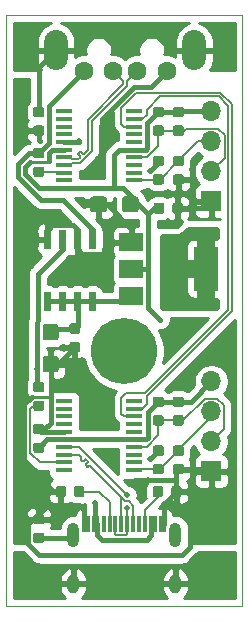
<source format=gbr>
G04 #@! TF.GenerationSoftware,KiCad,Pcbnew,(5.1.5)-3*
G04 #@! TF.CreationDate,2022-04-18T12:11:36+02:00*
G04 #@! TF.ProjectId,vkm,766b6d2e-6b69-4636-9164-5f7063625858,B*
G04 #@! TF.SameCoordinates,PX420a400PY707b2a8*
G04 #@! TF.FileFunction,Copper,L1,Top*
G04 #@! TF.FilePolarity,Positive*
%FSLAX46Y46*%
G04 Gerber Fmt 4.6, Leading zero omitted, Abs format (unit mm)*
G04 Created by KiCad (PCBNEW (5.1.5)-3) date 2022-04-18 12:11:36*
%MOMM*%
%LPD*%
G04 APERTURE LIST*
%ADD10C,0.050000*%
%ADD11C,0.020000*%
%ADD12R,0.300000X1.450000*%
%ADD13O,1.000000X2.100000*%
%ADD14O,1.000000X1.600000*%
%ADD15C,1.600000*%
%ADD16O,2.000000X3.400000*%
%ADD17O,1.700000X1.700000*%
%ADD18R,1.700000X1.700000*%
%ADD19R,1.450000X0.450000*%
%ADD20R,2.000000X3.800000*%
%ADD21R,2.000000X1.500000*%
%ADD22C,5.600000*%
%ADD23C,0.500000*%
%ADD24C,0.406400*%
%ADD25C,0.254000*%
%ADD26C,0.152400*%
%ADD27C,0.508000*%
G04 APERTURE END LIST*
D10*
X0Y0D02*
X20000000Y0D01*
X0Y50000000D02*
X0Y0D01*
X20000000Y50000000D02*
X0Y50000000D01*
X20000000Y0D02*
X20000000Y50000000D01*
G04 #@! TA.AperFunction,SMDPad,CuDef*
D11*
G36*
X13073691Y10151447D02*
G01*
X13094926Y10148297D01*
X13115750Y10143081D01*
X13135962Y10135849D01*
X13155368Y10126670D01*
X13173781Y10115634D01*
X13191024Y10102846D01*
X13206930Y10088430D01*
X13221346Y10072524D01*
X13234134Y10055281D01*
X13245170Y10036868D01*
X13254349Y10017462D01*
X13261581Y9997250D01*
X13266797Y9976426D01*
X13269947Y9955191D01*
X13271000Y9933750D01*
X13271000Y9421250D01*
X13269947Y9399809D01*
X13266797Y9378574D01*
X13261581Y9357750D01*
X13254349Y9337538D01*
X13245170Y9318132D01*
X13234134Y9299719D01*
X13221346Y9282476D01*
X13206930Y9266570D01*
X13191024Y9252154D01*
X13173781Y9239366D01*
X13155368Y9228330D01*
X13135962Y9219151D01*
X13115750Y9211919D01*
X13094926Y9206703D01*
X13073691Y9203553D01*
X13052250Y9202500D01*
X12614750Y9202500D01*
X12593309Y9203553D01*
X12572074Y9206703D01*
X12551250Y9211919D01*
X12531038Y9219151D01*
X12511632Y9228330D01*
X12493219Y9239366D01*
X12475976Y9252154D01*
X12460070Y9266570D01*
X12445654Y9282476D01*
X12432866Y9299719D01*
X12421830Y9318132D01*
X12412651Y9337538D01*
X12405419Y9357750D01*
X12400203Y9378574D01*
X12397053Y9399809D01*
X12396000Y9421250D01*
X12396000Y9933750D01*
X12397053Y9955191D01*
X12400203Y9976426D01*
X12405419Y9997250D01*
X12412651Y10017462D01*
X12421830Y10036868D01*
X12432866Y10055281D01*
X12445654Y10072524D01*
X12460070Y10088430D01*
X12475976Y10102846D01*
X12493219Y10115634D01*
X12511632Y10126670D01*
X12531038Y10135849D01*
X12551250Y10143081D01*
X12572074Y10148297D01*
X12593309Y10151447D01*
X12614750Y10152500D01*
X13052250Y10152500D01*
X13073691Y10151447D01*
G37*
G04 #@! TD.AperFunction*
G04 #@! TA.AperFunction,SMDPad,CuDef*
G36*
X14648691Y10151447D02*
G01*
X14669926Y10148297D01*
X14690750Y10143081D01*
X14710962Y10135849D01*
X14730368Y10126670D01*
X14748781Y10115634D01*
X14766024Y10102846D01*
X14781930Y10088430D01*
X14796346Y10072524D01*
X14809134Y10055281D01*
X14820170Y10036868D01*
X14829349Y10017462D01*
X14836581Y9997250D01*
X14841797Y9976426D01*
X14844947Y9955191D01*
X14846000Y9933750D01*
X14846000Y9421250D01*
X14844947Y9399809D01*
X14841797Y9378574D01*
X14836581Y9357750D01*
X14829349Y9337538D01*
X14820170Y9318132D01*
X14809134Y9299719D01*
X14796346Y9282476D01*
X14781930Y9266570D01*
X14766024Y9252154D01*
X14748781Y9239366D01*
X14730368Y9228330D01*
X14710962Y9219151D01*
X14690750Y9211919D01*
X14669926Y9206703D01*
X14648691Y9203553D01*
X14627250Y9202500D01*
X14189750Y9202500D01*
X14168309Y9203553D01*
X14147074Y9206703D01*
X14126250Y9211919D01*
X14106038Y9219151D01*
X14086632Y9228330D01*
X14068219Y9239366D01*
X14050976Y9252154D01*
X14035070Y9266570D01*
X14020654Y9282476D01*
X14007866Y9299719D01*
X13996830Y9318132D01*
X13987651Y9337538D01*
X13980419Y9357750D01*
X13975203Y9378574D01*
X13972053Y9399809D01*
X13971000Y9421250D01*
X13971000Y9933750D01*
X13972053Y9955191D01*
X13975203Y9976426D01*
X13980419Y9997250D01*
X13987651Y10017462D01*
X13996830Y10036868D01*
X14007866Y10055281D01*
X14020654Y10072524D01*
X14035070Y10088430D01*
X14050976Y10102846D01*
X14068219Y10115634D01*
X14086632Y10126670D01*
X14106038Y10135849D01*
X14126250Y10143081D01*
X14147074Y10148297D01*
X14168309Y10151447D01*
X14189750Y10152500D01*
X14627250Y10152500D01*
X14648691Y10151447D01*
G37*
G04 #@! TD.AperFunction*
G04 #@! TA.AperFunction,SMDPad,CuDef*
G36*
X6428691Y10151447D02*
G01*
X6449926Y10148297D01*
X6470750Y10143081D01*
X6490962Y10135849D01*
X6510368Y10126670D01*
X6528781Y10115634D01*
X6546024Y10102846D01*
X6561930Y10088430D01*
X6576346Y10072524D01*
X6589134Y10055281D01*
X6600170Y10036868D01*
X6609349Y10017462D01*
X6616581Y9997250D01*
X6621797Y9976426D01*
X6624947Y9955191D01*
X6626000Y9933750D01*
X6626000Y9421250D01*
X6624947Y9399809D01*
X6621797Y9378574D01*
X6616581Y9357750D01*
X6609349Y9337538D01*
X6600170Y9318132D01*
X6589134Y9299719D01*
X6576346Y9282476D01*
X6561930Y9266570D01*
X6546024Y9252154D01*
X6528781Y9239366D01*
X6510368Y9228330D01*
X6490962Y9219151D01*
X6470750Y9211919D01*
X6449926Y9206703D01*
X6428691Y9203553D01*
X6407250Y9202500D01*
X5969750Y9202500D01*
X5948309Y9203553D01*
X5927074Y9206703D01*
X5906250Y9211919D01*
X5886038Y9219151D01*
X5866632Y9228330D01*
X5848219Y9239366D01*
X5830976Y9252154D01*
X5815070Y9266570D01*
X5800654Y9282476D01*
X5787866Y9299719D01*
X5776830Y9318132D01*
X5767651Y9337538D01*
X5760419Y9357750D01*
X5755203Y9378574D01*
X5752053Y9399809D01*
X5751000Y9421250D01*
X5751000Y9933750D01*
X5752053Y9955191D01*
X5755203Y9976426D01*
X5760419Y9997250D01*
X5767651Y10017462D01*
X5776830Y10036868D01*
X5787866Y10055281D01*
X5800654Y10072524D01*
X5815070Y10088430D01*
X5830976Y10102846D01*
X5848219Y10115634D01*
X5866632Y10126670D01*
X5886038Y10135849D01*
X5906250Y10143081D01*
X5927074Y10148297D01*
X5948309Y10151447D01*
X5969750Y10152500D01*
X6407250Y10152500D01*
X6428691Y10151447D01*
G37*
G04 #@! TD.AperFunction*
G04 #@! TA.AperFunction,SMDPad,CuDef*
G36*
X4853691Y10151447D02*
G01*
X4874926Y10148297D01*
X4895750Y10143081D01*
X4915962Y10135849D01*
X4935368Y10126670D01*
X4953781Y10115634D01*
X4971024Y10102846D01*
X4986930Y10088430D01*
X5001346Y10072524D01*
X5014134Y10055281D01*
X5025170Y10036868D01*
X5034349Y10017462D01*
X5041581Y9997250D01*
X5046797Y9976426D01*
X5049947Y9955191D01*
X5051000Y9933750D01*
X5051000Y9421250D01*
X5049947Y9399809D01*
X5046797Y9378574D01*
X5041581Y9357750D01*
X5034349Y9337538D01*
X5025170Y9318132D01*
X5014134Y9299719D01*
X5001346Y9282476D01*
X4986930Y9266570D01*
X4971024Y9252154D01*
X4953781Y9239366D01*
X4935368Y9228330D01*
X4915962Y9219151D01*
X4895750Y9211919D01*
X4874926Y9206703D01*
X4853691Y9203553D01*
X4832250Y9202500D01*
X4394750Y9202500D01*
X4373309Y9203553D01*
X4352074Y9206703D01*
X4331250Y9211919D01*
X4311038Y9219151D01*
X4291632Y9228330D01*
X4273219Y9239366D01*
X4255976Y9252154D01*
X4240070Y9266570D01*
X4225654Y9282476D01*
X4212866Y9299719D01*
X4201830Y9318132D01*
X4192651Y9337538D01*
X4185419Y9357750D01*
X4180203Y9378574D01*
X4177053Y9399809D01*
X4176000Y9421250D01*
X4176000Y9933750D01*
X4177053Y9955191D01*
X4180203Y9976426D01*
X4185419Y9997250D01*
X4192651Y10017462D01*
X4201830Y10036868D01*
X4212866Y10055281D01*
X4225654Y10072524D01*
X4240070Y10088430D01*
X4255976Y10102846D01*
X4273219Y10115634D01*
X4291632Y10126670D01*
X4311038Y10135849D01*
X4331250Y10143081D01*
X4352074Y10148297D01*
X4373309Y10151447D01*
X4394750Y10152500D01*
X4832250Y10152500D01*
X4853691Y10151447D01*
G37*
G04 #@! TD.AperFunction*
D12*
X13375000Y6958500D03*
X6925000Y6958500D03*
X12300000Y6958500D03*
X7700000Y6958500D03*
X8250000Y6958500D03*
X11750000Y6958500D03*
X8750000Y6958500D03*
X11250000Y6958500D03*
X9250000Y6958500D03*
X10750000Y6958500D03*
X10250000Y6958500D03*
X9750000Y6958500D03*
D13*
X5680000Y6043500D03*
X14320000Y6043500D03*
D14*
X5680000Y1863500D03*
X14320000Y1863500D03*
D12*
X6625000Y6958500D03*
X7400000Y6958500D03*
X12600000Y6958500D03*
X13075000Y6958500D03*
D15*
X6571000Y45263000D03*
X9071000Y45263000D03*
X11071000Y45263000D03*
X13571000Y45263000D03*
D16*
X4221000Y47063000D03*
X15921000Y47063000D03*
G04 #@! TA.AperFunction,SMDPad,CuDef*
D11*
G36*
X14848691Y12007947D02*
G01*
X14869926Y12004797D01*
X14890750Y11999581D01*
X14910962Y11992349D01*
X14930368Y11983170D01*
X14948781Y11972134D01*
X14966024Y11959346D01*
X14981930Y11944930D01*
X14996346Y11929024D01*
X15009134Y11911781D01*
X15020170Y11893368D01*
X15029349Y11873962D01*
X15036581Y11853750D01*
X15041797Y11832926D01*
X15044947Y11811691D01*
X15046000Y11790250D01*
X15046000Y11352750D01*
X15044947Y11331309D01*
X15041797Y11310074D01*
X15036581Y11289250D01*
X15029349Y11269038D01*
X15020170Y11249632D01*
X15009134Y11231219D01*
X14996346Y11213976D01*
X14981930Y11198070D01*
X14966024Y11183654D01*
X14948781Y11170866D01*
X14930368Y11159830D01*
X14910962Y11150651D01*
X14890750Y11143419D01*
X14869926Y11138203D01*
X14848691Y11135053D01*
X14827250Y11134000D01*
X14314750Y11134000D01*
X14293309Y11135053D01*
X14272074Y11138203D01*
X14251250Y11143419D01*
X14231038Y11150651D01*
X14211632Y11159830D01*
X14193219Y11170866D01*
X14175976Y11183654D01*
X14160070Y11198070D01*
X14145654Y11213976D01*
X14132866Y11231219D01*
X14121830Y11249632D01*
X14112651Y11269038D01*
X14105419Y11289250D01*
X14100203Y11310074D01*
X14097053Y11331309D01*
X14096000Y11352750D01*
X14096000Y11790250D01*
X14097053Y11811691D01*
X14100203Y11832926D01*
X14105419Y11853750D01*
X14112651Y11873962D01*
X14121830Y11893368D01*
X14132866Y11911781D01*
X14145654Y11929024D01*
X14160070Y11944930D01*
X14175976Y11959346D01*
X14193219Y11972134D01*
X14211632Y11983170D01*
X14231038Y11992349D01*
X14251250Y11999581D01*
X14272074Y12004797D01*
X14293309Y12007947D01*
X14314750Y12009000D01*
X14827250Y12009000D01*
X14848691Y12007947D01*
G37*
G04 #@! TD.AperFunction*
G04 #@! TA.AperFunction,SMDPad,CuDef*
G36*
X14848691Y13582947D02*
G01*
X14869926Y13579797D01*
X14890750Y13574581D01*
X14910962Y13567349D01*
X14930368Y13558170D01*
X14948781Y13547134D01*
X14966024Y13534346D01*
X14981930Y13519930D01*
X14996346Y13504024D01*
X15009134Y13486781D01*
X15020170Y13468368D01*
X15029349Y13448962D01*
X15036581Y13428750D01*
X15041797Y13407926D01*
X15044947Y13386691D01*
X15046000Y13365250D01*
X15046000Y12927750D01*
X15044947Y12906309D01*
X15041797Y12885074D01*
X15036581Y12864250D01*
X15029349Y12844038D01*
X15020170Y12824632D01*
X15009134Y12806219D01*
X14996346Y12788976D01*
X14981930Y12773070D01*
X14966024Y12758654D01*
X14948781Y12745866D01*
X14930368Y12734830D01*
X14910962Y12725651D01*
X14890750Y12718419D01*
X14869926Y12713203D01*
X14848691Y12710053D01*
X14827250Y12709000D01*
X14314750Y12709000D01*
X14293309Y12710053D01*
X14272074Y12713203D01*
X14251250Y12718419D01*
X14231038Y12725651D01*
X14211632Y12734830D01*
X14193219Y12745866D01*
X14175976Y12758654D01*
X14160070Y12773070D01*
X14145654Y12788976D01*
X14132866Y12806219D01*
X14121830Y12824632D01*
X14112651Y12844038D01*
X14105419Y12864250D01*
X14100203Y12885074D01*
X14097053Y12906309D01*
X14096000Y12927750D01*
X14096000Y13365250D01*
X14097053Y13386691D01*
X14100203Y13407926D01*
X14105419Y13428750D01*
X14112651Y13448962D01*
X14121830Y13468368D01*
X14132866Y13486781D01*
X14145654Y13504024D01*
X14160070Y13519930D01*
X14175976Y13534346D01*
X14193219Y13547134D01*
X14211632Y13558170D01*
X14231038Y13567349D01*
X14251250Y13574581D01*
X14272074Y13579797D01*
X14293309Y13582947D01*
X14314750Y13584000D01*
X14827250Y13584000D01*
X14848691Y13582947D01*
G37*
G04 #@! TD.AperFunction*
G04 #@! TA.AperFunction,SMDPad,CuDef*
G36*
X14848691Y16147947D02*
G01*
X14869926Y16144797D01*
X14890750Y16139581D01*
X14910962Y16132349D01*
X14930368Y16123170D01*
X14948781Y16112134D01*
X14966024Y16099346D01*
X14981930Y16084930D01*
X14996346Y16069024D01*
X15009134Y16051781D01*
X15020170Y16033368D01*
X15029349Y16013962D01*
X15036581Y15993750D01*
X15041797Y15972926D01*
X15044947Y15951691D01*
X15046000Y15930250D01*
X15046000Y15492750D01*
X15044947Y15471309D01*
X15041797Y15450074D01*
X15036581Y15429250D01*
X15029349Y15409038D01*
X15020170Y15389632D01*
X15009134Y15371219D01*
X14996346Y15353976D01*
X14981930Y15338070D01*
X14966024Y15323654D01*
X14948781Y15310866D01*
X14930368Y15299830D01*
X14910962Y15290651D01*
X14890750Y15283419D01*
X14869926Y15278203D01*
X14848691Y15275053D01*
X14827250Y15274000D01*
X14314750Y15274000D01*
X14293309Y15275053D01*
X14272074Y15278203D01*
X14251250Y15283419D01*
X14231038Y15290651D01*
X14211632Y15299830D01*
X14193219Y15310866D01*
X14175976Y15323654D01*
X14160070Y15338070D01*
X14145654Y15353976D01*
X14132866Y15371219D01*
X14121830Y15389632D01*
X14112651Y15409038D01*
X14105419Y15429250D01*
X14100203Y15450074D01*
X14097053Y15471309D01*
X14096000Y15492750D01*
X14096000Y15930250D01*
X14097053Y15951691D01*
X14100203Y15972926D01*
X14105419Y15993750D01*
X14112651Y16013962D01*
X14121830Y16033368D01*
X14132866Y16051781D01*
X14145654Y16069024D01*
X14160070Y16084930D01*
X14175976Y16099346D01*
X14193219Y16112134D01*
X14211632Y16123170D01*
X14231038Y16132349D01*
X14251250Y16139581D01*
X14272074Y16144797D01*
X14293309Y16147947D01*
X14314750Y16149000D01*
X14827250Y16149000D01*
X14848691Y16147947D01*
G37*
G04 #@! TD.AperFunction*
G04 #@! TA.AperFunction,SMDPad,CuDef*
G36*
X14848691Y17722947D02*
G01*
X14869926Y17719797D01*
X14890750Y17714581D01*
X14910962Y17707349D01*
X14930368Y17698170D01*
X14948781Y17687134D01*
X14966024Y17674346D01*
X14981930Y17659930D01*
X14996346Y17644024D01*
X15009134Y17626781D01*
X15020170Y17608368D01*
X15029349Y17588962D01*
X15036581Y17568750D01*
X15041797Y17547926D01*
X15044947Y17526691D01*
X15046000Y17505250D01*
X15046000Y17067750D01*
X15044947Y17046309D01*
X15041797Y17025074D01*
X15036581Y17004250D01*
X15029349Y16984038D01*
X15020170Y16964632D01*
X15009134Y16946219D01*
X14996346Y16928976D01*
X14981930Y16913070D01*
X14966024Y16898654D01*
X14948781Y16885866D01*
X14930368Y16874830D01*
X14910962Y16865651D01*
X14890750Y16858419D01*
X14869926Y16853203D01*
X14848691Y16850053D01*
X14827250Y16849000D01*
X14314750Y16849000D01*
X14293309Y16850053D01*
X14272074Y16853203D01*
X14251250Y16858419D01*
X14231038Y16865651D01*
X14211632Y16874830D01*
X14193219Y16885866D01*
X14175976Y16898654D01*
X14160070Y16913070D01*
X14145654Y16928976D01*
X14132866Y16946219D01*
X14121830Y16964632D01*
X14112651Y16984038D01*
X14105419Y17004250D01*
X14100203Y17025074D01*
X14097053Y17046309D01*
X14096000Y17067750D01*
X14096000Y17505250D01*
X14097053Y17526691D01*
X14100203Y17547926D01*
X14105419Y17568750D01*
X14112651Y17588962D01*
X14121830Y17608368D01*
X14132866Y17626781D01*
X14145654Y17644024D01*
X14160070Y17659930D01*
X14175976Y17674346D01*
X14193219Y17687134D01*
X14211632Y17698170D01*
X14231038Y17707349D01*
X14251250Y17714581D01*
X14272074Y17719797D01*
X14293309Y17722947D01*
X14314750Y17724000D01*
X14827250Y17724000D01*
X14848691Y17722947D01*
G37*
G04 #@! TD.AperFunction*
G04 #@! TA.AperFunction,SMDPad,CuDef*
G36*
X14848691Y36537947D02*
G01*
X14869926Y36534797D01*
X14890750Y36529581D01*
X14910962Y36522349D01*
X14930368Y36513170D01*
X14948781Y36502134D01*
X14966024Y36489346D01*
X14981930Y36474930D01*
X14996346Y36459024D01*
X15009134Y36441781D01*
X15020170Y36423368D01*
X15029349Y36403962D01*
X15036581Y36383750D01*
X15041797Y36362926D01*
X15044947Y36341691D01*
X15046000Y36320250D01*
X15046000Y35882750D01*
X15044947Y35861309D01*
X15041797Y35840074D01*
X15036581Y35819250D01*
X15029349Y35799038D01*
X15020170Y35779632D01*
X15009134Y35761219D01*
X14996346Y35743976D01*
X14981930Y35728070D01*
X14966024Y35713654D01*
X14948781Y35700866D01*
X14930368Y35689830D01*
X14910962Y35680651D01*
X14890750Y35673419D01*
X14869926Y35668203D01*
X14848691Y35665053D01*
X14827250Y35664000D01*
X14314750Y35664000D01*
X14293309Y35665053D01*
X14272074Y35668203D01*
X14251250Y35673419D01*
X14231038Y35680651D01*
X14211632Y35689830D01*
X14193219Y35700866D01*
X14175976Y35713654D01*
X14160070Y35728070D01*
X14145654Y35743976D01*
X14132866Y35761219D01*
X14121830Y35779632D01*
X14112651Y35799038D01*
X14105419Y35819250D01*
X14100203Y35840074D01*
X14097053Y35861309D01*
X14096000Y35882750D01*
X14096000Y36320250D01*
X14097053Y36341691D01*
X14100203Y36362926D01*
X14105419Y36383750D01*
X14112651Y36403962D01*
X14121830Y36423368D01*
X14132866Y36441781D01*
X14145654Y36459024D01*
X14160070Y36474930D01*
X14175976Y36489346D01*
X14193219Y36502134D01*
X14211632Y36513170D01*
X14231038Y36522349D01*
X14251250Y36529581D01*
X14272074Y36534797D01*
X14293309Y36537947D01*
X14314750Y36539000D01*
X14827250Y36539000D01*
X14848691Y36537947D01*
G37*
G04 #@! TD.AperFunction*
G04 #@! TA.AperFunction,SMDPad,CuDef*
G36*
X14848691Y38112947D02*
G01*
X14869926Y38109797D01*
X14890750Y38104581D01*
X14910962Y38097349D01*
X14930368Y38088170D01*
X14948781Y38077134D01*
X14966024Y38064346D01*
X14981930Y38049930D01*
X14996346Y38034024D01*
X15009134Y38016781D01*
X15020170Y37998368D01*
X15029349Y37978962D01*
X15036581Y37958750D01*
X15041797Y37937926D01*
X15044947Y37916691D01*
X15046000Y37895250D01*
X15046000Y37457750D01*
X15044947Y37436309D01*
X15041797Y37415074D01*
X15036581Y37394250D01*
X15029349Y37374038D01*
X15020170Y37354632D01*
X15009134Y37336219D01*
X14996346Y37318976D01*
X14981930Y37303070D01*
X14966024Y37288654D01*
X14948781Y37275866D01*
X14930368Y37264830D01*
X14910962Y37255651D01*
X14890750Y37248419D01*
X14869926Y37243203D01*
X14848691Y37240053D01*
X14827250Y37239000D01*
X14314750Y37239000D01*
X14293309Y37240053D01*
X14272074Y37243203D01*
X14251250Y37248419D01*
X14231038Y37255651D01*
X14211632Y37264830D01*
X14193219Y37275866D01*
X14175976Y37288654D01*
X14160070Y37303070D01*
X14145654Y37318976D01*
X14132866Y37336219D01*
X14121830Y37354632D01*
X14112651Y37374038D01*
X14105419Y37394250D01*
X14100203Y37415074D01*
X14097053Y37436309D01*
X14096000Y37457750D01*
X14096000Y37895250D01*
X14097053Y37916691D01*
X14100203Y37937926D01*
X14105419Y37958750D01*
X14112651Y37978962D01*
X14121830Y37998368D01*
X14132866Y38016781D01*
X14145654Y38034024D01*
X14160070Y38049930D01*
X14175976Y38064346D01*
X14193219Y38077134D01*
X14211632Y38088170D01*
X14231038Y38097349D01*
X14251250Y38104581D01*
X14272074Y38109797D01*
X14293309Y38112947D01*
X14314750Y38114000D01*
X14827250Y38114000D01*
X14848691Y38112947D01*
G37*
G04 #@! TD.AperFunction*
G04 #@! TA.AperFunction,SMDPad,CuDef*
G36*
X14848691Y40677947D02*
G01*
X14869926Y40674797D01*
X14890750Y40669581D01*
X14910962Y40662349D01*
X14930368Y40653170D01*
X14948781Y40642134D01*
X14966024Y40629346D01*
X14981930Y40614930D01*
X14996346Y40599024D01*
X15009134Y40581781D01*
X15020170Y40563368D01*
X15029349Y40543962D01*
X15036581Y40523750D01*
X15041797Y40502926D01*
X15044947Y40481691D01*
X15046000Y40460250D01*
X15046000Y40022750D01*
X15044947Y40001309D01*
X15041797Y39980074D01*
X15036581Y39959250D01*
X15029349Y39939038D01*
X15020170Y39919632D01*
X15009134Y39901219D01*
X14996346Y39883976D01*
X14981930Y39868070D01*
X14966024Y39853654D01*
X14948781Y39840866D01*
X14930368Y39829830D01*
X14910962Y39820651D01*
X14890750Y39813419D01*
X14869926Y39808203D01*
X14848691Y39805053D01*
X14827250Y39804000D01*
X14314750Y39804000D01*
X14293309Y39805053D01*
X14272074Y39808203D01*
X14251250Y39813419D01*
X14231038Y39820651D01*
X14211632Y39829830D01*
X14193219Y39840866D01*
X14175976Y39853654D01*
X14160070Y39868070D01*
X14145654Y39883976D01*
X14132866Y39901219D01*
X14121830Y39919632D01*
X14112651Y39939038D01*
X14105419Y39959250D01*
X14100203Y39980074D01*
X14097053Y40001309D01*
X14096000Y40022750D01*
X14096000Y40460250D01*
X14097053Y40481691D01*
X14100203Y40502926D01*
X14105419Y40523750D01*
X14112651Y40543962D01*
X14121830Y40563368D01*
X14132866Y40581781D01*
X14145654Y40599024D01*
X14160070Y40614930D01*
X14175976Y40629346D01*
X14193219Y40642134D01*
X14211632Y40653170D01*
X14231038Y40662349D01*
X14251250Y40669581D01*
X14272074Y40674797D01*
X14293309Y40677947D01*
X14314750Y40679000D01*
X14827250Y40679000D01*
X14848691Y40677947D01*
G37*
G04 #@! TD.AperFunction*
G04 #@! TA.AperFunction,SMDPad,CuDef*
G36*
X14848691Y42252947D02*
G01*
X14869926Y42249797D01*
X14890750Y42244581D01*
X14910962Y42237349D01*
X14930368Y42228170D01*
X14948781Y42217134D01*
X14966024Y42204346D01*
X14981930Y42189930D01*
X14996346Y42174024D01*
X15009134Y42156781D01*
X15020170Y42138368D01*
X15029349Y42118962D01*
X15036581Y42098750D01*
X15041797Y42077926D01*
X15044947Y42056691D01*
X15046000Y42035250D01*
X15046000Y41597750D01*
X15044947Y41576309D01*
X15041797Y41555074D01*
X15036581Y41534250D01*
X15029349Y41514038D01*
X15020170Y41494632D01*
X15009134Y41476219D01*
X14996346Y41458976D01*
X14981930Y41443070D01*
X14966024Y41428654D01*
X14948781Y41415866D01*
X14930368Y41404830D01*
X14910962Y41395651D01*
X14890750Y41388419D01*
X14869926Y41383203D01*
X14848691Y41380053D01*
X14827250Y41379000D01*
X14314750Y41379000D01*
X14293309Y41380053D01*
X14272074Y41383203D01*
X14251250Y41388419D01*
X14231038Y41395651D01*
X14211632Y41404830D01*
X14193219Y41415866D01*
X14175976Y41428654D01*
X14160070Y41443070D01*
X14145654Y41458976D01*
X14132866Y41476219D01*
X14121830Y41494632D01*
X14112651Y41514038D01*
X14105419Y41534250D01*
X14100203Y41555074D01*
X14097053Y41576309D01*
X14096000Y41597750D01*
X14096000Y42035250D01*
X14097053Y42056691D01*
X14100203Y42077926D01*
X14105419Y42098750D01*
X14112651Y42118962D01*
X14121830Y42138368D01*
X14132866Y42156781D01*
X14145654Y42174024D01*
X14160070Y42189930D01*
X14175976Y42204346D01*
X14193219Y42217134D01*
X14211632Y42228170D01*
X14231038Y42237349D01*
X14251250Y42244581D01*
X14272074Y42249797D01*
X14293309Y42252947D01*
X14314750Y42254000D01*
X14827250Y42254000D01*
X14848691Y42252947D01*
G37*
G04 #@! TD.AperFunction*
D17*
X17366000Y41872000D03*
X17366000Y39332000D03*
X17366000Y36792000D03*
D18*
X17366000Y34252000D03*
D19*
X10821000Y11504000D03*
X10821000Y12154000D03*
X10821000Y12804000D03*
X10821000Y13454000D03*
X10821000Y14104000D03*
X10821000Y14754000D03*
X10821000Y15404000D03*
X10821000Y16054000D03*
X10821000Y16704000D03*
X10821000Y17354000D03*
X4921000Y17354000D03*
X4921000Y16704000D03*
X4921000Y16054000D03*
X4921000Y15404000D03*
X4921000Y14754000D03*
X4921000Y14104000D03*
X4921000Y13454000D03*
X4921000Y12804000D03*
X4921000Y12154000D03*
X4921000Y11504000D03*
X10821000Y36034000D03*
X10821000Y36684000D03*
X10821000Y37334000D03*
X10821000Y37984000D03*
X10821000Y38634000D03*
X10821000Y39284000D03*
X10821000Y39934000D03*
X10821000Y40584000D03*
X10821000Y41234000D03*
X10821000Y41884000D03*
X4921000Y41884000D03*
X4921000Y41234000D03*
X4921000Y40584000D03*
X4921000Y39934000D03*
X4921000Y39284000D03*
X4921000Y38634000D03*
X4921000Y37984000D03*
X4921000Y37334000D03*
X4921000Y36684000D03*
X4921000Y36034000D03*
G04 #@! TA.AperFunction,SMDPad,CuDef*
D11*
G36*
X13148691Y12007947D02*
G01*
X13169926Y12004797D01*
X13190750Y11999581D01*
X13210962Y11992349D01*
X13230368Y11983170D01*
X13248781Y11972134D01*
X13266024Y11959346D01*
X13281930Y11944930D01*
X13296346Y11929024D01*
X13309134Y11911781D01*
X13320170Y11893368D01*
X13329349Y11873962D01*
X13336581Y11853750D01*
X13341797Y11832926D01*
X13344947Y11811691D01*
X13346000Y11790250D01*
X13346000Y11352750D01*
X13344947Y11331309D01*
X13341797Y11310074D01*
X13336581Y11289250D01*
X13329349Y11269038D01*
X13320170Y11249632D01*
X13309134Y11231219D01*
X13296346Y11213976D01*
X13281930Y11198070D01*
X13266024Y11183654D01*
X13248781Y11170866D01*
X13230368Y11159830D01*
X13210962Y11150651D01*
X13190750Y11143419D01*
X13169926Y11138203D01*
X13148691Y11135053D01*
X13127250Y11134000D01*
X12614750Y11134000D01*
X12593309Y11135053D01*
X12572074Y11138203D01*
X12551250Y11143419D01*
X12531038Y11150651D01*
X12511632Y11159830D01*
X12493219Y11170866D01*
X12475976Y11183654D01*
X12460070Y11198070D01*
X12445654Y11213976D01*
X12432866Y11231219D01*
X12421830Y11249632D01*
X12412651Y11269038D01*
X12405419Y11289250D01*
X12400203Y11310074D01*
X12397053Y11331309D01*
X12396000Y11352750D01*
X12396000Y11790250D01*
X12397053Y11811691D01*
X12400203Y11832926D01*
X12405419Y11853750D01*
X12412651Y11873962D01*
X12421830Y11893368D01*
X12432866Y11911781D01*
X12445654Y11929024D01*
X12460070Y11944930D01*
X12475976Y11959346D01*
X12493219Y11972134D01*
X12511632Y11983170D01*
X12531038Y11992349D01*
X12551250Y11999581D01*
X12572074Y12004797D01*
X12593309Y12007947D01*
X12614750Y12009000D01*
X13127250Y12009000D01*
X13148691Y12007947D01*
G37*
G04 #@! TD.AperFunction*
G04 #@! TA.AperFunction,SMDPad,CuDef*
G36*
X13148691Y13582947D02*
G01*
X13169926Y13579797D01*
X13190750Y13574581D01*
X13210962Y13567349D01*
X13230368Y13558170D01*
X13248781Y13547134D01*
X13266024Y13534346D01*
X13281930Y13519930D01*
X13296346Y13504024D01*
X13309134Y13486781D01*
X13320170Y13468368D01*
X13329349Y13448962D01*
X13336581Y13428750D01*
X13341797Y13407926D01*
X13344947Y13386691D01*
X13346000Y13365250D01*
X13346000Y12927750D01*
X13344947Y12906309D01*
X13341797Y12885074D01*
X13336581Y12864250D01*
X13329349Y12844038D01*
X13320170Y12824632D01*
X13309134Y12806219D01*
X13296346Y12788976D01*
X13281930Y12773070D01*
X13266024Y12758654D01*
X13248781Y12745866D01*
X13230368Y12734830D01*
X13210962Y12725651D01*
X13190750Y12718419D01*
X13169926Y12713203D01*
X13148691Y12710053D01*
X13127250Y12709000D01*
X12614750Y12709000D01*
X12593309Y12710053D01*
X12572074Y12713203D01*
X12551250Y12718419D01*
X12531038Y12725651D01*
X12511632Y12734830D01*
X12493219Y12745866D01*
X12475976Y12758654D01*
X12460070Y12773070D01*
X12445654Y12788976D01*
X12432866Y12806219D01*
X12421830Y12824632D01*
X12412651Y12844038D01*
X12405419Y12864250D01*
X12400203Y12885074D01*
X12397053Y12906309D01*
X12396000Y12927750D01*
X12396000Y13365250D01*
X12397053Y13386691D01*
X12400203Y13407926D01*
X12405419Y13428750D01*
X12412651Y13448962D01*
X12421830Y13468368D01*
X12432866Y13486781D01*
X12445654Y13504024D01*
X12460070Y13519930D01*
X12475976Y13534346D01*
X12493219Y13547134D01*
X12511632Y13558170D01*
X12531038Y13567349D01*
X12551250Y13574581D01*
X12572074Y13579797D01*
X12593309Y13582947D01*
X12614750Y13584000D01*
X13127250Y13584000D01*
X13148691Y13582947D01*
G37*
G04 #@! TD.AperFunction*
G04 #@! TA.AperFunction,SMDPad,CuDef*
G36*
X13148691Y17722947D02*
G01*
X13169926Y17719797D01*
X13190750Y17714581D01*
X13210962Y17707349D01*
X13230368Y17698170D01*
X13248781Y17687134D01*
X13266024Y17674346D01*
X13281930Y17659930D01*
X13296346Y17644024D01*
X13309134Y17626781D01*
X13320170Y17608368D01*
X13329349Y17588962D01*
X13336581Y17568750D01*
X13341797Y17547926D01*
X13344947Y17526691D01*
X13346000Y17505250D01*
X13346000Y17067750D01*
X13344947Y17046309D01*
X13341797Y17025074D01*
X13336581Y17004250D01*
X13329349Y16984038D01*
X13320170Y16964632D01*
X13309134Y16946219D01*
X13296346Y16928976D01*
X13281930Y16913070D01*
X13266024Y16898654D01*
X13248781Y16885866D01*
X13230368Y16874830D01*
X13210962Y16865651D01*
X13190750Y16858419D01*
X13169926Y16853203D01*
X13148691Y16850053D01*
X13127250Y16849000D01*
X12614750Y16849000D01*
X12593309Y16850053D01*
X12572074Y16853203D01*
X12551250Y16858419D01*
X12531038Y16865651D01*
X12511632Y16874830D01*
X12493219Y16885866D01*
X12475976Y16898654D01*
X12460070Y16913070D01*
X12445654Y16928976D01*
X12432866Y16946219D01*
X12421830Y16964632D01*
X12412651Y16984038D01*
X12405419Y17004250D01*
X12400203Y17025074D01*
X12397053Y17046309D01*
X12396000Y17067750D01*
X12396000Y17505250D01*
X12397053Y17526691D01*
X12400203Y17547926D01*
X12405419Y17568750D01*
X12412651Y17588962D01*
X12421830Y17608368D01*
X12432866Y17626781D01*
X12445654Y17644024D01*
X12460070Y17659930D01*
X12475976Y17674346D01*
X12493219Y17687134D01*
X12511632Y17698170D01*
X12531038Y17707349D01*
X12551250Y17714581D01*
X12572074Y17719797D01*
X12593309Y17722947D01*
X12614750Y17724000D01*
X13127250Y17724000D01*
X13148691Y17722947D01*
G37*
G04 #@! TD.AperFunction*
G04 #@! TA.AperFunction,SMDPad,CuDef*
G36*
X13148691Y16147947D02*
G01*
X13169926Y16144797D01*
X13190750Y16139581D01*
X13210962Y16132349D01*
X13230368Y16123170D01*
X13248781Y16112134D01*
X13266024Y16099346D01*
X13281930Y16084930D01*
X13296346Y16069024D01*
X13309134Y16051781D01*
X13320170Y16033368D01*
X13329349Y16013962D01*
X13336581Y15993750D01*
X13341797Y15972926D01*
X13344947Y15951691D01*
X13346000Y15930250D01*
X13346000Y15492750D01*
X13344947Y15471309D01*
X13341797Y15450074D01*
X13336581Y15429250D01*
X13329349Y15409038D01*
X13320170Y15389632D01*
X13309134Y15371219D01*
X13296346Y15353976D01*
X13281930Y15338070D01*
X13266024Y15323654D01*
X13248781Y15310866D01*
X13230368Y15299830D01*
X13210962Y15290651D01*
X13190750Y15283419D01*
X13169926Y15278203D01*
X13148691Y15275053D01*
X13127250Y15274000D01*
X12614750Y15274000D01*
X12593309Y15275053D01*
X12572074Y15278203D01*
X12551250Y15283419D01*
X12531038Y15290651D01*
X12511632Y15299830D01*
X12493219Y15310866D01*
X12475976Y15323654D01*
X12460070Y15338070D01*
X12445654Y15353976D01*
X12432866Y15371219D01*
X12421830Y15389632D01*
X12412651Y15409038D01*
X12405419Y15429250D01*
X12400203Y15450074D01*
X12397053Y15471309D01*
X12396000Y15492750D01*
X12396000Y15930250D01*
X12397053Y15951691D01*
X12400203Y15972926D01*
X12405419Y15993750D01*
X12412651Y16013962D01*
X12421830Y16033368D01*
X12432866Y16051781D01*
X12445654Y16069024D01*
X12460070Y16084930D01*
X12475976Y16099346D01*
X12493219Y16112134D01*
X12511632Y16123170D01*
X12531038Y16132349D01*
X12551250Y16139581D01*
X12572074Y16144797D01*
X12593309Y16147947D01*
X12614750Y16149000D01*
X13127250Y16149000D01*
X13148691Y16147947D01*
G37*
G04 #@! TD.AperFunction*
G04 #@! TA.AperFunction,SMDPad,CuDef*
G36*
X13148691Y36537947D02*
G01*
X13169926Y36534797D01*
X13190750Y36529581D01*
X13210962Y36522349D01*
X13230368Y36513170D01*
X13248781Y36502134D01*
X13266024Y36489346D01*
X13281930Y36474930D01*
X13296346Y36459024D01*
X13309134Y36441781D01*
X13320170Y36423368D01*
X13329349Y36403962D01*
X13336581Y36383750D01*
X13341797Y36362926D01*
X13344947Y36341691D01*
X13346000Y36320250D01*
X13346000Y35882750D01*
X13344947Y35861309D01*
X13341797Y35840074D01*
X13336581Y35819250D01*
X13329349Y35799038D01*
X13320170Y35779632D01*
X13309134Y35761219D01*
X13296346Y35743976D01*
X13281930Y35728070D01*
X13266024Y35713654D01*
X13248781Y35700866D01*
X13230368Y35689830D01*
X13210962Y35680651D01*
X13190750Y35673419D01*
X13169926Y35668203D01*
X13148691Y35665053D01*
X13127250Y35664000D01*
X12614750Y35664000D01*
X12593309Y35665053D01*
X12572074Y35668203D01*
X12551250Y35673419D01*
X12531038Y35680651D01*
X12511632Y35689830D01*
X12493219Y35700866D01*
X12475976Y35713654D01*
X12460070Y35728070D01*
X12445654Y35743976D01*
X12432866Y35761219D01*
X12421830Y35779632D01*
X12412651Y35799038D01*
X12405419Y35819250D01*
X12400203Y35840074D01*
X12397053Y35861309D01*
X12396000Y35882750D01*
X12396000Y36320250D01*
X12397053Y36341691D01*
X12400203Y36362926D01*
X12405419Y36383750D01*
X12412651Y36403962D01*
X12421830Y36423368D01*
X12432866Y36441781D01*
X12445654Y36459024D01*
X12460070Y36474930D01*
X12475976Y36489346D01*
X12493219Y36502134D01*
X12511632Y36513170D01*
X12531038Y36522349D01*
X12551250Y36529581D01*
X12572074Y36534797D01*
X12593309Y36537947D01*
X12614750Y36539000D01*
X13127250Y36539000D01*
X13148691Y36537947D01*
G37*
G04 #@! TD.AperFunction*
G04 #@! TA.AperFunction,SMDPad,CuDef*
G36*
X13148691Y38112947D02*
G01*
X13169926Y38109797D01*
X13190750Y38104581D01*
X13210962Y38097349D01*
X13230368Y38088170D01*
X13248781Y38077134D01*
X13266024Y38064346D01*
X13281930Y38049930D01*
X13296346Y38034024D01*
X13309134Y38016781D01*
X13320170Y37998368D01*
X13329349Y37978962D01*
X13336581Y37958750D01*
X13341797Y37937926D01*
X13344947Y37916691D01*
X13346000Y37895250D01*
X13346000Y37457750D01*
X13344947Y37436309D01*
X13341797Y37415074D01*
X13336581Y37394250D01*
X13329349Y37374038D01*
X13320170Y37354632D01*
X13309134Y37336219D01*
X13296346Y37318976D01*
X13281930Y37303070D01*
X13266024Y37288654D01*
X13248781Y37275866D01*
X13230368Y37264830D01*
X13210962Y37255651D01*
X13190750Y37248419D01*
X13169926Y37243203D01*
X13148691Y37240053D01*
X13127250Y37239000D01*
X12614750Y37239000D01*
X12593309Y37240053D01*
X12572074Y37243203D01*
X12551250Y37248419D01*
X12531038Y37255651D01*
X12511632Y37264830D01*
X12493219Y37275866D01*
X12475976Y37288654D01*
X12460070Y37303070D01*
X12445654Y37318976D01*
X12432866Y37336219D01*
X12421830Y37354632D01*
X12412651Y37374038D01*
X12405419Y37394250D01*
X12400203Y37415074D01*
X12397053Y37436309D01*
X12396000Y37457750D01*
X12396000Y37895250D01*
X12397053Y37916691D01*
X12400203Y37937926D01*
X12405419Y37958750D01*
X12412651Y37978962D01*
X12421830Y37998368D01*
X12432866Y38016781D01*
X12445654Y38034024D01*
X12460070Y38049930D01*
X12475976Y38064346D01*
X12493219Y38077134D01*
X12511632Y38088170D01*
X12531038Y38097349D01*
X12551250Y38104581D01*
X12572074Y38109797D01*
X12593309Y38112947D01*
X12614750Y38114000D01*
X13127250Y38114000D01*
X13148691Y38112947D01*
G37*
G04 #@! TD.AperFunction*
G04 #@! TA.AperFunction,SMDPad,CuDef*
G36*
X13148691Y42252947D02*
G01*
X13169926Y42249797D01*
X13190750Y42244581D01*
X13210962Y42237349D01*
X13230368Y42228170D01*
X13248781Y42217134D01*
X13266024Y42204346D01*
X13281930Y42189930D01*
X13296346Y42174024D01*
X13309134Y42156781D01*
X13320170Y42138368D01*
X13329349Y42118962D01*
X13336581Y42098750D01*
X13341797Y42077926D01*
X13344947Y42056691D01*
X13346000Y42035250D01*
X13346000Y41597750D01*
X13344947Y41576309D01*
X13341797Y41555074D01*
X13336581Y41534250D01*
X13329349Y41514038D01*
X13320170Y41494632D01*
X13309134Y41476219D01*
X13296346Y41458976D01*
X13281930Y41443070D01*
X13266024Y41428654D01*
X13248781Y41415866D01*
X13230368Y41404830D01*
X13210962Y41395651D01*
X13190750Y41388419D01*
X13169926Y41383203D01*
X13148691Y41380053D01*
X13127250Y41379000D01*
X12614750Y41379000D01*
X12593309Y41380053D01*
X12572074Y41383203D01*
X12551250Y41388419D01*
X12531038Y41395651D01*
X12511632Y41404830D01*
X12493219Y41415866D01*
X12475976Y41428654D01*
X12460070Y41443070D01*
X12445654Y41458976D01*
X12432866Y41476219D01*
X12421830Y41494632D01*
X12412651Y41514038D01*
X12405419Y41534250D01*
X12400203Y41555074D01*
X12397053Y41576309D01*
X12396000Y41597750D01*
X12396000Y42035250D01*
X12397053Y42056691D01*
X12400203Y42077926D01*
X12405419Y42098750D01*
X12412651Y42118962D01*
X12421830Y42138368D01*
X12432866Y42156781D01*
X12445654Y42174024D01*
X12460070Y42189930D01*
X12475976Y42204346D01*
X12493219Y42217134D01*
X12511632Y42228170D01*
X12531038Y42237349D01*
X12551250Y42244581D01*
X12572074Y42249797D01*
X12593309Y42252947D01*
X12614750Y42254000D01*
X13127250Y42254000D01*
X13148691Y42252947D01*
G37*
G04 #@! TD.AperFunction*
G04 #@! TA.AperFunction,SMDPad,CuDef*
G36*
X13148691Y40677947D02*
G01*
X13169926Y40674797D01*
X13190750Y40669581D01*
X13210962Y40662349D01*
X13230368Y40653170D01*
X13248781Y40642134D01*
X13266024Y40629346D01*
X13281930Y40614930D01*
X13296346Y40599024D01*
X13309134Y40581781D01*
X13320170Y40563368D01*
X13329349Y40543962D01*
X13336581Y40523750D01*
X13341797Y40502926D01*
X13344947Y40481691D01*
X13346000Y40460250D01*
X13346000Y40022750D01*
X13344947Y40001309D01*
X13341797Y39980074D01*
X13336581Y39959250D01*
X13329349Y39939038D01*
X13320170Y39919632D01*
X13309134Y39901219D01*
X13296346Y39883976D01*
X13281930Y39868070D01*
X13266024Y39853654D01*
X13248781Y39840866D01*
X13230368Y39829830D01*
X13210962Y39820651D01*
X13190750Y39813419D01*
X13169926Y39808203D01*
X13148691Y39805053D01*
X13127250Y39804000D01*
X12614750Y39804000D01*
X12593309Y39805053D01*
X12572074Y39808203D01*
X12551250Y39813419D01*
X12531038Y39820651D01*
X12511632Y39829830D01*
X12493219Y39840866D01*
X12475976Y39853654D01*
X12460070Y39868070D01*
X12445654Y39883976D01*
X12432866Y39901219D01*
X12421830Y39919632D01*
X12412651Y39939038D01*
X12405419Y39959250D01*
X12400203Y39980074D01*
X12397053Y40001309D01*
X12396000Y40022750D01*
X12396000Y40460250D01*
X12397053Y40481691D01*
X12400203Y40502926D01*
X12405419Y40523750D01*
X12412651Y40543962D01*
X12421830Y40563368D01*
X12432866Y40581781D01*
X12445654Y40599024D01*
X12460070Y40614930D01*
X12475976Y40629346D01*
X12493219Y40642134D01*
X12511632Y40653170D01*
X12531038Y40662349D01*
X12551250Y40669581D01*
X12572074Y40674797D01*
X12593309Y40677947D01*
X12614750Y40679000D01*
X13127250Y40679000D01*
X13148691Y40677947D01*
G37*
G04 #@! TD.AperFunction*
D17*
X17366000Y19012000D03*
X17366000Y16472000D03*
X17366000Y13932000D03*
D18*
X17366000Y11392000D03*
D20*
X16900000Y28510000D03*
D21*
X10600000Y28510000D03*
X10600000Y26210000D03*
X10600000Y30810000D03*
G04 #@! TA.AperFunction,SMDPad,CuDef*
D11*
G36*
X3038691Y17390947D02*
G01*
X3059926Y17387797D01*
X3080750Y17382581D01*
X3100962Y17375349D01*
X3120368Y17366170D01*
X3138781Y17355134D01*
X3156024Y17342346D01*
X3171930Y17327930D01*
X3186346Y17312024D01*
X3199134Y17294781D01*
X3210170Y17276368D01*
X3219349Y17256962D01*
X3226581Y17236750D01*
X3231797Y17215926D01*
X3234947Y17194691D01*
X3236000Y17173250D01*
X3236000Y16735750D01*
X3234947Y16714309D01*
X3231797Y16693074D01*
X3226581Y16672250D01*
X3219349Y16652038D01*
X3210170Y16632632D01*
X3199134Y16614219D01*
X3186346Y16596976D01*
X3171930Y16581070D01*
X3156024Y16566654D01*
X3138781Y16553866D01*
X3120368Y16542830D01*
X3100962Y16533651D01*
X3080750Y16526419D01*
X3059926Y16521203D01*
X3038691Y16518053D01*
X3017250Y16517000D01*
X2504750Y16517000D01*
X2483309Y16518053D01*
X2462074Y16521203D01*
X2441250Y16526419D01*
X2421038Y16533651D01*
X2401632Y16542830D01*
X2383219Y16553866D01*
X2365976Y16566654D01*
X2350070Y16581070D01*
X2335654Y16596976D01*
X2322866Y16614219D01*
X2311830Y16632632D01*
X2302651Y16652038D01*
X2295419Y16672250D01*
X2290203Y16693074D01*
X2287053Y16714309D01*
X2286000Y16735750D01*
X2286000Y17173250D01*
X2287053Y17194691D01*
X2290203Y17215926D01*
X2295419Y17236750D01*
X2302651Y17256962D01*
X2311830Y17276368D01*
X2322866Y17294781D01*
X2335654Y17312024D01*
X2350070Y17327930D01*
X2365976Y17342346D01*
X2383219Y17355134D01*
X2401632Y17366170D01*
X2421038Y17375349D01*
X2441250Y17382581D01*
X2462074Y17387797D01*
X2483309Y17390947D01*
X2504750Y17392000D01*
X3017250Y17392000D01*
X3038691Y17390947D01*
G37*
G04 #@! TD.AperFunction*
G04 #@! TA.AperFunction,SMDPad,CuDef*
G36*
X3038691Y18965947D02*
G01*
X3059926Y18962797D01*
X3080750Y18957581D01*
X3100962Y18950349D01*
X3120368Y18941170D01*
X3138781Y18930134D01*
X3156024Y18917346D01*
X3171930Y18902930D01*
X3186346Y18887024D01*
X3199134Y18869781D01*
X3210170Y18851368D01*
X3219349Y18831962D01*
X3226581Y18811750D01*
X3231797Y18790926D01*
X3234947Y18769691D01*
X3236000Y18748250D01*
X3236000Y18310750D01*
X3234947Y18289309D01*
X3231797Y18268074D01*
X3226581Y18247250D01*
X3219349Y18227038D01*
X3210170Y18207632D01*
X3199134Y18189219D01*
X3186346Y18171976D01*
X3171930Y18156070D01*
X3156024Y18141654D01*
X3138781Y18128866D01*
X3120368Y18117830D01*
X3100962Y18108651D01*
X3080750Y18101419D01*
X3059926Y18096203D01*
X3038691Y18093053D01*
X3017250Y18092000D01*
X2504750Y18092000D01*
X2483309Y18093053D01*
X2462074Y18096203D01*
X2441250Y18101419D01*
X2421038Y18108651D01*
X2401632Y18117830D01*
X2383219Y18128866D01*
X2365976Y18141654D01*
X2350070Y18156070D01*
X2335654Y18171976D01*
X2322866Y18189219D01*
X2311830Y18207632D01*
X2302651Y18227038D01*
X2295419Y18247250D01*
X2290203Y18268074D01*
X2287053Y18289309D01*
X2286000Y18310750D01*
X2286000Y18748250D01*
X2287053Y18769691D01*
X2290203Y18790926D01*
X2295419Y18811750D01*
X2302651Y18831962D01*
X2311830Y18851368D01*
X2322866Y18869781D01*
X2335654Y18887024D01*
X2350070Y18902930D01*
X2365976Y18917346D01*
X2383219Y18930134D01*
X2401632Y18941170D01*
X2421038Y18950349D01*
X2441250Y18957581D01*
X2462074Y18962797D01*
X2483309Y18965947D01*
X2504750Y18967000D01*
X3017250Y18967000D01*
X3038691Y18965947D01*
G37*
G04 #@! TD.AperFunction*
G04 #@! TA.AperFunction,SMDPad,CuDef*
G36*
X3038691Y37202947D02*
G01*
X3059926Y37199797D01*
X3080750Y37194581D01*
X3100962Y37187349D01*
X3120368Y37178170D01*
X3138781Y37167134D01*
X3156024Y37154346D01*
X3171930Y37139930D01*
X3186346Y37124024D01*
X3199134Y37106781D01*
X3210170Y37088368D01*
X3219349Y37068962D01*
X3226581Y37048750D01*
X3231797Y37027926D01*
X3234947Y37006691D01*
X3236000Y36985250D01*
X3236000Y36547750D01*
X3234947Y36526309D01*
X3231797Y36505074D01*
X3226581Y36484250D01*
X3219349Y36464038D01*
X3210170Y36444632D01*
X3199134Y36426219D01*
X3186346Y36408976D01*
X3171930Y36393070D01*
X3156024Y36378654D01*
X3138781Y36365866D01*
X3120368Y36354830D01*
X3100962Y36345651D01*
X3080750Y36338419D01*
X3059926Y36333203D01*
X3038691Y36330053D01*
X3017250Y36329000D01*
X2504750Y36329000D01*
X2483309Y36330053D01*
X2462074Y36333203D01*
X2441250Y36338419D01*
X2421038Y36345651D01*
X2401632Y36354830D01*
X2383219Y36365866D01*
X2365976Y36378654D01*
X2350070Y36393070D01*
X2335654Y36408976D01*
X2322866Y36426219D01*
X2311830Y36444632D01*
X2302651Y36464038D01*
X2295419Y36484250D01*
X2290203Y36505074D01*
X2287053Y36526309D01*
X2286000Y36547750D01*
X2286000Y36985250D01*
X2287053Y37006691D01*
X2290203Y37027926D01*
X2295419Y37048750D01*
X2302651Y37068962D01*
X2311830Y37088368D01*
X2322866Y37106781D01*
X2335654Y37124024D01*
X2350070Y37139930D01*
X2365976Y37154346D01*
X2383219Y37167134D01*
X2401632Y37178170D01*
X2421038Y37187349D01*
X2441250Y37194581D01*
X2462074Y37199797D01*
X2483309Y37202947D01*
X2504750Y37204000D01*
X3017250Y37204000D01*
X3038691Y37202947D01*
G37*
G04 #@! TD.AperFunction*
G04 #@! TA.AperFunction,SMDPad,CuDef*
G36*
X3038691Y38777947D02*
G01*
X3059926Y38774797D01*
X3080750Y38769581D01*
X3100962Y38762349D01*
X3120368Y38753170D01*
X3138781Y38742134D01*
X3156024Y38729346D01*
X3171930Y38714930D01*
X3186346Y38699024D01*
X3199134Y38681781D01*
X3210170Y38663368D01*
X3219349Y38643962D01*
X3226581Y38623750D01*
X3231797Y38602926D01*
X3234947Y38581691D01*
X3236000Y38560250D01*
X3236000Y38122750D01*
X3234947Y38101309D01*
X3231797Y38080074D01*
X3226581Y38059250D01*
X3219349Y38039038D01*
X3210170Y38019632D01*
X3199134Y38001219D01*
X3186346Y37983976D01*
X3171930Y37968070D01*
X3156024Y37953654D01*
X3138781Y37940866D01*
X3120368Y37929830D01*
X3100962Y37920651D01*
X3080750Y37913419D01*
X3059926Y37908203D01*
X3038691Y37905053D01*
X3017250Y37904000D01*
X2504750Y37904000D01*
X2483309Y37905053D01*
X2462074Y37908203D01*
X2441250Y37913419D01*
X2421038Y37920651D01*
X2401632Y37929830D01*
X2383219Y37940866D01*
X2365976Y37953654D01*
X2350070Y37968070D01*
X2335654Y37983976D01*
X2322866Y38001219D01*
X2311830Y38019632D01*
X2302651Y38039038D01*
X2295419Y38059250D01*
X2290203Y38080074D01*
X2287053Y38101309D01*
X2286000Y38122750D01*
X2286000Y38560250D01*
X2287053Y38581691D01*
X2290203Y38602926D01*
X2295419Y38623750D01*
X2302651Y38643962D01*
X2311830Y38663368D01*
X2322866Y38681781D01*
X2335654Y38699024D01*
X2350070Y38714930D01*
X2365976Y38729346D01*
X2383219Y38742134D01*
X2401632Y38753170D01*
X2421038Y38762349D01*
X2441250Y38769581D01*
X2462074Y38774797D01*
X2483309Y38777947D01*
X2504750Y38779000D01*
X3017250Y38779000D01*
X3038691Y38777947D01*
G37*
G04 #@! TD.AperFunction*
G04 #@! TA.AperFunction,SMDPad,CuDef*
G36*
X7473203Y31859278D02*
G01*
X7487764Y31857118D01*
X7502043Y31853541D01*
X7515903Y31848582D01*
X7529210Y31842288D01*
X7541836Y31834720D01*
X7553659Y31825952D01*
X7564566Y31816066D01*
X7574452Y31805159D01*
X7583220Y31793336D01*
X7590788Y31780710D01*
X7597082Y31767403D01*
X7602041Y31753543D01*
X7605618Y31739264D01*
X7607778Y31724703D01*
X7608500Y31710000D01*
X7608500Y30360000D01*
X7607778Y30345297D01*
X7605618Y30330736D01*
X7602041Y30316457D01*
X7597082Y30302597D01*
X7590788Y30289290D01*
X7583220Y30276664D01*
X7574452Y30264841D01*
X7564566Y30253934D01*
X7553659Y30244048D01*
X7541836Y30235280D01*
X7529210Y30227712D01*
X7515903Y30221418D01*
X7502043Y30216459D01*
X7487764Y30212882D01*
X7473203Y30210722D01*
X7458500Y30210000D01*
X7158500Y30210000D01*
X7143797Y30210722D01*
X7129236Y30212882D01*
X7114957Y30216459D01*
X7101097Y30221418D01*
X7087790Y30227712D01*
X7075164Y30235280D01*
X7063341Y30244048D01*
X7052434Y30253934D01*
X7042548Y30264841D01*
X7033780Y30276664D01*
X7026212Y30289290D01*
X7019918Y30302597D01*
X7014959Y30316457D01*
X7011382Y30330736D01*
X7009222Y30345297D01*
X7008500Y30360000D01*
X7008500Y31710000D01*
X7009222Y31724703D01*
X7011382Y31739264D01*
X7014959Y31753543D01*
X7019918Y31767403D01*
X7026212Y31780710D01*
X7033780Y31793336D01*
X7042548Y31805159D01*
X7052434Y31816066D01*
X7063341Y31825952D01*
X7075164Y31834720D01*
X7087790Y31842288D01*
X7101097Y31848582D01*
X7114957Y31853541D01*
X7129236Y31857118D01*
X7143797Y31859278D01*
X7158500Y31860000D01*
X7458500Y31860000D01*
X7473203Y31859278D01*
G37*
G04 #@! TD.AperFunction*
G04 #@! TA.AperFunction,SMDPad,CuDef*
G36*
X6203203Y31859278D02*
G01*
X6217764Y31857118D01*
X6232043Y31853541D01*
X6245903Y31848582D01*
X6259210Y31842288D01*
X6271836Y31834720D01*
X6283659Y31825952D01*
X6294566Y31816066D01*
X6304452Y31805159D01*
X6313220Y31793336D01*
X6320788Y31780710D01*
X6327082Y31767403D01*
X6332041Y31753543D01*
X6335618Y31739264D01*
X6337778Y31724703D01*
X6338500Y31710000D01*
X6338500Y30360000D01*
X6337778Y30345297D01*
X6335618Y30330736D01*
X6332041Y30316457D01*
X6327082Y30302597D01*
X6320788Y30289290D01*
X6313220Y30276664D01*
X6304452Y30264841D01*
X6294566Y30253934D01*
X6283659Y30244048D01*
X6271836Y30235280D01*
X6259210Y30227712D01*
X6245903Y30221418D01*
X6232043Y30216459D01*
X6217764Y30212882D01*
X6203203Y30210722D01*
X6188500Y30210000D01*
X5888500Y30210000D01*
X5873797Y30210722D01*
X5859236Y30212882D01*
X5844957Y30216459D01*
X5831097Y30221418D01*
X5817790Y30227712D01*
X5805164Y30235280D01*
X5793341Y30244048D01*
X5782434Y30253934D01*
X5772548Y30264841D01*
X5763780Y30276664D01*
X5756212Y30289290D01*
X5749918Y30302597D01*
X5744959Y30316457D01*
X5741382Y30330736D01*
X5739222Y30345297D01*
X5738500Y30360000D01*
X5738500Y31710000D01*
X5739222Y31724703D01*
X5741382Y31739264D01*
X5744959Y31753543D01*
X5749918Y31767403D01*
X5756212Y31780710D01*
X5763780Y31793336D01*
X5772548Y31805159D01*
X5782434Y31816066D01*
X5793341Y31825952D01*
X5805164Y31834720D01*
X5817790Y31842288D01*
X5831097Y31848582D01*
X5844957Y31853541D01*
X5859236Y31857118D01*
X5873797Y31859278D01*
X5888500Y31860000D01*
X6188500Y31860000D01*
X6203203Y31859278D01*
G37*
G04 #@! TD.AperFunction*
G04 #@! TA.AperFunction,SMDPad,CuDef*
G36*
X4933203Y31859278D02*
G01*
X4947764Y31857118D01*
X4962043Y31853541D01*
X4975903Y31848582D01*
X4989210Y31842288D01*
X5001836Y31834720D01*
X5013659Y31825952D01*
X5024566Y31816066D01*
X5034452Y31805159D01*
X5043220Y31793336D01*
X5050788Y31780710D01*
X5057082Y31767403D01*
X5062041Y31753543D01*
X5065618Y31739264D01*
X5067778Y31724703D01*
X5068500Y31710000D01*
X5068500Y30360000D01*
X5067778Y30345297D01*
X5065618Y30330736D01*
X5062041Y30316457D01*
X5057082Y30302597D01*
X5050788Y30289290D01*
X5043220Y30276664D01*
X5034452Y30264841D01*
X5024566Y30253934D01*
X5013659Y30244048D01*
X5001836Y30235280D01*
X4989210Y30227712D01*
X4975903Y30221418D01*
X4962043Y30216459D01*
X4947764Y30212882D01*
X4933203Y30210722D01*
X4918500Y30210000D01*
X4618500Y30210000D01*
X4603797Y30210722D01*
X4589236Y30212882D01*
X4574957Y30216459D01*
X4561097Y30221418D01*
X4547790Y30227712D01*
X4535164Y30235280D01*
X4523341Y30244048D01*
X4512434Y30253934D01*
X4502548Y30264841D01*
X4493780Y30276664D01*
X4486212Y30289290D01*
X4479918Y30302597D01*
X4474959Y30316457D01*
X4471382Y30330736D01*
X4469222Y30345297D01*
X4468500Y30360000D01*
X4468500Y31710000D01*
X4469222Y31724703D01*
X4471382Y31739264D01*
X4474959Y31753543D01*
X4479918Y31767403D01*
X4486212Y31780710D01*
X4493780Y31793336D01*
X4502548Y31805159D01*
X4512434Y31816066D01*
X4523341Y31825952D01*
X4535164Y31834720D01*
X4547790Y31842288D01*
X4561097Y31848582D01*
X4574957Y31853541D01*
X4589236Y31857118D01*
X4603797Y31859278D01*
X4618500Y31860000D01*
X4918500Y31860000D01*
X4933203Y31859278D01*
G37*
G04 #@! TD.AperFunction*
G04 #@! TA.AperFunction,SMDPad,CuDef*
G36*
X3663203Y31859278D02*
G01*
X3677764Y31857118D01*
X3692043Y31853541D01*
X3705903Y31848582D01*
X3719210Y31842288D01*
X3731836Y31834720D01*
X3743659Y31825952D01*
X3754566Y31816066D01*
X3764452Y31805159D01*
X3773220Y31793336D01*
X3780788Y31780710D01*
X3787082Y31767403D01*
X3792041Y31753543D01*
X3795618Y31739264D01*
X3797778Y31724703D01*
X3798500Y31710000D01*
X3798500Y30360000D01*
X3797778Y30345297D01*
X3795618Y30330736D01*
X3792041Y30316457D01*
X3787082Y30302597D01*
X3780788Y30289290D01*
X3773220Y30276664D01*
X3764452Y30264841D01*
X3754566Y30253934D01*
X3743659Y30244048D01*
X3731836Y30235280D01*
X3719210Y30227712D01*
X3705903Y30221418D01*
X3692043Y30216459D01*
X3677764Y30212882D01*
X3663203Y30210722D01*
X3648500Y30210000D01*
X3348500Y30210000D01*
X3333797Y30210722D01*
X3319236Y30212882D01*
X3304957Y30216459D01*
X3291097Y30221418D01*
X3277790Y30227712D01*
X3265164Y30235280D01*
X3253341Y30244048D01*
X3242434Y30253934D01*
X3232548Y30264841D01*
X3223780Y30276664D01*
X3216212Y30289290D01*
X3209918Y30302597D01*
X3204959Y30316457D01*
X3201382Y30330736D01*
X3199222Y30345297D01*
X3198500Y30360000D01*
X3198500Y31710000D01*
X3199222Y31724703D01*
X3201382Y31739264D01*
X3204959Y31753543D01*
X3209918Y31767403D01*
X3216212Y31780710D01*
X3223780Y31793336D01*
X3232548Y31805159D01*
X3242434Y31816066D01*
X3253341Y31825952D01*
X3265164Y31834720D01*
X3277790Y31842288D01*
X3291097Y31848582D01*
X3304957Y31853541D01*
X3319236Y31857118D01*
X3333797Y31859278D01*
X3348500Y31860000D01*
X3648500Y31860000D01*
X3663203Y31859278D01*
G37*
G04 #@! TD.AperFunction*
G04 #@! TA.AperFunction,SMDPad,CuDef*
G36*
X3663203Y26609278D02*
G01*
X3677764Y26607118D01*
X3692043Y26603541D01*
X3705903Y26598582D01*
X3719210Y26592288D01*
X3731836Y26584720D01*
X3743659Y26575952D01*
X3754566Y26566066D01*
X3764452Y26555159D01*
X3773220Y26543336D01*
X3780788Y26530710D01*
X3787082Y26517403D01*
X3792041Y26503543D01*
X3795618Y26489264D01*
X3797778Y26474703D01*
X3798500Y26460000D01*
X3798500Y25110000D01*
X3797778Y25095297D01*
X3795618Y25080736D01*
X3792041Y25066457D01*
X3787082Y25052597D01*
X3780788Y25039290D01*
X3773220Y25026664D01*
X3764452Y25014841D01*
X3754566Y25003934D01*
X3743659Y24994048D01*
X3731836Y24985280D01*
X3719210Y24977712D01*
X3705903Y24971418D01*
X3692043Y24966459D01*
X3677764Y24962882D01*
X3663203Y24960722D01*
X3648500Y24960000D01*
X3348500Y24960000D01*
X3333797Y24960722D01*
X3319236Y24962882D01*
X3304957Y24966459D01*
X3291097Y24971418D01*
X3277790Y24977712D01*
X3265164Y24985280D01*
X3253341Y24994048D01*
X3242434Y25003934D01*
X3232548Y25014841D01*
X3223780Y25026664D01*
X3216212Y25039290D01*
X3209918Y25052597D01*
X3204959Y25066457D01*
X3201382Y25080736D01*
X3199222Y25095297D01*
X3198500Y25110000D01*
X3198500Y26460000D01*
X3199222Y26474703D01*
X3201382Y26489264D01*
X3204959Y26503543D01*
X3209918Y26517403D01*
X3216212Y26530710D01*
X3223780Y26543336D01*
X3232548Y26555159D01*
X3242434Y26566066D01*
X3253341Y26575952D01*
X3265164Y26584720D01*
X3277790Y26592288D01*
X3291097Y26598582D01*
X3304957Y26603541D01*
X3319236Y26607118D01*
X3333797Y26609278D01*
X3348500Y26610000D01*
X3648500Y26610000D01*
X3663203Y26609278D01*
G37*
G04 #@! TD.AperFunction*
G04 #@! TA.AperFunction,SMDPad,CuDef*
G36*
X4933203Y26609278D02*
G01*
X4947764Y26607118D01*
X4962043Y26603541D01*
X4975903Y26598582D01*
X4989210Y26592288D01*
X5001836Y26584720D01*
X5013659Y26575952D01*
X5024566Y26566066D01*
X5034452Y26555159D01*
X5043220Y26543336D01*
X5050788Y26530710D01*
X5057082Y26517403D01*
X5062041Y26503543D01*
X5065618Y26489264D01*
X5067778Y26474703D01*
X5068500Y26460000D01*
X5068500Y25110000D01*
X5067778Y25095297D01*
X5065618Y25080736D01*
X5062041Y25066457D01*
X5057082Y25052597D01*
X5050788Y25039290D01*
X5043220Y25026664D01*
X5034452Y25014841D01*
X5024566Y25003934D01*
X5013659Y24994048D01*
X5001836Y24985280D01*
X4989210Y24977712D01*
X4975903Y24971418D01*
X4962043Y24966459D01*
X4947764Y24962882D01*
X4933203Y24960722D01*
X4918500Y24960000D01*
X4618500Y24960000D01*
X4603797Y24960722D01*
X4589236Y24962882D01*
X4574957Y24966459D01*
X4561097Y24971418D01*
X4547790Y24977712D01*
X4535164Y24985280D01*
X4523341Y24994048D01*
X4512434Y25003934D01*
X4502548Y25014841D01*
X4493780Y25026664D01*
X4486212Y25039290D01*
X4479918Y25052597D01*
X4474959Y25066457D01*
X4471382Y25080736D01*
X4469222Y25095297D01*
X4468500Y25110000D01*
X4468500Y26460000D01*
X4469222Y26474703D01*
X4471382Y26489264D01*
X4474959Y26503543D01*
X4479918Y26517403D01*
X4486212Y26530710D01*
X4493780Y26543336D01*
X4502548Y26555159D01*
X4512434Y26566066D01*
X4523341Y26575952D01*
X4535164Y26584720D01*
X4547790Y26592288D01*
X4561097Y26598582D01*
X4574957Y26603541D01*
X4589236Y26607118D01*
X4603797Y26609278D01*
X4618500Y26610000D01*
X4918500Y26610000D01*
X4933203Y26609278D01*
G37*
G04 #@! TD.AperFunction*
G04 #@! TA.AperFunction,SMDPad,CuDef*
G36*
X6203203Y26609278D02*
G01*
X6217764Y26607118D01*
X6232043Y26603541D01*
X6245903Y26598582D01*
X6259210Y26592288D01*
X6271836Y26584720D01*
X6283659Y26575952D01*
X6294566Y26566066D01*
X6304452Y26555159D01*
X6313220Y26543336D01*
X6320788Y26530710D01*
X6327082Y26517403D01*
X6332041Y26503543D01*
X6335618Y26489264D01*
X6337778Y26474703D01*
X6338500Y26460000D01*
X6338500Y25110000D01*
X6337778Y25095297D01*
X6335618Y25080736D01*
X6332041Y25066457D01*
X6327082Y25052597D01*
X6320788Y25039290D01*
X6313220Y25026664D01*
X6304452Y25014841D01*
X6294566Y25003934D01*
X6283659Y24994048D01*
X6271836Y24985280D01*
X6259210Y24977712D01*
X6245903Y24971418D01*
X6232043Y24966459D01*
X6217764Y24962882D01*
X6203203Y24960722D01*
X6188500Y24960000D01*
X5888500Y24960000D01*
X5873797Y24960722D01*
X5859236Y24962882D01*
X5844957Y24966459D01*
X5831097Y24971418D01*
X5817790Y24977712D01*
X5805164Y24985280D01*
X5793341Y24994048D01*
X5782434Y25003934D01*
X5772548Y25014841D01*
X5763780Y25026664D01*
X5756212Y25039290D01*
X5749918Y25052597D01*
X5744959Y25066457D01*
X5741382Y25080736D01*
X5739222Y25095297D01*
X5738500Y25110000D01*
X5738500Y26460000D01*
X5739222Y26474703D01*
X5741382Y26489264D01*
X5744959Y26503543D01*
X5749918Y26517403D01*
X5756212Y26530710D01*
X5763780Y26543336D01*
X5772548Y26555159D01*
X5782434Y26566066D01*
X5793341Y26575952D01*
X5805164Y26584720D01*
X5817790Y26592288D01*
X5831097Y26598582D01*
X5844957Y26603541D01*
X5859236Y26607118D01*
X5873797Y26609278D01*
X5888500Y26610000D01*
X6188500Y26610000D01*
X6203203Y26609278D01*
G37*
G04 #@! TD.AperFunction*
G04 #@! TA.AperFunction,SMDPad,CuDef*
G36*
X7473203Y26609278D02*
G01*
X7487764Y26607118D01*
X7502043Y26603541D01*
X7515903Y26598582D01*
X7529210Y26592288D01*
X7541836Y26584720D01*
X7553659Y26575952D01*
X7564566Y26566066D01*
X7574452Y26555159D01*
X7583220Y26543336D01*
X7590788Y26530710D01*
X7597082Y26517403D01*
X7602041Y26503543D01*
X7605618Y26489264D01*
X7607778Y26474703D01*
X7608500Y26460000D01*
X7608500Y25110000D01*
X7607778Y25095297D01*
X7605618Y25080736D01*
X7602041Y25066457D01*
X7597082Y25052597D01*
X7590788Y25039290D01*
X7583220Y25026664D01*
X7574452Y25014841D01*
X7564566Y25003934D01*
X7553659Y24994048D01*
X7541836Y24985280D01*
X7529210Y24977712D01*
X7515903Y24971418D01*
X7502043Y24966459D01*
X7487764Y24962882D01*
X7473203Y24960722D01*
X7458500Y24960000D01*
X7158500Y24960000D01*
X7143797Y24960722D01*
X7129236Y24962882D01*
X7114957Y24966459D01*
X7101097Y24971418D01*
X7087790Y24977712D01*
X7075164Y24985280D01*
X7063341Y24994048D01*
X7052434Y25003934D01*
X7042548Y25014841D01*
X7033780Y25026664D01*
X7026212Y25039290D01*
X7019918Y25052597D01*
X7014959Y25066457D01*
X7011382Y25080736D01*
X7009222Y25095297D01*
X7008500Y25110000D01*
X7008500Y26460000D01*
X7009222Y26474703D01*
X7011382Y26489264D01*
X7014959Y26503543D01*
X7019918Y26517403D01*
X7026212Y26530710D01*
X7033780Y26543336D01*
X7042548Y26555159D01*
X7052434Y26566066D01*
X7063341Y26575952D01*
X7075164Y26584720D01*
X7087790Y26592288D01*
X7101097Y26598582D01*
X7114957Y26603541D01*
X7129236Y26607118D01*
X7143797Y26609278D01*
X7158500Y26610000D01*
X7458500Y26610000D01*
X7473203Y26609278D01*
G37*
G04 #@! TD.AperFunction*
D22*
X10000000Y21552000D03*
G04 #@! TA.AperFunction,SMDPad,CuDef*
D11*
G36*
X8282505Y34671796D02*
G01*
X8306773Y34668196D01*
X8330572Y34662235D01*
X8353671Y34653970D01*
X8375850Y34643480D01*
X8396893Y34630868D01*
X8416599Y34616253D01*
X8434777Y34599777D01*
X8451253Y34581599D01*
X8465868Y34561893D01*
X8478480Y34540850D01*
X8488970Y34518671D01*
X8497235Y34495572D01*
X8503196Y34471773D01*
X8506796Y34447505D01*
X8508000Y34423001D01*
X8508000Y33572999D01*
X8506796Y33548495D01*
X8503196Y33524227D01*
X8497235Y33500428D01*
X8488970Y33477329D01*
X8478480Y33455150D01*
X8465868Y33434107D01*
X8451253Y33414401D01*
X8434777Y33396223D01*
X8416599Y33379747D01*
X8396893Y33365132D01*
X8375850Y33352520D01*
X8353671Y33342030D01*
X8330572Y33333765D01*
X8306773Y33327804D01*
X8282505Y33324204D01*
X8258001Y33323000D01*
X7357999Y33323000D01*
X7333495Y33324204D01*
X7309227Y33327804D01*
X7285428Y33333765D01*
X7262329Y33342030D01*
X7240150Y33352520D01*
X7219107Y33365132D01*
X7199401Y33379747D01*
X7181223Y33396223D01*
X7164747Y33414401D01*
X7150132Y33434107D01*
X7137520Y33455150D01*
X7127030Y33477329D01*
X7118765Y33500428D01*
X7112804Y33524227D01*
X7109204Y33548495D01*
X7108000Y33572999D01*
X7108000Y34423001D01*
X7109204Y34447505D01*
X7112804Y34471773D01*
X7118765Y34495572D01*
X7127030Y34518671D01*
X7137520Y34540850D01*
X7150132Y34561893D01*
X7164747Y34581599D01*
X7181223Y34599777D01*
X7199401Y34616253D01*
X7219107Y34630868D01*
X7240150Y34643480D01*
X7262329Y34653970D01*
X7285428Y34662235D01*
X7309227Y34668196D01*
X7333495Y34671796D01*
X7357999Y34673000D01*
X8258001Y34673000D01*
X8282505Y34671796D01*
G37*
G04 #@! TD.AperFunction*
G04 #@! TA.AperFunction,SMDPad,CuDef*
G36*
X10982505Y34671796D02*
G01*
X11006773Y34668196D01*
X11030572Y34662235D01*
X11053671Y34653970D01*
X11075850Y34643480D01*
X11096893Y34630868D01*
X11116599Y34616253D01*
X11134777Y34599777D01*
X11151253Y34581599D01*
X11165868Y34561893D01*
X11178480Y34540850D01*
X11188970Y34518671D01*
X11197235Y34495572D01*
X11203196Y34471773D01*
X11206796Y34447505D01*
X11208000Y34423001D01*
X11208000Y33572999D01*
X11206796Y33548495D01*
X11203196Y33524227D01*
X11197235Y33500428D01*
X11188970Y33477329D01*
X11178480Y33455150D01*
X11165868Y33434107D01*
X11151253Y33414401D01*
X11134777Y33396223D01*
X11116599Y33379747D01*
X11096893Y33365132D01*
X11075850Y33352520D01*
X11053671Y33342030D01*
X11030572Y33333765D01*
X11006773Y33327804D01*
X10982505Y33324204D01*
X10958001Y33323000D01*
X10057999Y33323000D01*
X10033495Y33324204D01*
X10009227Y33327804D01*
X9985428Y33333765D01*
X9962329Y33342030D01*
X9940150Y33352520D01*
X9919107Y33365132D01*
X9899401Y33379747D01*
X9881223Y33396223D01*
X9864747Y33414401D01*
X9850132Y33434107D01*
X9837520Y33455150D01*
X9827030Y33477329D01*
X9818765Y33500428D01*
X9812804Y33524227D01*
X9809204Y33548495D01*
X9808000Y33572999D01*
X9808000Y34423001D01*
X9809204Y34447505D01*
X9812804Y34471773D01*
X9818765Y34495572D01*
X9827030Y34518671D01*
X9837520Y34540850D01*
X9850132Y34561893D01*
X9864747Y34581599D01*
X9881223Y34599777D01*
X9899401Y34616253D01*
X9919107Y34630868D01*
X9940150Y34643480D01*
X9962329Y34653970D01*
X9985428Y34662235D01*
X10009227Y34668196D01*
X10033495Y34671796D01*
X10057999Y34673000D01*
X10958001Y34673000D01*
X10982505Y34671796D01*
G37*
G04 #@! TD.AperFunction*
G04 #@! TA.AperFunction,SMDPad,CuDef*
G36*
X3038691Y13834947D02*
G01*
X3059926Y13831797D01*
X3080750Y13826581D01*
X3100962Y13819349D01*
X3120368Y13810170D01*
X3138781Y13799134D01*
X3156024Y13786346D01*
X3171930Y13771930D01*
X3186346Y13756024D01*
X3199134Y13738781D01*
X3210170Y13720368D01*
X3219349Y13700962D01*
X3226581Y13680750D01*
X3231797Y13659926D01*
X3234947Y13638691D01*
X3236000Y13617250D01*
X3236000Y13179750D01*
X3234947Y13158309D01*
X3231797Y13137074D01*
X3226581Y13116250D01*
X3219349Y13096038D01*
X3210170Y13076632D01*
X3199134Y13058219D01*
X3186346Y13040976D01*
X3171930Y13025070D01*
X3156024Y13010654D01*
X3138781Y12997866D01*
X3120368Y12986830D01*
X3100962Y12977651D01*
X3080750Y12970419D01*
X3059926Y12965203D01*
X3038691Y12962053D01*
X3017250Y12961000D01*
X2504750Y12961000D01*
X2483309Y12962053D01*
X2462074Y12965203D01*
X2441250Y12970419D01*
X2421038Y12977651D01*
X2401632Y12986830D01*
X2383219Y12997866D01*
X2365976Y13010654D01*
X2350070Y13025070D01*
X2335654Y13040976D01*
X2322866Y13058219D01*
X2311830Y13076632D01*
X2302651Y13096038D01*
X2295419Y13116250D01*
X2290203Y13137074D01*
X2287053Y13158309D01*
X2286000Y13179750D01*
X2286000Y13617250D01*
X2287053Y13638691D01*
X2290203Y13659926D01*
X2295419Y13680750D01*
X2302651Y13700962D01*
X2311830Y13720368D01*
X2322866Y13738781D01*
X2335654Y13756024D01*
X2350070Y13771930D01*
X2365976Y13786346D01*
X2383219Y13799134D01*
X2401632Y13810170D01*
X2421038Y13819349D01*
X2441250Y13826581D01*
X2462074Y13831797D01*
X2483309Y13834947D01*
X2504750Y13836000D01*
X3017250Y13836000D01*
X3038691Y13834947D01*
G37*
G04 #@! TD.AperFunction*
G04 #@! TA.AperFunction,SMDPad,CuDef*
G36*
X3038691Y15409947D02*
G01*
X3059926Y15406797D01*
X3080750Y15401581D01*
X3100962Y15394349D01*
X3120368Y15385170D01*
X3138781Y15374134D01*
X3156024Y15361346D01*
X3171930Y15346930D01*
X3186346Y15331024D01*
X3199134Y15313781D01*
X3210170Y15295368D01*
X3219349Y15275962D01*
X3226581Y15255750D01*
X3231797Y15234926D01*
X3234947Y15213691D01*
X3236000Y15192250D01*
X3236000Y14754750D01*
X3234947Y14733309D01*
X3231797Y14712074D01*
X3226581Y14691250D01*
X3219349Y14671038D01*
X3210170Y14651632D01*
X3199134Y14633219D01*
X3186346Y14615976D01*
X3171930Y14600070D01*
X3156024Y14585654D01*
X3138781Y14572866D01*
X3120368Y14561830D01*
X3100962Y14552651D01*
X3080750Y14545419D01*
X3059926Y14540203D01*
X3038691Y14537053D01*
X3017250Y14536000D01*
X2504750Y14536000D01*
X2483309Y14537053D01*
X2462074Y14540203D01*
X2441250Y14545419D01*
X2421038Y14552651D01*
X2401632Y14561830D01*
X2383219Y14572866D01*
X2365976Y14585654D01*
X2350070Y14600070D01*
X2335654Y14615976D01*
X2322866Y14633219D01*
X2311830Y14651632D01*
X2302651Y14671038D01*
X2295419Y14691250D01*
X2290203Y14712074D01*
X2287053Y14733309D01*
X2286000Y14754750D01*
X2286000Y15192250D01*
X2287053Y15213691D01*
X2290203Y15234926D01*
X2295419Y15255750D01*
X2302651Y15275962D01*
X2311830Y15295368D01*
X2322866Y15313781D01*
X2335654Y15331024D01*
X2350070Y15346930D01*
X2365976Y15361346D01*
X2383219Y15374134D01*
X2401632Y15385170D01*
X2421038Y15394349D01*
X2441250Y15401581D01*
X2462074Y15406797D01*
X2483309Y15409947D01*
X2504750Y15411000D01*
X3017250Y15411000D01*
X3038691Y15409947D01*
G37*
G04 #@! TD.AperFunction*
G04 #@! TA.AperFunction,SMDPad,CuDef*
G36*
X14748691Y34151947D02*
G01*
X14769926Y34148797D01*
X14790750Y34143581D01*
X14810962Y34136349D01*
X14830368Y34127170D01*
X14848781Y34116134D01*
X14866024Y34103346D01*
X14881930Y34088930D01*
X14896346Y34073024D01*
X14909134Y34055781D01*
X14920170Y34037368D01*
X14929349Y34017962D01*
X14936581Y33997750D01*
X14941797Y33976926D01*
X14944947Y33955691D01*
X14946000Y33934250D01*
X14946000Y33421750D01*
X14944947Y33400309D01*
X14941797Y33379074D01*
X14936581Y33358250D01*
X14929349Y33338038D01*
X14920170Y33318632D01*
X14909134Y33300219D01*
X14896346Y33282976D01*
X14881930Y33267070D01*
X14866024Y33252654D01*
X14848781Y33239866D01*
X14830368Y33228830D01*
X14810962Y33219651D01*
X14790750Y33212419D01*
X14769926Y33207203D01*
X14748691Y33204053D01*
X14727250Y33203000D01*
X14289750Y33203000D01*
X14268309Y33204053D01*
X14247074Y33207203D01*
X14226250Y33212419D01*
X14206038Y33219651D01*
X14186632Y33228830D01*
X14168219Y33239866D01*
X14150976Y33252654D01*
X14135070Y33267070D01*
X14120654Y33282976D01*
X14107866Y33300219D01*
X14096830Y33318632D01*
X14087651Y33338038D01*
X14080419Y33358250D01*
X14075203Y33379074D01*
X14072053Y33400309D01*
X14071000Y33421750D01*
X14071000Y33934250D01*
X14072053Y33955691D01*
X14075203Y33976926D01*
X14080419Y33997750D01*
X14087651Y34017962D01*
X14096830Y34037368D01*
X14107866Y34055781D01*
X14120654Y34073024D01*
X14135070Y34088930D01*
X14150976Y34103346D01*
X14168219Y34116134D01*
X14186632Y34127170D01*
X14206038Y34136349D01*
X14226250Y34143581D01*
X14247074Y34148797D01*
X14268309Y34151947D01*
X14289750Y34153000D01*
X14727250Y34153000D01*
X14748691Y34151947D01*
G37*
G04 #@! TD.AperFunction*
G04 #@! TA.AperFunction,SMDPad,CuDef*
G36*
X13173691Y34151947D02*
G01*
X13194926Y34148797D01*
X13215750Y34143581D01*
X13235962Y34136349D01*
X13255368Y34127170D01*
X13273781Y34116134D01*
X13291024Y34103346D01*
X13306930Y34088930D01*
X13321346Y34073024D01*
X13334134Y34055781D01*
X13345170Y34037368D01*
X13354349Y34017962D01*
X13361581Y33997750D01*
X13366797Y33976926D01*
X13369947Y33955691D01*
X13371000Y33934250D01*
X13371000Y33421750D01*
X13369947Y33400309D01*
X13366797Y33379074D01*
X13361581Y33358250D01*
X13354349Y33338038D01*
X13345170Y33318632D01*
X13334134Y33300219D01*
X13321346Y33282976D01*
X13306930Y33267070D01*
X13291024Y33252654D01*
X13273781Y33239866D01*
X13255368Y33228830D01*
X13235962Y33219651D01*
X13215750Y33212419D01*
X13194926Y33207203D01*
X13173691Y33204053D01*
X13152250Y33203000D01*
X12714750Y33203000D01*
X12693309Y33204053D01*
X12672074Y33207203D01*
X12651250Y33212419D01*
X12631038Y33219651D01*
X12611632Y33228830D01*
X12593219Y33239866D01*
X12575976Y33252654D01*
X12560070Y33267070D01*
X12545654Y33282976D01*
X12532866Y33300219D01*
X12521830Y33318632D01*
X12512651Y33338038D01*
X12505419Y33358250D01*
X12500203Y33379074D01*
X12497053Y33400309D01*
X12496000Y33421750D01*
X12496000Y33934250D01*
X12497053Y33955691D01*
X12500203Y33976926D01*
X12505419Y33997750D01*
X12512651Y34017962D01*
X12521830Y34037368D01*
X12532866Y34055781D01*
X12545654Y34073024D01*
X12560070Y34088930D01*
X12575976Y34103346D01*
X12593219Y34116134D01*
X12611632Y34127170D01*
X12631038Y34136349D01*
X12651250Y34143581D01*
X12672074Y34148797D01*
X12693309Y34151947D01*
X12714750Y34153000D01*
X13152250Y34153000D01*
X13173691Y34151947D01*
G37*
G04 #@! TD.AperFunction*
G04 #@! TA.AperFunction,SMDPad,CuDef*
G36*
X6086691Y23918947D02*
G01*
X6107926Y23915797D01*
X6128750Y23910581D01*
X6148962Y23903349D01*
X6168368Y23894170D01*
X6186781Y23883134D01*
X6204024Y23870346D01*
X6219930Y23855930D01*
X6234346Y23840024D01*
X6247134Y23822781D01*
X6258170Y23804368D01*
X6267349Y23784962D01*
X6274581Y23764750D01*
X6279797Y23743926D01*
X6282947Y23722691D01*
X6284000Y23701250D01*
X6284000Y23263750D01*
X6282947Y23242309D01*
X6279797Y23221074D01*
X6274581Y23200250D01*
X6267349Y23180038D01*
X6258170Y23160632D01*
X6247134Y23142219D01*
X6234346Y23124976D01*
X6219930Y23109070D01*
X6204024Y23094654D01*
X6186781Y23081866D01*
X6168368Y23070830D01*
X6148962Y23061651D01*
X6128750Y23054419D01*
X6107926Y23049203D01*
X6086691Y23046053D01*
X6065250Y23045000D01*
X5552750Y23045000D01*
X5531309Y23046053D01*
X5510074Y23049203D01*
X5489250Y23054419D01*
X5469038Y23061651D01*
X5449632Y23070830D01*
X5431219Y23081866D01*
X5413976Y23094654D01*
X5398070Y23109070D01*
X5383654Y23124976D01*
X5370866Y23142219D01*
X5359830Y23160632D01*
X5350651Y23180038D01*
X5343419Y23200250D01*
X5338203Y23221074D01*
X5335053Y23242309D01*
X5334000Y23263750D01*
X5334000Y23701250D01*
X5335053Y23722691D01*
X5338203Y23743926D01*
X5343419Y23764750D01*
X5350651Y23784962D01*
X5359830Y23804368D01*
X5370866Y23822781D01*
X5383654Y23840024D01*
X5398070Y23855930D01*
X5413976Y23870346D01*
X5431219Y23883134D01*
X5449632Y23894170D01*
X5469038Y23903349D01*
X5489250Y23910581D01*
X5510074Y23915797D01*
X5531309Y23918947D01*
X5552750Y23920000D01*
X6065250Y23920000D01*
X6086691Y23918947D01*
G37*
G04 #@! TD.AperFunction*
G04 #@! TA.AperFunction,SMDPad,CuDef*
G36*
X6086691Y22343947D02*
G01*
X6107926Y22340797D01*
X6128750Y22335581D01*
X6148962Y22328349D01*
X6168368Y22319170D01*
X6186781Y22308134D01*
X6204024Y22295346D01*
X6219930Y22280930D01*
X6234346Y22265024D01*
X6247134Y22247781D01*
X6258170Y22229368D01*
X6267349Y22209962D01*
X6274581Y22189750D01*
X6279797Y22168926D01*
X6282947Y22147691D01*
X6284000Y22126250D01*
X6284000Y21688750D01*
X6282947Y21667309D01*
X6279797Y21646074D01*
X6274581Y21625250D01*
X6267349Y21605038D01*
X6258170Y21585632D01*
X6247134Y21567219D01*
X6234346Y21549976D01*
X6219930Y21534070D01*
X6204024Y21519654D01*
X6186781Y21506866D01*
X6168368Y21495830D01*
X6148962Y21486651D01*
X6128750Y21479419D01*
X6107926Y21474203D01*
X6086691Y21471053D01*
X6065250Y21470000D01*
X5552750Y21470000D01*
X5531309Y21471053D01*
X5510074Y21474203D01*
X5489250Y21479419D01*
X5469038Y21486651D01*
X5449632Y21495830D01*
X5431219Y21506866D01*
X5413976Y21519654D01*
X5398070Y21534070D01*
X5383654Y21549976D01*
X5370866Y21567219D01*
X5359830Y21585632D01*
X5350651Y21605038D01*
X5343419Y21625250D01*
X5338203Y21646074D01*
X5335053Y21667309D01*
X5334000Y21688750D01*
X5334000Y22126250D01*
X5335053Y22147691D01*
X5338203Y22168926D01*
X5343419Y22189750D01*
X5350651Y22209962D01*
X5359830Y22229368D01*
X5370866Y22247781D01*
X5383654Y22265024D01*
X5398070Y22280930D01*
X5413976Y22295346D01*
X5431219Y22308134D01*
X5449632Y22319170D01*
X5469038Y22328349D01*
X5489250Y22335581D01*
X5510074Y22340797D01*
X5531309Y22343947D01*
X5552750Y22345000D01*
X6065250Y22345000D01*
X6086691Y22343947D01*
G37*
G04 #@! TD.AperFunction*
G04 #@! TA.AperFunction,SMDPad,CuDef*
G36*
X4203005Y23878796D02*
G01*
X4227273Y23875196D01*
X4251072Y23869235D01*
X4274171Y23860970D01*
X4296350Y23850480D01*
X4317393Y23837868D01*
X4337099Y23823253D01*
X4355277Y23806777D01*
X4371753Y23788599D01*
X4386368Y23768893D01*
X4398980Y23747850D01*
X4409470Y23725671D01*
X4417735Y23702572D01*
X4423696Y23678773D01*
X4427296Y23654505D01*
X4428500Y23630001D01*
X4428500Y22729999D01*
X4427296Y22705495D01*
X4423696Y22681227D01*
X4417735Y22657428D01*
X4409470Y22634329D01*
X4398980Y22612150D01*
X4386368Y22591107D01*
X4371753Y22571401D01*
X4355277Y22553223D01*
X4337099Y22536747D01*
X4317393Y22522132D01*
X4296350Y22509520D01*
X4274171Y22499030D01*
X4251072Y22490765D01*
X4227273Y22484804D01*
X4203005Y22481204D01*
X4178501Y22480000D01*
X3328499Y22480000D01*
X3303995Y22481204D01*
X3279727Y22484804D01*
X3255928Y22490765D01*
X3232829Y22499030D01*
X3210650Y22509520D01*
X3189607Y22522132D01*
X3169901Y22536747D01*
X3151723Y22553223D01*
X3135247Y22571401D01*
X3120632Y22591107D01*
X3108020Y22612150D01*
X3097530Y22634329D01*
X3089265Y22657428D01*
X3083304Y22681227D01*
X3079704Y22705495D01*
X3078500Y22729999D01*
X3078500Y23630001D01*
X3079704Y23654505D01*
X3083304Y23678773D01*
X3089265Y23702572D01*
X3097530Y23725671D01*
X3108020Y23747850D01*
X3120632Y23768893D01*
X3135247Y23788599D01*
X3151723Y23806777D01*
X3169901Y23823253D01*
X3189607Y23837868D01*
X3210650Y23850480D01*
X3232829Y23860970D01*
X3255928Y23869235D01*
X3279727Y23875196D01*
X3303995Y23878796D01*
X3328499Y23880000D01*
X4178501Y23880000D01*
X4203005Y23878796D01*
G37*
G04 #@! TD.AperFunction*
G04 #@! TA.AperFunction,SMDPad,CuDef*
G36*
X4203005Y21178796D02*
G01*
X4227273Y21175196D01*
X4251072Y21169235D01*
X4274171Y21160970D01*
X4296350Y21150480D01*
X4317393Y21137868D01*
X4337099Y21123253D01*
X4355277Y21106777D01*
X4371753Y21088599D01*
X4386368Y21068893D01*
X4398980Y21047850D01*
X4409470Y21025671D01*
X4417735Y21002572D01*
X4423696Y20978773D01*
X4427296Y20954505D01*
X4428500Y20930001D01*
X4428500Y20029999D01*
X4427296Y20005495D01*
X4423696Y19981227D01*
X4417735Y19957428D01*
X4409470Y19934329D01*
X4398980Y19912150D01*
X4386368Y19891107D01*
X4371753Y19871401D01*
X4355277Y19853223D01*
X4337099Y19836747D01*
X4317393Y19822132D01*
X4296350Y19809520D01*
X4274171Y19799030D01*
X4251072Y19790765D01*
X4227273Y19784804D01*
X4203005Y19781204D01*
X4178501Y19780000D01*
X3328499Y19780000D01*
X3303995Y19781204D01*
X3279727Y19784804D01*
X3255928Y19790765D01*
X3232829Y19799030D01*
X3210650Y19809520D01*
X3189607Y19822132D01*
X3169901Y19836747D01*
X3151723Y19853223D01*
X3135247Y19871401D01*
X3120632Y19891107D01*
X3108020Y19912150D01*
X3097530Y19934329D01*
X3089265Y19957428D01*
X3083304Y19981227D01*
X3079704Y20005495D01*
X3078500Y20029999D01*
X3078500Y20930001D01*
X3079704Y20954505D01*
X3083304Y20978773D01*
X3089265Y21002572D01*
X3097530Y21025671D01*
X3108020Y21047850D01*
X3120632Y21068893D01*
X3135247Y21088599D01*
X3151723Y21106777D01*
X3169901Y21123253D01*
X3189607Y21137868D01*
X3210650Y21150480D01*
X3232829Y21160970D01*
X3255928Y21169235D01*
X3279727Y21175196D01*
X3303995Y21178796D01*
X3328499Y21180000D01*
X4178501Y21180000D01*
X4203005Y21178796D01*
G37*
G04 #@! TD.AperFunction*
G04 #@! TA.AperFunction,SMDPad,CuDef*
G36*
X3038691Y42252947D02*
G01*
X3059926Y42249797D01*
X3080750Y42244581D01*
X3100962Y42237349D01*
X3120368Y42228170D01*
X3138781Y42217134D01*
X3156024Y42204346D01*
X3171930Y42189930D01*
X3186346Y42174024D01*
X3199134Y42156781D01*
X3210170Y42138368D01*
X3219349Y42118962D01*
X3226581Y42098750D01*
X3231797Y42077926D01*
X3234947Y42056691D01*
X3236000Y42035250D01*
X3236000Y41597750D01*
X3234947Y41576309D01*
X3231797Y41555074D01*
X3226581Y41534250D01*
X3219349Y41514038D01*
X3210170Y41494632D01*
X3199134Y41476219D01*
X3186346Y41458976D01*
X3171930Y41443070D01*
X3156024Y41428654D01*
X3138781Y41415866D01*
X3120368Y41404830D01*
X3100962Y41395651D01*
X3080750Y41388419D01*
X3059926Y41383203D01*
X3038691Y41380053D01*
X3017250Y41379000D01*
X2504750Y41379000D01*
X2483309Y41380053D01*
X2462074Y41383203D01*
X2441250Y41388419D01*
X2421038Y41395651D01*
X2401632Y41404830D01*
X2383219Y41415866D01*
X2365976Y41428654D01*
X2350070Y41443070D01*
X2335654Y41458976D01*
X2322866Y41476219D01*
X2311830Y41494632D01*
X2302651Y41514038D01*
X2295419Y41534250D01*
X2290203Y41555074D01*
X2287053Y41576309D01*
X2286000Y41597750D01*
X2286000Y42035250D01*
X2287053Y42056691D01*
X2290203Y42077926D01*
X2295419Y42098750D01*
X2302651Y42118962D01*
X2311830Y42138368D01*
X2322866Y42156781D01*
X2335654Y42174024D01*
X2350070Y42189930D01*
X2365976Y42204346D01*
X2383219Y42217134D01*
X2401632Y42228170D01*
X2421038Y42237349D01*
X2441250Y42244581D01*
X2462074Y42249797D01*
X2483309Y42252947D01*
X2504750Y42254000D01*
X3017250Y42254000D01*
X3038691Y42252947D01*
G37*
G04 #@! TD.AperFunction*
G04 #@! TA.AperFunction,SMDPad,CuDef*
G36*
X3038691Y40677947D02*
G01*
X3059926Y40674797D01*
X3080750Y40669581D01*
X3100962Y40662349D01*
X3120368Y40653170D01*
X3138781Y40642134D01*
X3156024Y40629346D01*
X3171930Y40614930D01*
X3186346Y40599024D01*
X3199134Y40581781D01*
X3210170Y40563368D01*
X3219349Y40543962D01*
X3226581Y40523750D01*
X3231797Y40502926D01*
X3234947Y40481691D01*
X3236000Y40460250D01*
X3236000Y40022750D01*
X3234947Y40001309D01*
X3231797Y39980074D01*
X3226581Y39959250D01*
X3219349Y39939038D01*
X3210170Y39919632D01*
X3199134Y39901219D01*
X3186346Y39883976D01*
X3171930Y39868070D01*
X3156024Y39853654D01*
X3138781Y39840866D01*
X3120368Y39829830D01*
X3100962Y39820651D01*
X3080750Y39813419D01*
X3059926Y39808203D01*
X3038691Y39805053D01*
X3017250Y39804000D01*
X2504750Y39804000D01*
X2483309Y39805053D01*
X2462074Y39808203D01*
X2441250Y39813419D01*
X2421038Y39820651D01*
X2401632Y39829830D01*
X2383219Y39840866D01*
X2365976Y39853654D01*
X2350070Y39868070D01*
X2335654Y39883976D01*
X2322866Y39901219D01*
X2311830Y39919632D01*
X2302651Y39939038D01*
X2295419Y39959250D01*
X2290203Y39980074D01*
X2287053Y40001309D01*
X2286000Y40022750D01*
X2286000Y40460250D01*
X2287053Y40481691D01*
X2290203Y40502926D01*
X2295419Y40523750D01*
X2302651Y40543962D01*
X2311830Y40563368D01*
X2322866Y40581781D01*
X2335654Y40599024D01*
X2350070Y40614930D01*
X2365976Y40629346D01*
X2383219Y40642134D01*
X2401632Y40653170D01*
X2421038Y40662349D01*
X2441250Y40669581D01*
X2462074Y40674797D01*
X2483309Y40677947D01*
X2504750Y40679000D01*
X3017250Y40679000D01*
X3038691Y40677947D01*
G37*
G04 #@! TD.AperFunction*
G04 #@! TA.AperFunction,SMDPad,CuDef*
G36*
X3038691Y6194947D02*
G01*
X3059926Y6191797D01*
X3080750Y6186581D01*
X3100962Y6179349D01*
X3120368Y6170170D01*
X3138781Y6159134D01*
X3156024Y6146346D01*
X3171930Y6131930D01*
X3186346Y6116024D01*
X3199134Y6098781D01*
X3210170Y6080368D01*
X3219349Y6060962D01*
X3226581Y6040750D01*
X3231797Y6019926D01*
X3234947Y5998691D01*
X3236000Y5977250D01*
X3236000Y5539750D01*
X3234947Y5518309D01*
X3231797Y5497074D01*
X3226581Y5476250D01*
X3219349Y5456038D01*
X3210170Y5436632D01*
X3199134Y5418219D01*
X3186346Y5400976D01*
X3171930Y5385070D01*
X3156024Y5370654D01*
X3138781Y5357866D01*
X3120368Y5346830D01*
X3100962Y5337651D01*
X3080750Y5330419D01*
X3059926Y5325203D01*
X3038691Y5322053D01*
X3017250Y5321000D01*
X2504750Y5321000D01*
X2483309Y5322053D01*
X2462074Y5325203D01*
X2441250Y5330419D01*
X2421038Y5337651D01*
X2401632Y5346830D01*
X2383219Y5357866D01*
X2365976Y5370654D01*
X2350070Y5385070D01*
X2335654Y5400976D01*
X2322866Y5418219D01*
X2311830Y5436632D01*
X2302651Y5456038D01*
X2295419Y5476250D01*
X2290203Y5497074D01*
X2287053Y5518309D01*
X2286000Y5539750D01*
X2286000Y5977250D01*
X2287053Y5998691D01*
X2290203Y6019926D01*
X2295419Y6040750D01*
X2302651Y6060962D01*
X2311830Y6080368D01*
X2322866Y6098781D01*
X2335654Y6116024D01*
X2350070Y6131930D01*
X2365976Y6146346D01*
X2383219Y6159134D01*
X2401632Y6170170D01*
X2421038Y6179349D01*
X2441250Y6186581D01*
X2462074Y6191797D01*
X2483309Y6194947D01*
X2504750Y6196000D01*
X3017250Y6196000D01*
X3038691Y6194947D01*
G37*
G04 #@! TD.AperFunction*
G04 #@! TA.AperFunction,SMDPad,CuDef*
G36*
X3038691Y7769947D02*
G01*
X3059926Y7766797D01*
X3080750Y7761581D01*
X3100962Y7754349D01*
X3120368Y7745170D01*
X3138781Y7734134D01*
X3156024Y7721346D01*
X3171930Y7706930D01*
X3186346Y7691024D01*
X3199134Y7673781D01*
X3210170Y7655368D01*
X3219349Y7635962D01*
X3226581Y7615750D01*
X3231797Y7594926D01*
X3234947Y7573691D01*
X3236000Y7552250D01*
X3236000Y7114750D01*
X3234947Y7093309D01*
X3231797Y7072074D01*
X3226581Y7051250D01*
X3219349Y7031038D01*
X3210170Y7011632D01*
X3199134Y6993219D01*
X3186346Y6975976D01*
X3171930Y6960070D01*
X3156024Y6945654D01*
X3138781Y6932866D01*
X3120368Y6921830D01*
X3100962Y6912651D01*
X3080750Y6905419D01*
X3059926Y6900203D01*
X3038691Y6897053D01*
X3017250Y6896000D01*
X2504750Y6896000D01*
X2483309Y6897053D01*
X2462074Y6900203D01*
X2441250Y6905419D01*
X2421038Y6912651D01*
X2401632Y6921830D01*
X2383219Y6932866D01*
X2365976Y6945654D01*
X2350070Y6960070D01*
X2335654Y6975976D01*
X2322866Y6993219D01*
X2311830Y7011632D01*
X2302651Y7031038D01*
X2295419Y7051250D01*
X2290203Y7072074D01*
X2287053Y7093309D01*
X2286000Y7114750D01*
X2286000Y7552250D01*
X2287053Y7573691D01*
X2290203Y7594926D01*
X2295419Y7615750D01*
X2302651Y7635962D01*
X2311830Y7655368D01*
X2322866Y7673781D01*
X2335654Y7691024D01*
X2350070Y7706930D01*
X2365976Y7721346D01*
X2383219Y7734134D01*
X2401632Y7745170D01*
X2421038Y7754349D01*
X2441250Y7761581D01*
X2462074Y7766797D01*
X2483309Y7769947D01*
X2504750Y7771000D01*
X3017250Y7771000D01*
X3038691Y7769947D01*
G37*
G04 #@! TD.AperFunction*
D23*
X12148815Y36804341D03*
X12159000Y12408000D03*
X6444000Y34252000D03*
X6444000Y20790000D03*
X15461000Y23838000D03*
X8095000Y38062000D03*
X14953000Y19266000D03*
X8984000Y12789000D03*
X2818682Y39390375D03*
X6190000Y39332000D03*
X13365500Y8597996D03*
X13048000Y24219000D03*
X14699000Y30442000D03*
X14699000Y26378000D03*
X13683000Y30442000D03*
X13683000Y26378000D03*
X2634000Y20028000D03*
X7523500Y8725000D03*
X10254000Y8275789D03*
X10259015Y9365024D03*
D24*
X4381500Y20480000D02*
X5809000Y21907500D01*
X3753500Y20480000D02*
X4381500Y20480000D01*
X6038500Y31860000D02*
X6038500Y31035000D01*
X5632090Y32266410D02*
X6038500Y31860000D01*
X3498500Y31860000D02*
X3904910Y32266410D01*
X3904910Y32266410D02*
X5632090Y32266410D01*
X3498500Y31035000D02*
X3498500Y31860000D01*
X6038500Y30210000D02*
X6038500Y31035000D01*
X6444910Y29803590D02*
X6038500Y30210000D01*
X8187190Y29803590D02*
X6444910Y29803590D01*
X9193600Y30810000D02*
X8187190Y29803590D01*
X10600000Y30810000D02*
X9193600Y30810000D01*
X10600000Y31906000D02*
X10600000Y30810000D01*
X8508000Y33998000D02*
X10600000Y31906000D01*
X7808000Y33998000D02*
X8508000Y33998000D01*
X14508500Y36039000D02*
X14571000Y36101500D01*
X14508500Y33678000D02*
X14508500Y36039000D01*
X16792000Y33678000D02*
X17366000Y34252000D01*
X14508500Y33678000D02*
X16792000Y33678000D01*
X12871000Y37676500D02*
X12871000Y37526526D01*
X12871000Y37526526D02*
X12148815Y36804341D01*
X3753500Y15491000D02*
X3236000Y14973500D01*
X3236000Y14973500D02*
X2761000Y14973500D01*
X2980500Y14754000D02*
X4921000Y14754000D01*
X2761000Y14973500D02*
X2980500Y14754000D01*
X12871000Y13146500D02*
X12871000Y13120000D01*
X12871000Y13120000D02*
X12159000Y12408000D01*
X7554000Y34252000D02*
X7808000Y33998000D01*
X6444000Y34252000D02*
X7554000Y34252000D01*
X4691500Y20790000D02*
X4381500Y20480000D01*
X6444000Y20790000D02*
X4691500Y20790000D01*
X17186500Y11571500D02*
X17366000Y11392000D01*
X14571000Y11571500D02*
X17186500Y11571500D01*
D25*
X3753500Y17718500D02*
X3749790Y17722210D01*
X3749790Y17722210D02*
X2145790Y17722210D01*
D24*
X3753500Y20480000D02*
X3753500Y17718500D01*
X3753500Y17718500D02*
X3753500Y15491000D01*
X2761000Y40241500D02*
X2761000Y39448057D01*
X2761000Y39448057D02*
X2818682Y39390375D01*
X4921000Y39284000D02*
X6142000Y39284000D01*
X6142000Y39284000D02*
X6190000Y39332000D01*
X2761000Y7771000D02*
X2761000Y7333500D01*
X3548401Y8558401D02*
X2761000Y7771000D01*
X12264599Y43956599D02*
X13571000Y45263000D01*
X10849602Y43956599D02*
X12264599Y43956599D01*
X8095000Y38062000D02*
X8095000Y41201997D01*
X8095000Y41201997D02*
X10849602Y43956599D01*
X6156499Y8558401D02*
X3548401Y8558401D01*
X6625000Y8089900D02*
X6156499Y8558401D01*
X6625000Y6958500D02*
X6625000Y8089900D01*
X13375000Y8588496D02*
X13365500Y8597996D01*
X13375000Y6958500D02*
X13375000Y8588496D01*
X1523979Y12182021D02*
X4028500Y9677500D01*
X2145790Y17722210D02*
X1523979Y17100399D01*
X4028500Y9677500D02*
X4613500Y9677500D01*
X1523979Y17100399D02*
X1523979Y12182021D01*
X4613500Y8698302D02*
X4613500Y9677500D01*
X13365500Y8597996D02*
X14408500Y9640996D01*
X14408500Y9640996D02*
X14408500Y9677500D01*
X14408500Y11409000D02*
X14571000Y11571500D01*
X14408500Y9677500D02*
X14408500Y11409000D01*
X10914500Y10655500D02*
X10914500Y10274500D01*
X14356000Y10655500D02*
X10914500Y10655500D01*
X2816888Y4343500D02*
X1879590Y5280798D01*
X14889500Y4343500D02*
X2816888Y4343500D01*
X15524500Y4978500D02*
X14889500Y4343500D01*
X13746502Y8978998D02*
X15524500Y7201000D01*
X15524500Y7201000D02*
X15524500Y4978500D01*
X1879590Y5280798D02*
X1879590Y6927090D01*
X1879590Y6927090D02*
X2286000Y7333500D01*
X2286000Y7333500D02*
X2761000Y7333500D01*
D25*
X6625000Y6958500D02*
X6925000Y6958500D01*
X13075000Y6958500D02*
X13375000Y6958500D01*
D24*
X5395000Y5758500D02*
X5680000Y6043500D01*
X2761000Y5758500D02*
X5395000Y5758500D01*
X2761000Y45603000D02*
X4221000Y47063000D01*
X2761000Y41816500D02*
X2761000Y45603000D01*
X12006401Y29666401D02*
X12006401Y33199599D01*
X14626500Y41872000D02*
X14571000Y41816500D01*
X17366000Y41872000D02*
X14626500Y41872000D01*
X14571000Y41816500D02*
X12871000Y41816500D01*
D25*
X3642410Y37673410D02*
X3542790Y37573790D01*
X3542790Y37573790D02*
X2018790Y37573790D01*
D24*
X10508000Y33998000D02*
X10889000Y34379000D01*
X10889000Y34317000D02*
X12006401Y33199599D01*
X10889000Y34379000D02*
X10889000Y34317000D01*
X9865401Y35402599D02*
X10889000Y34379000D01*
X2018790Y37573790D02*
X1618000Y37173000D01*
X2765789Y35402599D02*
X9865401Y35402599D01*
X1618000Y36550388D02*
X2765789Y35402599D01*
X1618000Y37173000D02*
X1618000Y36550388D01*
X4921000Y14104000D02*
X10821000Y14104000D01*
X12871000Y17286500D02*
X14571000Y17286500D01*
X15640500Y17286500D02*
X17366000Y19012000D01*
X14571000Y17286500D02*
X15640500Y17286500D01*
X3466500Y14104000D02*
X4921000Y14104000D01*
X2761000Y13398500D02*
X3466500Y14104000D01*
X12006401Y29666401D02*
X12006401Y25260599D01*
X12006401Y28510000D02*
X12006401Y29666401D01*
X10600000Y28510000D02*
X12006401Y28510000D01*
X12871000Y41816500D02*
X11952401Y40897901D01*
X11952401Y40897901D02*
X11952401Y38733879D01*
X11852522Y38634000D02*
X10821000Y38634000D01*
X11952401Y38733879D02*
X11852522Y38634000D01*
X12006401Y25260599D02*
X13048000Y24219000D01*
X10821000Y14104000D02*
X11852522Y14104000D01*
X11852522Y14104000D02*
X11989590Y14241068D01*
X11989590Y16405090D02*
X12871000Y17286500D01*
X11989590Y14241068D02*
X11989590Y16405090D01*
X9111000Y35402599D02*
X9865401Y35402599D01*
X10821000Y38634000D02*
X9556000Y38634000D01*
X9111000Y38189000D02*
X9111000Y35402599D01*
X9556000Y38634000D02*
X9111000Y38189000D01*
X4921000Y38634000D02*
X3915620Y38634000D01*
X3915620Y38634000D02*
X3642410Y38360790D01*
X3642410Y38360790D02*
X3642410Y37673410D01*
X12017599Y33199599D02*
X12006401Y33199599D01*
X12933500Y33678000D02*
X12496000Y33678000D01*
X12496000Y33678000D02*
X12017599Y33199599D01*
X4768500Y30210000D02*
X4768500Y31035000D01*
X2672090Y28113590D02*
X4768500Y30210000D01*
X2634000Y18656500D02*
X2634000Y20028000D01*
X2761000Y18529500D02*
X2634000Y18656500D01*
X2634000Y20028000D02*
X2672090Y28113590D01*
X7523500Y7082000D02*
X7481401Y7039901D01*
X7523500Y8725000D02*
X7523500Y7082000D01*
X7700000Y5993418D02*
X7700000Y6958500D01*
X8120330Y5573088D02*
X7700000Y5993418D01*
X11879670Y5573088D02*
X8120330Y5573088D01*
X12300000Y5993418D02*
X11879670Y5573088D01*
X12300000Y6958500D02*
X12300000Y5993418D01*
D25*
X7400000Y6958500D02*
X7700000Y6958500D01*
X12300000Y6958500D02*
X12600000Y6958500D01*
D26*
X11750000Y8119000D02*
X11750000Y6958500D01*
X12833500Y9202500D02*
X11750000Y8119000D01*
X12833500Y9677500D02*
X12833500Y9202500D01*
X6188500Y9677500D02*
X7841000Y9677500D01*
X8750000Y8768500D02*
X8750000Y6958500D01*
X7841000Y9677500D02*
X8750000Y8768500D01*
X12803500Y36034000D02*
X12871000Y36101500D01*
X10821000Y36034000D02*
X12803500Y36034000D01*
X16226500Y39332000D02*
X17366000Y39332000D01*
X14571000Y37676500D02*
X16226500Y39332000D01*
X12996000Y36101500D02*
X14571000Y37676500D01*
X12871000Y36101500D02*
X12996000Y36101500D01*
X10888500Y11571500D02*
X10821000Y11504000D01*
X12871000Y11571500D02*
X10888500Y11571500D01*
X12996000Y11571500D02*
X12871000Y11571500D01*
X14571000Y13146500D02*
X12996000Y11571500D01*
X14571000Y13169000D02*
X14571000Y13146500D01*
X17366000Y16472000D02*
X17366000Y15964000D01*
X17366000Y15964000D02*
X14571000Y13169000D01*
D24*
X2761000Y38341500D02*
X1924380Y38341500D01*
X1924380Y38341500D02*
X1008389Y37425509D01*
X4789500Y34379000D02*
X7308500Y31860000D01*
X1008389Y37425509D02*
X1008389Y36285491D01*
X7308500Y31860000D02*
X7308500Y31035000D01*
X1008389Y36285491D02*
X2914880Y34379000D01*
X2914880Y34379000D02*
X4789500Y34379000D01*
X3650000Y42342000D02*
X6571000Y45263000D01*
X2761000Y38341500D02*
X3650000Y39230500D01*
X3650000Y39230500D02*
X3650000Y42342000D01*
D26*
X4838500Y36766500D02*
X4921000Y36684000D01*
X2761000Y36766500D02*
X4838500Y36766500D01*
X2286000Y16954500D02*
X2761000Y16954500D01*
X2006590Y16675090D02*
X2286000Y16954500D01*
X2006590Y12973404D02*
X2006590Y16675090D01*
X2825994Y12154000D02*
X2006590Y12973404D01*
X4921000Y12154000D02*
X2825994Y12154000D01*
X7102922Y11840742D02*
X7120296Y11826886D01*
X7082900Y11850384D02*
X7102922Y11840742D01*
X7061234Y11855329D02*
X7082900Y11850384D01*
X7039011Y11855329D02*
X7061234Y11855329D01*
X7017346Y11850384D02*
X7039011Y11855329D01*
X6997324Y11840742D02*
X7017346Y11850384D01*
X6962575Y11813030D02*
X6997324Y11840742D01*
X6942553Y11803388D02*
X6962575Y11813030D01*
X6920888Y11798443D02*
X6942553Y11803388D01*
X6898665Y11798443D02*
X6920888Y11798443D01*
X6876999Y11803388D02*
X6898665Y11798443D01*
X6856977Y11813030D02*
X6876999Y11803388D01*
X6839603Y11826886D02*
X6856977Y11813030D01*
X6764424Y11902065D02*
X6839603Y11826886D01*
X6750569Y11919439D02*
X6764424Y11902065D01*
X6740926Y11939461D02*
X6750569Y11919439D01*
X6510967Y12234973D02*
X6530989Y12244615D01*
X6908370Y12225886D02*
X6908370Y12209262D01*
X6489302Y12230028D02*
X6510967Y12234973D01*
X6908370Y12209262D02*
X6904672Y12193055D01*
X6467079Y12230028D02*
X6489302Y12230028D01*
X6904672Y12193055D02*
X6897458Y12178076D01*
X6445413Y12234973D02*
X6467079Y12230028D01*
X6897458Y12178076D02*
X6887094Y12165079D01*
X6425391Y12244615D02*
X6445413Y12234973D01*
X6887094Y12165079D02*
X6764424Y12042411D01*
X6408017Y12258471D02*
X6425391Y12244615D01*
X6764424Y12042411D02*
X6750569Y12025037D01*
X6332838Y12333650D02*
X6408017Y12258471D01*
X6750569Y12025037D02*
X6740926Y12005015D01*
X6318983Y12351024D02*
X6332838Y12333650D01*
X6740926Y12005015D02*
X6735981Y11983349D01*
X6309341Y12371046D02*
X6318983Y12351024D01*
X6735981Y11983349D02*
X6735981Y11961127D01*
X6304396Y12392712D02*
X6309341Y12371046D01*
X6735981Y11961127D02*
X6740926Y11939461D01*
X6304396Y12414935D02*
X6304396Y12392712D01*
X6356337Y12576946D02*
X6361282Y12555281D01*
X6346695Y12596968D02*
X6356337Y12576946D01*
X6332840Y12614342D02*
X6346695Y12596968D01*
X4921000Y12804000D02*
X6143181Y12804000D01*
X6143181Y12804000D02*
X6332840Y12614342D01*
X6361282Y12555281D02*
X6361282Y12533058D01*
X6361282Y12533058D02*
X6356337Y12511392D01*
X6356337Y12511392D02*
X6346695Y12491370D01*
X6530989Y12244615D02*
X6548364Y12258471D01*
X6346695Y12491370D02*
X6318983Y12456622D01*
X6318983Y12456622D02*
X6309341Y12436600D01*
X6309341Y12436600D02*
X6304396Y12414935D01*
X6548364Y12258471D02*
X6618537Y12328645D01*
X6618537Y12328645D02*
X6619074Y12328108D01*
X6619074Y12328108D02*
X6671570Y12380603D01*
X6671570Y12380603D02*
X6684567Y12390969D01*
X6684567Y12390969D02*
X6699544Y12398183D01*
X6699544Y12398183D02*
X6715752Y12401882D01*
X6715752Y12401882D02*
X6732376Y12401883D01*
X6732376Y12401883D02*
X6748584Y12398183D01*
X6748584Y12398183D02*
X6763563Y12390969D01*
X6763563Y12390969D02*
X6776560Y12380604D01*
X6776560Y12380604D02*
X6887092Y12270070D01*
X6887092Y12270070D02*
X6897458Y12257072D01*
X6897458Y12257072D02*
X6904672Y12242095D01*
X6904672Y12242095D02*
X6908370Y12225886D01*
X9746000Y9201182D02*
X7120296Y11826886D01*
X9750000Y9197182D02*
X9750000Y6958500D01*
X10065783Y8881399D02*
X9746000Y9201182D01*
X10356729Y8881399D02*
X10065783Y8881399D01*
X10750000Y6958500D02*
X10750000Y8488128D01*
X10750000Y8488128D02*
X10356729Y8881399D01*
X9746000Y6962500D02*
X9750000Y6958500D01*
X9746000Y9201182D02*
X9746000Y6962500D01*
X10250000Y6958500D02*
X10250000Y8271789D01*
X10250000Y8271789D02*
X10254000Y8275789D01*
X6170039Y13454000D02*
X10259015Y9365024D01*
X4921000Y13454000D02*
X6170039Y13454000D01*
X9250000Y6081100D02*
X9250000Y6958500D01*
X9326201Y6004899D02*
X9250000Y6081100D01*
X10173799Y6004899D02*
X9326201Y6004899D01*
X10250000Y6081100D02*
X10173799Y6004899D01*
X10250000Y6958500D02*
X10250000Y6081100D01*
X10223400Y44415400D02*
X11071000Y45263000D01*
X10223400Y44038872D02*
X10223400Y44415400D01*
X7231400Y41046872D02*
X10223400Y44038872D01*
X5421000Y37334000D02*
X5593600Y37506600D01*
X4921000Y37334000D02*
X5421000Y37334000D01*
X5593600Y37506600D02*
X6231128Y37506600D01*
X6231128Y37506600D02*
X7231400Y38506872D01*
X7231400Y38506872D02*
X7231400Y41046872D01*
X9918600Y44415400D02*
X9071000Y45263000D01*
X9918600Y44165128D02*
X9918600Y44415400D01*
X6926600Y41173128D02*
X9918600Y44165128D01*
X6640288Y38346815D02*
X6926600Y38633128D01*
X6582861Y38310731D02*
X6613608Y38325538D01*
X6549589Y38303136D02*
X6582861Y38310731D01*
X6515463Y38303137D02*
X6549589Y38303136D01*
X6482191Y38310730D02*
X6515463Y38303137D01*
X6424763Y38346814D02*
X6451444Y38325537D01*
X6368521Y38403056D02*
X6424763Y38346814D01*
X6341840Y38424334D02*
X6368521Y38403056D01*
X6311093Y38439141D02*
X6341840Y38424334D01*
X6277821Y38446734D02*
X6311093Y38439141D01*
X6245321Y38073861D02*
X6230514Y38104608D01*
X6230514Y38104608D02*
X6209236Y38131290D01*
X6210423Y38439140D02*
X6243695Y38446735D01*
X4921000Y37984000D02*
X5421000Y37984000D01*
X6252915Y38006463D02*
X6252914Y38040589D01*
X6926600Y38633128D02*
X6926600Y41173128D01*
X6230513Y37942444D02*
X6245320Y37973191D01*
X5421000Y37984000D02*
X5593600Y37811400D01*
X5593600Y37811400D02*
X6104872Y37811400D01*
X6245320Y37973191D02*
X6252915Y38006463D01*
X6613608Y38325538D02*
X6640288Y38346815D01*
X6209236Y37915764D02*
X6230513Y37942444D01*
X6152995Y38403057D02*
X6179676Y38424333D01*
X6104872Y37811400D02*
X6209236Y37915764D01*
X6209236Y38131290D02*
X6152995Y38187531D01*
X6243695Y38446735D02*
X6277821Y38446734D01*
X6152995Y38187531D02*
X6131718Y38214212D01*
X6131718Y38214212D02*
X6116911Y38244959D01*
X6116911Y38244959D02*
X6109316Y38278229D01*
X6109316Y38278229D02*
X6109317Y38312357D01*
X6109317Y38312357D02*
X6116910Y38345627D01*
X6116910Y38345627D02*
X6131717Y38376374D01*
X6451444Y38325537D02*
X6482191Y38310730D01*
X6131717Y38376374D02*
X6152995Y38403057D01*
X6252914Y38040589D02*
X6245321Y38073861D01*
X6179676Y38424333D02*
X6210423Y38439140D01*
X14096000Y40241500D02*
X12871000Y40241500D01*
X14571000Y40241500D02*
X14096000Y40241500D01*
X12871000Y40241500D02*
X12871000Y38969963D01*
X12871000Y38969963D02*
X11885037Y37984000D01*
X11885037Y37984000D02*
X10821000Y37984000D01*
X15046000Y40241500D02*
X14571000Y40241500D01*
X18509000Y37935000D02*
X18509000Y39840000D01*
X17938399Y40410601D02*
X15215101Y40410601D01*
X17366000Y36792000D02*
X18509000Y37935000D01*
X18509000Y39840000D02*
X17938399Y40410601D01*
X15215101Y40410601D02*
X15046000Y40241500D01*
X12871000Y15711500D02*
X14571000Y15711500D01*
X14954500Y15711500D02*
X14571000Y15711500D01*
X18444601Y15010601D02*
X18444601Y16989729D01*
X17366000Y13932000D02*
X18444601Y15010601D01*
X18444601Y16989729D02*
X17883729Y17550601D01*
X17883729Y17550601D02*
X16793601Y17550601D01*
X16793601Y17550601D02*
X14954500Y15711500D01*
X11885037Y13454000D02*
X12871000Y14439963D01*
X12871000Y14439963D02*
X12871000Y15711500D01*
X10821000Y13454000D02*
X11885037Y13454000D01*
X9746000Y16251600D02*
X9943600Y16054000D01*
X13016994Y43142000D02*
X18011257Y43142000D01*
X11532482Y41234000D02*
X11905000Y41606518D01*
X9746000Y17640482D02*
X9746000Y16251600D01*
X11905000Y41606518D02*
X11905000Y42030006D01*
X18813811Y42339446D02*
X18813811Y25081878D01*
X10821000Y41234000D02*
X11532482Y41234000D01*
X11905000Y42030006D02*
X13016994Y43142000D01*
X18011257Y43142000D02*
X18813811Y42339446D01*
X18813811Y25081878D02*
X11727933Y17996000D01*
X9943600Y16054000D02*
X10821000Y16054000D01*
X11727933Y17996000D02*
X10101518Y17996000D01*
X10101518Y17996000D02*
X9746000Y17640482D01*
X9943600Y40584000D02*
X10821000Y40584000D01*
X9746000Y40781600D02*
X9943600Y40584000D01*
X9746000Y42170482D02*
X9746000Y40781600D01*
X11022329Y43446811D02*
X9746000Y42170482D01*
X18137513Y43446811D02*
X11022329Y43446811D01*
X19118622Y42465702D02*
X18137513Y43446811D01*
X11905000Y17742000D02*
X19118622Y24955622D01*
X11905000Y17076518D02*
X11905000Y17742000D01*
X11532482Y16704000D02*
X11905000Y17076518D01*
X10821000Y16704000D02*
X11532482Y16704000D01*
X19118622Y24955622D02*
X19118622Y42465702D01*
D24*
X10175000Y25785000D02*
X10600000Y26210000D01*
X3498500Y25785000D02*
X10175000Y25785000D01*
X6038500Y23712000D02*
X5809000Y23482500D01*
X6038500Y25785000D02*
X6038500Y23712000D01*
X4056000Y23482500D02*
X3753500Y23180000D01*
X5809000Y23482500D02*
X4056000Y23482500D01*
D25*
G36*
X2293071Y33815415D02*
G01*
X2319316Y33783436D01*
X2351292Y33757194D01*
X2351294Y33757192D01*
X2394863Y33721436D01*
X2446948Y33678691D01*
X2592563Y33600858D01*
X2750564Y33552929D01*
X2873710Y33540800D01*
X2873719Y33540800D01*
X2914879Y33536746D01*
X2956039Y33540800D01*
X4442307Y33540800D01*
X5524461Y32458645D01*
X5494320Y32449502D01*
X5384006Y32390537D01*
X5354436Y32366270D01*
X5220082Y32438084D01*
X5072245Y32482929D01*
X4918500Y32498072D01*
X4618500Y32498072D01*
X4464755Y32482929D01*
X4316918Y32438084D01*
X4182564Y32366270D01*
X4152994Y32390537D01*
X4042680Y32449502D01*
X3922982Y32485812D01*
X3798500Y32498072D01*
X3784250Y32495000D01*
X3625500Y32336250D01*
X3625500Y31162000D01*
X3645500Y31162000D01*
X3645500Y30908000D01*
X3625500Y30908000D01*
X3625500Y30888000D01*
X3371500Y30888000D01*
X3371500Y30908000D01*
X2722250Y30908000D01*
X2563500Y30749250D01*
X2560428Y30210000D01*
X2572688Y30085518D01*
X2608998Y29965820D01*
X2667963Y29855506D01*
X2747315Y29758815D01*
X2844006Y29679463D01*
X2954320Y29620498D01*
X2984461Y29611355D01*
X2109903Y28736796D01*
X2079339Y28711953D01*
X2051683Y28678576D01*
X2050282Y28677175D01*
X2025391Y28646845D01*
X1973994Y28584816D01*
X1973046Y28583063D01*
X1971781Y28581521D01*
X1933761Y28510392D01*
X1895476Y28439569D01*
X1894889Y28437667D01*
X1893948Y28435906D01*
X1870516Y28358661D01*
X1846803Y28281795D01*
X1846599Y28279816D01*
X1846019Y28277905D01*
X1838115Y28197656D01*
X1834094Y28158708D01*
X1834085Y28156729D01*
X1829836Y28113590D01*
X1833697Y28074389D01*
X1797168Y20320327D01*
X1783010Y20286145D01*
X1749000Y20115165D01*
X1749000Y19940835D01*
X1783010Y19769855D01*
X1795801Y19738975D01*
X1795800Y19228505D01*
X1792329Y19224275D01*
X1713150Y19076142D01*
X1664392Y18915408D01*
X1647928Y18748250D01*
X1647928Y18310750D01*
X1664392Y18143592D01*
X1713150Y17982858D01*
X1792329Y17834725D01*
X1868426Y17742000D01*
X1792329Y17649275D01*
X1713150Y17501142D01*
X1664392Y17340408D01*
X1664203Y17338491D01*
X1528399Y17202687D01*
X1501264Y17180417D01*
X1478994Y17153281D01*
X1478993Y17153280D01*
X1412388Y17072122D01*
X1387022Y17024665D01*
X1346349Y16948571D01*
X1306914Y16818569D01*
X1305682Y16814509D01*
X1291950Y16675090D01*
X1295391Y16640154D01*
X1295390Y13008330D01*
X1291950Y12973404D01*
X1295390Y12938478D01*
X1295390Y12938469D01*
X1305681Y12833985D01*
X1346348Y12699924D01*
X1412388Y12576372D01*
X1501263Y12468078D01*
X1528400Y12445807D01*
X2298401Y11675804D01*
X2320667Y11648673D01*
X2347798Y11626407D01*
X2347802Y11626403D01*
X2414702Y11571500D01*
X2428961Y11559798D01*
X2552513Y11493758D01*
X2686574Y11453091D01*
X2791058Y11442800D01*
X2791067Y11442800D01*
X2825993Y11439360D01*
X2860919Y11442800D01*
X3557928Y11442800D01*
X3557928Y11279000D01*
X3570188Y11154518D01*
X3606498Y11034820D01*
X3665463Y10924506D01*
X3744815Y10827815D01*
X3841506Y10748463D01*
X3892707Y10721095D01*
X3821506Y10683037D01*
X3724815Y10603685D01*
X3645463Y10506994D01*
X3586498Y10396680D01*
X3550188Y10276982D01*
X3537928Y10152500D01*
X3541000Y9963250D01*
X3699750Y9804500D01*
X4486500Y9804500D01*
X4486500Y9824500D01*
X4740500Y9824500D01*
X4740500Y9804500D01*
X4760500Y9804500D01*
X4760500Y9550500D01*
X4740500Y9550500D01*
X4740500Y8726250D01*
X4899250Y8567500D01*
X5051000Y8564428D01*
X5175482Y8576688D01*
X5295180Y8612998D01*
X5405494Y8671963D01*
X5472070Y8726600D01*
X5493725Y8708829D01*
X5641858Y8629650D01*
X5802592Y8580892D01*
X5969750Y8564428D01*
X6407250Y8564428D01*
X6574408Y8580892D01*
X6645535Y8602468D01*
X6672510Y8466855D01*
X6685300Y8435977D01*
X6685300Y8312177D01*
X6641004Y8307344D01*
X6521873Y8269215D01*
X6502997Y8258753D01*
X6443250Y8318500D01*
X6341004Y8307344D01*
X6221873Y8269215D01*
X6112469Y8208578D01*
X6016997Y8127763D01*
X5939126Y8029875D01*
X5881849Y7918675D01*
X5847366Y7798439D01*
X5840692Y7718164D01*
X5680000Y7733991D01*
X5457501Y7712077D01*
X5243553Y7647176D01*
X5046377Y7541784D01*
X4873551Y7399949D01*
X4731716Y7227123D01*
X4626324Y7029946D01*
X4561423Y6815998D01*
X4545000Y6649251D01*
X4545000Y6596700D01*
X3796039Y6596700D01*
X3825502Y6651820D01*
X3861812Y6771518D01*
X3874072Y6896000D01*
X3871000Y7047750D01*
X3712250Y7206500D01*
X2888000Y7206500D01*
X2888000Y7186500D01*
X2634000Y7186500D01*
X2634000Y7206500D01*
X1809750Y7206500D01*
X1651000Y7047750D01*
X1647928Y6896000D01*
X1660188Y6771518D01*
X1696498Y6651820D01*
X1755463Y6541506D01*
X1810100Y6474930D01*
X1792329Y6453275D01*
X1713150Y6305142D01*
X1664392Y6144408D01*
X1647928Y5977250D01*
X1647928Y5539750D01*
X1664392Y5372592D01*
X1676099Y5334000D01*
X660000Y5334000D01*
X660000Y7771000D01*
X1647928Y7771000D01*
X1651000Y7619250D01*
X1809750Y7460500D01*
X2634000Y7460500D01*
X2634000Y8247250D01*
X2888000Y8247250D01*
X2888000Y7460500D01*
X3712250Y7460500D01*
X3871000Y7619250D01*
X3874072Y7771000D01*
X3861812Y7895482D01*
X3825502Y8015180D01*
X3766537Y8125494D01*
X3687185Y8222185D01*
X3590494Y8301537D01*
X3480180Y8360502D01*
X3360482Y8396812D01*
X3236000Y8409072D01*
X3046750Y8406000D01*
X2888000Y8247250D01*
X2634000Y8247250D01*
X2475250Y8406000D01*
X2286000Y8409072D01*
X2161518Y8396812D01*
X2041820Y8360502D01*
X1931506Y8301537D01*
X1834815Y8222185D01*
X1755463Y8125494D01*
X1696498Y8015180D01*
X1660188Y7895482D01*
X1647928Y7771000D01*
X660000Y7771000D01*
X660000Y9202500D01*
X3537928Y9202500D01*
X3550188Y9078018D01*
X3586498Y8958320D01*
X3645463Y8848006D01*
X3724815Y8751315D01*
X3821506Y8671963D01*
X3931820Y8612998D01*
X4051518Y8576688D01*
X4176000Y8564428D01*
X4327750Y8567500D01*
X4486500Y8726250D01*
X4486500Y9550500D01*
X3699750Y9550500D01*
X3541000Y9391750D01*
X3537928Y9202500D01*
X660000Y9202500D01*
X660000Y31860000D01*
X2560428Y31860000D01*
X2563500Y31320750D01*
X2722250Y31162000D01*
X3371500Y31162000D01*
X3371500Y32336250D01*
X3212750Y32495000D01*
X3198500Y32498072D01*
X3074018Y32485812D01*
X2954320Y32449502D01*
X2844006Y32390537D01*
X2747315Y32311185D01*
X2667963Y32214494D01*
X2608998Y32104180D01*
X2572688Y31984482D01*
X2560428Y31860000D01*
X660000Y31860000D01*
X660000Y35448487D01*
X2293071Y33815415D01*
G37*
X2293071Y33815415D02*
X2319316Y33783436D01*
X2351292Y33757194D01*
X2351294Y33757192D01*
X2394863Y33721436D01*
X2446948Y33678691D01*
X2592563Y33600858D01*
X2750564Y33552929D01*
X2873710Y33540800D01*
X2873719Y33540800D01*
X2914879Y33536746D01*
X2956039Y33540800D01*
X4442307Y33540800D01*
X5524461Y32458645D01*
X5494320Y32449502D01*
X5384006Y32390537D01*
X5354436Y32366270D01*
X5220082Y32438084D01*
X5072245Y32482929D01*
X4918500Y32498072D01*
X4618500Y32498072D01*
X4464755Y32482929D01*
X4316918Y32438084D01*
X4182564Y32366270D01*
X4152994Y32390537D01*
X4042680Y32449502D01*
X3922982Y32485812D01*
X3798500Y32498072D01*
X3784250Y32495000D01*
X3625500Y32336250D01*
X3625500Y31162000D01*
X3645500Y31162000D01*
X3645500Y30908000D01*
X3625500Y30908000D01*
X3625500Y30888000D01*
X3371500Y30888000D01*
X3371500Y30908000D01*
X2722250Y30908000D01*
X2563500Y30749250D01*
X2560428Y30210000D01*
X2572688Y30085518D01*
X2608998Y29965820D01*
X2667963Y29855506D01*
X2747315Y29758815D01*
X2844006Y29679463D01*
X2954320Y29620498D01*
X2984461Y29611355D01*
X2109903Y28736796D01*
X2079339Y28711953D01*
X2051683Y28678576D01*
X2050282Y28677175D01*
X2025391Y28646845D01*
X1973994Y28584816D01*
X1973046Y28583063D01*
X1971781Y28581521D01*
X1933761Y28510392D01*
X1895476Y28439569D01*
X1894889Y28437667D01*
X1893948Y28435906D01*
X1870516Y28358661D01*
X1846803Y28281795D01*
X1846599Y28279816D01*
X1846019Y28277905D01*
X1838115Y28197656D01*
X1834094Y28158708D01*
X1834085Y28156729D01*
X1829836Y28113590D01*
X1833697Y28074389D01*
X1797168Y20320327D01*
X1783010Y20286145D01*
X1749000Y20115165D01*
X1749000Y19940835D01*
X1783010Y19769855D01*
X1795801Y19738975D01*
X1795800Y19228505D01*
X1792329Y19224275D01*
X1713150Y19076142D01*
X1664392Y18915408D01*
X1647928Y18748250D01*
X1647928Y18310750D01*
X1664392Y18143592D01*
X1713150Y17982858D01*
X1792329Y17834725D01*
X1868426Y17742000D01*
X1792329Y17649275D01*
X1713150Y17501142D01*
X1664392Y17340408D01*
X1664203Y17338491D01*
X1528399Y17202687D01*
X1501264Y17180417D01*
X1478994Y17153281D01*
X1478993Y17153280D01*
X1412388Y17072122D01*
X1387022Y17024665D01*
X1346349Y16948571D01*
X1306914Y16818569D01*
X1305682Y16814509D01*
X1291950Y16675090D01*
X1295391Y16640154D01*
X1295390Y13008330D01*
X1291950Y12973404D01*
X1295390Y12938478D01*
X1295390Y12938469D01*
X1305681Y12833985D01*
X1346348Y12699924D01*
X1412388Y12576372D01*
X1501263Y12468078D01*
X1528400Y12445807D01*
X2298401Y11675804D01*
X2320667Y11648673D01*
X2347798Y11626407D01*
X2347802Y11626403D01*
X2414702Y11571500D01*
X2428961Y11559798D01*
X2552513Y11493758D01*
X2686574Y11453091D01*
X2791058Y11442800D01*
X2791067Y11442800D01*
X2825993Y11439360D01*
X2860919Y11442800D01*
X3557928Y11442800D01*
X3557928Y11279000D01*
X3570188Y11154518D01*
X3606498Y11034820D01*
X3665463Y10924506D01*
X3744815Y10827815D01*
X3841506Y10748463D01*
X3892707Y10721095D01*
X3821506Y10683037D01*
X3724815Y10603685D01*
X3645463Y10506994D01*
X3586498Y10396680D01*
X3550188Y10276982D01*
X3537928Y10152500D01*
X3541000Y9963250D01*
X3699750Y9804500D01*
X4486500Y9804500D01*
X4486500Y9824500D01*
X4740500Y9824500D01*
X4740500Y9804500D01*
X4760500Y9804500D01*
X4760500Y9550500D01*
X4740500Y9550500D01*
X4740500Y8726250D01*
X4899250Y8567500D01*
X5051000Y8564428D01*
X5175482Y8576688D01*
X5295180Y8612998D01*
X5405494Y8671963D01*
X5472070Y8726600D01*
X5493725Y8708829D01*
X5641858Y8629650D01*
X5802592Y8580892D01*
X5969750Y8564428D01*
X6407250Y8564428D01*
X6574408Y8580892D01*
X6645535Y8602468D01*
X6672510Y8466855D01*
X6685300Y8435977D01*
X6685300Y8312177D01*
X6641004Y8307344D01*
X6521873Y8269215D01*
X6502997Y8258753D01*
X6443250Y8318500D01*
X6341004Y8307344D01*
X6221873Y8269215D01*
X6112469Y8208578D01*
X6016997Y8127763D01*
X5939126Y8029875D01*
X5881849Y7918675D01*
X5847366Y7798439D01*
X5840692Y7718164D01*
X5680000Y7733991D01*
X5457501Y7712077D01*
X5243553Y7647176D01*
X5046377Y7541784D01*
X4873551Y7399949D01*
X4731716Y7227123D01*
X4626324Y7029946D01*
X4561423Y6815998D01*
X4545000Y6649251D01*
X4545000Y6596700D01*
X3796039Y6596700D01*
X3825502Y6651820D01*
X3861812Y6771518D01*
X3874072Y6896000D01*
X3871000Y7047750D01*
X3712250Y7206500D01*
X2888000Y7206500D01*
X2888000Y7186500D01*
X2634000Y7186500D01*
X2634000Y7206500D01*
X1809750Y7206500D01*
X1651000Y7047750D01*
X1647928Y6896000D01*
X1660188Y6771518D01*
X1696498Y6651820D01*
X1755463Y6541506D01*
X1810100Y6474930D01*
X1792329Y6453275D01*
X1713150Y6305142D01*
X1664392Y6144408D01*
X1647928Y5977250D01*
X1647928Y5539750D01*
X1664392Y5372592D01*
X1676099Y5334000D01*
X660000Y5334000D01*
X660000Y7771000D01*
X1647928Y7771000D01*
X1651000Y7619250D01*
X1809750Y7460500D01*
X2634000Y7460500D01*
X2634000Y8247250D01*
X2888000Y8247250D01*
X2888000Y7460500D01*
X3712250Y7460500D01*
X3871000Y7619250D01*
X3874072Y7771000D01*
X3861812Y7895482D01*
X3825502Y8015180D01*
X3766537Y8125494D01*
X3687185Y8222185D01*
X3590494Y8301537D01*
X3480180Y8360502D01*
X3360482Y8396812D01*
X3236000Y8409072D01*
X3046750Y8406000D01*
X2888000Y8247250D01*
X2634000Y8247250D01*
X2475250Y8406000D01*
X2286000Y8409072D01*
X2161518Y8396812D01*
X2041820Y8360502D01*
X1931506Y8301537D01*
X1834815Y8222185D01*
X1755463Y8125494D01*
X1696498Y8015180D01*
X1660188Y7895482D01*
X1647928Y7771000D01*
X660000Y7771000D01*
X660000Y9202500D01*
X3537928Y9202500D01*
X3550188Y9078018D01*
X3586498Y8958320D01*
X3645463Y8848006D01*
X3724815Y8751315D01*
X3821506Y8671963D01*
X3931820Y8612998D01*
X4051518Y8576688D01*
X4176000Y8564428D01*
X4327750Y8567500D01*
X4486500Y8726250D01*
X4486500Y9550500D01*
X3699750Y9550500D01*
X3541000Y9391750D01*
X3537928Y9202500D01*
X660000Y9202500D01*
X660000Y31860000D01*
X2560428Y31860000D01*
X2563500Y31320750D01*
X2722250Y31162000D01*
X3371500Y31162000D01*
X3371500Y32336250D01*
X3212750Y32495000D01*
X3198500Y32498072D01*
X3074018Y32485812D01*
X2954320Y32449502D01*
X2844006Y32390537D01*
X2747315Y32311185D01*
X2667963Y32214494D01*
X2608998Y32104180D01*
X2572688Y31984482D01*
X2560428Y31860000D01*
X660000Y31860000D01*
X660000Y35448487D01*
X2293071Y33815415D01*
G36*
X19340000Y5334000D02*
G01*
X15444782Y5334000D01*
X15455000Y5437748D01*
X15455000Y6649252D01*
X15438577Y6815999D01*
X15373676Y7029947D01*
X15268284Y7227123D01*
X15126449Y7399949D01*
X14953623Y7541784D01*
X14756446Y7647176D01*
X14542498Y7712077D01*
X14320000Y7733991D01*
X14159308Y7718164D01*
X14152634Y7798439D01*
X14118151Y7918675D01*
X14060874Y8029875D01*
X13983003Y8127763D01*
X13887531Y8208578D01*
X13778127Y8269215D01*
X13658996Y8307344D01*
X13556750Y8318500D01*
X13497003Y8258753D01*
X13478127Y8269215D01*
X13358996Y8307344D01*
X13256750Y8318500D01*
X13225000Y8286750D01*
X13193250Y8318500D01*
X13091004Y8307344D01*
X12988802Y8274633D01*
X12929431Y8292643D01*
X13217492Y8580703D01*
X13219408Y8580892D01*
X13380142Y8629650D01*
X13528275Y8708829D01*
X13549930Y8726600D01*
X13616506Y8671963D01*
X13726820Y8612998D01*
X13846518Y8576688D01*
X13971000Y8564428D01*
X14122750Y8567500D01*
X14281500Y8726250D01*
X14281500Y9550500D01*
X14535500Y9550500D01*
X14535500Y8726250D01*
X14694250Y8567500D01*
X14846000Y8564428D01*
X14970482Y8576688D01*
X15090180Y8612998D01*
X15200494Y8671963D01*
X15297185Y8751315D01*
X15376537Y8848006D01*
X15435502Y8958320D01*
X15471812Y9078018D01*
X15484072Y9202500D01*
X15481000Y9391750D01*
X15322250Y9550500D01*
X14535500Y9550500D01*
X14281500Y9550500D01*
X14261500Y9550500D01*
X14261500Y9804500D01*
X14281500Y9804500D01*
X14281500Y9824500D01*
X14535500Y9824500D01*
X14535500Y9804500D01*
X15322250Y9804500D01*
X15481000Y9963250D01*
X15484072Y10152500D01*
X15471812Y10276982D01*
X15435502Y10396680D01*
X15376537Y10506994D01*
X15347809Y10542000D01*
X15877928Y10542000D01*
X15890188Y10417518D01*
X15926498Y10297820D01*
X15985463Y10187506D01*
X16064815Y10090815D01*
X16161506Y10011463D01*
X16271820Y9952498D01*
X16391518Y9916188D01*
X16516000Y9903928D01*
X17080250Y9907000D01*
X17239000Y10065750D01*
X17239000Y11265000D01*
X17493000Y11265000D01*
X17493000Y10065750D01*
X17651750Y9907000D01*
X18216000Y9903928D01*
X18340482Y9916188D01*
X18460180Y9952498D01*
X18570494Y10011463D01*
X18667185Y10090815D01*
X18746537Y10187506D01*
X18805502Y10297820D01*
X18841812Y10417518D01*
X18854072Y10542000D01*
X18851000Y11106250D01*
X18692250Y11265000D01*
X17493000Y11265000D01*
X17239000Y11265000D01*
X16039750Y11265000D01*
X15881000Y11106250D01*
X15877928Y10542000D01*
X15347809Y10542000D01*
X15328812Y10565147D01*
X15400494Y10603463D01*
X15497185Y10682815D01*
X15576537Y10779506D01*
X15635502Y10889820D01*
X15671812Y11009518D01*
X15684072Y11134000D01*
X15681000Y11285750D01*
X15522250Y11444500D01*
X14698000Y11444500D01*
X14698000Y11424500D01*
X14444000Y11424500D01*
X14444000Y11444500D01*
X14424000Y11444500D01*
X14424000Y11698500D01*
X14444000Y11698500D01*
X14444000Y11718500D01*
X14698000Y11718500D01*
X14698000Y11698500D01*
X15522250Y11698500D01*
X15681000Y11857250D01*
X15684072Y12009000D01*
X15671812Y12133482D01*
X15635502Y12253180D01*
X15576537Y12363494D01*
X15521900Y12430070D01*
X15539671Y12451725D01*
X15618850Y12599858D01*
X15667608Y12760592D01*
X15684072Y12927750D01*
X15684072Y13276285D01*
X15932852Y13525065D01*
X15938068Y13498842D01*
X16050010Y13228589D01*
X16212525Y12985368D01*
X16344380Y12853513D01*
X16271820Y12831502D01*
X16161506Y12772537D01*
X16064815Y12693185D01*
X15985463Y12596494D01*
X15926498Y12486180D01*
X15890188Y12366482D01*
X15877928Y12242000D01*
X15881000Y11677750D01*
X16039750Y11519000D01*
X17239000Y11519000D01*
X17239000Y11539000D01*
X17493000Y11539000D01*
X17493000Y11519000D01*
X18692250Y11519000D01*
X18851000Y11677750D01*
X18854072Y12242000D01*
X18841812Y12366482D01*
X18805502Y12486180D01*
X18746537Y12596494D01*
X18667185Y12693185D01*
X18570494Y12772537D01*
X18460180Y12831502D01*
X18387620Y12853513D01*
X18519475Y12985368D01*
X18681990Y13228589D01*
X18793932Y13498842D01*
X18851000Y13785740D01*
X18851000Y14078260D01*
X18795759Y14355971D01*
X18922796Y14483008D01*
X18949927Y14505274D01*
X18972194Y14532406D01*
X18972198Y14532410D01*
X19038803Y14613568D01*
X19084769Y14699564D01*
X19104843Y14737120D01*
X19145510Y14871181D01*
X19155801Y14975665D01*
X19155801Y14975674D01*
X19159241Y15010600D01*
X19155801Y15045526D01*
X19155801Y16954801D01*
X19159241Y16989729D01*
X19155801Y17024658D01*
X19155801Y17024665D01*
X19145510Y17129149D01*
X19121188Y17209327D01*
X19104843Y17263211D01*
X19038803Y17386762D01*
X18972198Y17467920D01*
X18949928Y17495056D01*
X18922791Y17517327D01*
X18447112Y17993005D01*
X18519475Y18065368D01*
X18681990Y18308589D01*
X18793932Y18578842D01*
X18851000Y18865740D01*
X18851000Y19158260D01*
X18793932Y19445158D01*
X18681990Y19715411D01*
X18519475Y19958632D01*
X18312632Y20165475D01*
X18069411Y20327990D01*
X17799158Y20439932D01*
X17512260Y20497000D01*
X17219740Y20497000D01*
X16932842Y20439932D01*
X16662589Y20327990D01*
X16419368Y20165475D01*
X16212525Y19958632D01*
X16050010Y19715411D01*
X15938068Y19445158D01*
X15881000Y19158260D01*
X15881000Y18865740D01*
X15906442Y18737835D01*
X15348864Y18180257D01*
X15303275Y18217671D01*
X15155142Y18296850D01*
X14994408Y18345608D01*
X14827250Y18362072D01*
X14314750Y18362072D01*
X14147592Y18345608D01*
X13986858Y18296850D01*
X13838725Y18217671D01*
X13725439Y18124700D01*
X13716561Y18124700D01*
X13603275Y18217671D01*
X13461981Y18293194D01*
X19340000Y24171213D01*
X19340000Y5334000D01*
G37*
X19340000Y5334000D02*
X15444782Y5334000D01*
X15455000Y5437748D01*
X15455000Y6649252D01*
X15438577Y6815999D01*
X15373676Y7029947D01*
X15268284Y7227123D01*
X15126449Y7399949D01*
X14953623Y7541784D01*
X14756446Y7647176D01*
X14542498Y7712077D01*
X14320000Y7733991D01*
X14159308Y7718164D01*
X14152634Y7798439D01*
X14118151Y7918675D01*
X14060874Y8029875D01*
X13983003Y8127763D01*
X13887531Y8208578D01*
X13778127Y8269215D01*
X13658996Y8307344D01*
X13556750Y8318500D01*
X13497003Y8258753D01*
X13478127Y8269215D01*
X13358996Y8307344D01*
X13256750Y8318500D01*
X13225000Y8286750D01*
X13193250Y8318500D01*
X13091004Y8307344D01*
X12988802Y8274633D01*
X12929431Y8292643D01*
X13217492Y8580703D01*
X13219408Y8580892D01*
X13380142Y8629650D01*
X13528275Y8708829D01*
X13549930Y8726600D01*
X13616506Y8671963D01*
X13726820Y8612998D01*
X13846518Y8576688D01*
X13971000Y8564428D01*
X14122750Y8567500D01*
X14281500Y8726250D01*
X14281500Y9550500D01*
X14535500Y9550500D01*
X14535500Y8726250D01*
X14694250Y8567500D01*
X14846000Y8564428D01*
X14970482Y8576688D01*
X15090180Y8612998D01*
X15200494Y8671963D01*
X15297185Y8751315D01*
X15376537Y8848006D01*
X15435502Y8958320D01*
X15471812Y9078018D01*
X15484072Y9202500D01*
X15481000Y9391750D01*
X15322250Y9550500D01*
X14535500Y9550500D01*
X14281500Y9550500D01*
X14261500Y9550500D01*
X14261500Y9804500D01*
X14281500Y9804500D01*
X14281500Y9824500D01*
X14535500Y9824500D01*
X14535500Y9804500D01*
X15322250Y9804500D01*
X15481000Y9963250D01*
X15484072Y10152500D01*
X15471812Y10276982D01*
X15435502Y10396680D01*
X15376537Y10506994D01*
X15347809Y10542000D01*
X15877928Y10542000D01*
X15890188Y10417518D01*
X15926498Y10297820D01*
X15985463Y10187506D01*
X16064815Y10090815D01*
X16161506Y10011463D01*
X16271820Y9952498D01*
X16391518Y9916188D01*
X16516000Y9903928D01*
X17080250Y9907000D01*
X17239000Y10065750D01*
X17239000Y11265000D01*
X17493000Y11265000D01*
X17493000Y10065750D01*
X17651750Y9907000D01*
X18216000Y9903928D01*
X18340482Y9916188D01*
X18460180Y9952498D01*
X18570494Y10011463D01*
X18667185Y10090815D01*
X18746537Y10187506D01*
X18805502Y10297820D01*
X18841812Y10417518D01*
X18854072Y10542000D01*
X18851000Y11106250D01*
X18692250Y11265000D01*
X17493000Y11265000D01*
X17239000Y11265000D01*
X16039750Y11265000D01*
X15881000Y11106250D01*
X15877928Y10542000D01*
X15347809Y10542000D01*
X15328812Y10565147D01*
X15400494Y10603463D01*
X15497185Y10682815D01*
X15576537Y10779506D01*
X15635502Y10889820D01*
X15671812Y11009518D01*
X15684072Y11134000D01*
X15681000Y11285750D01*
X15522250Y11444500D01*
X14698000Y11444500D01*
X14698000Y11424500D01*
X14444000Y11424500D01*
X14444000Y11444500D01*
X14424000Y11444500D01*
X14424000Y11698500D01*
X14444000Y11698500D01*
X14444000Y11718500D01*
X14698000Y11718500D01*
X14698000Y11698500D01*
X15522250Y11698500D01*
X15681000Y11857250D01*
X15684072Y12009000D01*
X15671812Y12133482D01*
X15635502Y12253180D01*
X15576537Y12363494D01*
X15521900Y12430070D01*
X15539671Y12451725D01*
X15618850Y12599858D01*
X15667608Y12760592D01*
X15684072Y12927750D01*
X15684072Y13276285D01*
X15932852Y13525065D01*
X15938068Y13498842D01*
X16050010Y13228589D01*
X16212525Y12985368D01*
X16344380Y12853513D01*
X16271820Y12831502D01*
X16161506Y12772537D01*
X16064815Y12693185D01*
X15985463Y12596494D01*
X15926498Y12486180D01*
X15890188Y12366482D01*
X15877928Y12242000D01*
X15881000Y11677750D01*
X16039750Y11519000D01*
X17239000Y11519000D01*
X17239000Y11539000D01*
X17493000Y11539000D01*
X17493000Y11519000D01*
X18692250Y11519000D01*
X18851000Y11677750D01*
X18854072Y12242000D01*
X18841812Y12366482D01*
X18805502Y12486180D01*
X18746537Y12596494D01*
X18667185Y12693185D01*
X18570494Y12772537D01*
X18460180Y12831502D01*
X18387620Y12853513D01*
X18519475Y12985368D01*
X18681990Y13228589D01*
X18793932Y13498842D01*
X18851000Y13785740D01*
X18851000Y14078260D01*
X18795759Y14355971D01*
X18922796Y14483008D01*
X18949927Y14505274D01*
X18972194Y14532406D01*
X18972198Y14532410D01*
X19038803Y14613568D01*
X19084769Y14699564D01*
X19104843Y14737120D01*
X19145510Y14871181D01*
X19155801Y14975665D01*
X19155801Y14975674D01*
X19159241Y15010600D01*
X19155801Y15045526D01*
X19155801Y16954801D01*
X19159241Y16989729D01*
X19155801Y17024658D01*
X19155801Y17024665D01*
X19145510Y17129149D01*
X19121188Y17209327D01*
X19104843Y17263211D01*
X19038803Y17386762D01*
X18972198Y17467920D01*
X18949928Y17495056D01*
X18922791Y17517327D01*
X18447112Y17993005D01*
X18519475Y18065368D01*
X18681990Y18308589D01*
X18793932Y18578842D01*
X18851000Y18865740D01*
X18851000Y19158260D01*
X18793932Y19445158D01*
X18681990Y19715411D01*
X18519475Y19958632D01*
X18312632Y20165475D01*
X18069411Y20327990D01*
X17799158Y20439932D01*
X17512260Y20497000D01*
X17219740Y20497000D01*
X16932842Y20439932D01*
X16662589Y20327990D01*
X16419368Y20165475D01*
X16212525Y19958632D01*
X16050010Y19715411D01*
X15938068Y19445158D01*
X15881000Y19158260D01*
X15881000Y18865740D01*
X15906442Y18737835D01*
X15348864Y18180257D01*
X15303275Y18217671D01*
X15155142Y18296850D01*
X14994408Y18345608D01*
X14827250Y18362072D01*
X14314750Y18362072D01*
X14147592Y18345608D01*
X13986858Y18296850D01*
X13838725Y18217671D01*
X13725439Y18124700D01*
X13716561Y18124700D01*
X13603275Y18217671D01*
X13461981Y18293194D01*
X19340000Y24171213D01*
X19340000Y5334000D01*
G36*
X12008885Y10746885D02*
G01*
X12135166Y10643250D01*
X12008885Y10539615D01*
X11902329Y10409775D01*
X11823150Y10261642D01*
X11774392Y10100908D01*
X11757928Y9933750D01*
X11757928Y9421250D01*
X11774392Y9254092D01*
X11798810Y9173598D01*
X11402084Y8776871D01*
X11344202Y8885161D01*
X11255327Y8993455D01*
X11228185Y9015730D01*
X11114490Y9129425D01*
X11144015Y9277859D01*
X11144015Y9452189D01*
X11110005Y9623169D01*
X11043292Y9784229D01*
X10946439Y9929179D01*
X10823170Y10052448D01*
X10678220Y10149301D01*
X10517160Y10216014D01*
X10388153Y10241675D01*
X9977199Y10652628D01*
X10096000Y10640928D01*
X11546000Y10640928D01*
X11670482Y10653188D01*
X11790180Y10689498D01*
X11900494Y10748463D01*
X11964489Y10800982D01*
X12008885Y10746885D01*
G37*
X12008885Y10746885D02*
X12135166Y10643250D01*
X12008885Y10539615D01*
X11902329Y10409775D01*
X11823150Y10261642D01*
X11774392Y10100908D01*
X11757928Y9933750D01*
X11757928Y9421250D01*
X11774392Y9254092D01*
X11798810Y9173598D01*
X11402084Y8776871D01*
X11344202Y8885161D01*
X11255327Y8993455D01*
X11228185Y9015730D01*
X11114490Y9129425D01*
X11144015Y9277859D01*
X11144015Y9452189D01*
X11110005Y9623169D01*
X11043292Y9784229D01*
X10946439Y9929179D01*
X10823170Y10052448D01*
X10678220Y10149301D01*
X10517160Y10216014D01*
X10388153Y10241675D01*
X9977199Y10652628D01*
X10096000Y10640928D01*
X11546000Y10640928D01*
X11670482Y10653188D01*
X11790180Y10689498D01*
X11900494Y10748463D01*
X11964489Y10800982D01*
X12008885Y10746885D01*
G36*
X9457928Y13229000D02*
G01*
X9467777Y13129000D01*
X9457928Y13029000D01*
X9457928Y12579000D01*
X9467777Y12479000D01*
X9457928Y12379000D01*
X9457928Y11929000D01*
X9467777Y11829000D01*
X9457928Y11729000D01*
X9457928Y11279000D01*
X9469629Y11160199D01*
X7364026Y13265800D01*
X9457928Y13265800D01*
X9457928Y13229000D01*
G37*
X9457928Y13229000D02*
X9467777Y13129000D01*
X9457928Y13029000D01*
X9457928Y12579000D01*
X9467777Y12479000D01*
X9457928Y12379000D01*
X9457928Y11929000D01*
X9467777Y11829000D01*
X9457928Y11729000D01*
X9457928Y11279000D01*
X9469629Y11160199D01*
X7364026Y13265800D01*
X9457928Y13265800D01*
X9457928Y13229000D01*
G36*
X12998000Y13273500D02*
G01*
X13018000Y13273500D01*
X13018000Y13019500D01*
X12998000Y13019500D01*
X12998000Y12999500D01*
X12744000Y12999500D01*
X12744000Y13019500D01*
X12724000Y13019500D01*
X12724000Y13273500D01*
X12744000Y13273500D01*
X12744000Y13293500D01*
X12998000Y13293500D01*
X12998000Y13273500D01*
G37*
X12998000Y13273500D02*
X13018000Y13273500D01*
X13018000Y13019500D01*
X12998000Y13019500D01*
X12998000Y12999500D01*
X12744000Y12999500D01*
X12744000Y13019500D01*
X12724000Y13019500D01*
X12724000Y13273500D01*
X12744000Y13273500D01*
X12744000Y13293500D01*
X12998000Y13293500D01*
X12998000Y13273500D01*
G36*
X2888000Y15100500D02*
G01*
X2908000Y15100500D01*
X2908000Y14846500D01*
X2888000Y14846500D01*
X2888000Y14826500D01*
X2717790Y14826500D01*
X2717790Y15120500D01*
X2888000Y15120500D01*
X2888000Y15100500D01*
G37*
X2888000Y15100500D02*
X2908000Y15100500D01*
X2908000Y14846500D01*
X2888000Y14846500D01*
X2888000Y14826500D01*
X2717790Y14826500D01*
X2717790Y15120500D01*
X2888000Y15120500D01*
X2888000Y15100500D01*
G36*
X4857750Y22034500D02*
G01*
X5682000Y22034500D01*
X5682000Y22054500D01*
X5936000Y22054500D01*
X5936000Y22034500D01*
X5956000Y22034500D01*
X5956000Y21780500D01*
X5936000Y21780500D01*
X5936000Y20993750D01*
X6094750Y20835000D01*
X6284000Y20831928D01*
X6408482Y20844188D01*
X6528180Y20880498D01*
X6621367Y20930308D01*
X6697006Y20550048D01*
X6955943Y19924918D01*
X7331862Y19362315D01*
X7810315Y18883862D01*
X8372918Y18507943D01*
X8998048Y18249006D01*
X9290553Y18190823D01*
X9267810Y18168079D01*
X9240673Y18145808D01*
X9151798Y18037514D01*
X9085758Y17913962D01*
X9045091Y17779901D01*
X9034800Y17675417D01*
X9034800Y17675408D01*
X9031360Y17640482D01*
X9034800Y17605556D01*
X9034801Y16286535D01*
X9031360Y16251600D01*
X9034801Y16216664D01*
X9045092Y16112180D01*
X9054798Y16080185D01*
X9085759Y15978119D01*
X9138778Y15878928D01*
X9151799Y15854567D01*
X9240674Y15746273D01*
X9267809Y15724004D01*
X9416002Y15575810D01*
X9438273Y15548673D01*
X9457928Y15532542D01*
X9457928Y15179000D01*
X9467777Y15079000D01*
X9457928Y14979000D01*
X9457928Y14942200D01*
X6237741Y14942200D01*
X6248753Y14978503D01*
X6281000Y15010750D01*
X6273905Y15075773D01*
X6284072Y15179000D01*
X6284072Y15629000D01*
X6274223Y15729000D01*
X6284072Y15829000D01*
X6284072Y16279000D01*
X6274223Y16379000D01*
X6284072Y16479000D01*
X6284072Y16929000D01*
X6274223Y17029000D01*
X6284072Y17129000D01*
X6284072Y17579000D01*
X6271812Y17703482D01*
X6235502Y17823180D01*
X6176537Y17933494D01*
X6097185Y18030185D01*
X6000494Y18109537D01*
X5890180Y18168502D01*
X5770482Y18204812D01*
X5646000Y18217072D01*
X4196000Y18217072D01*
X4071518Y18204812D01*
X3951820Y18168502D01*
X3848394Y18113219D01*
X3857608Y18143592D01*
X3874072Y18310750D01*
X3874072Y18748250D01*
X3857608Y18915408D01*
X3808850Y19076142D01*
X3772045Y19145000D01*
X3880502Y19145000D01*
X3880502Y19303748D01*
X4039250Y19145000D01*
X4428500Y19141928D01*
X4552982Y19154188D01*
X4672680Y19190498D01*
X4782994Y19249463D01*
X4879685Y19328815D01*
X4959037Y19425506D01*
X5018002Y19535820D01*
X5054312Y19655518D01*
X5066572Y19780000D01*
X5063500Y20194250D01*
X4904750Y20353000D01*
X3880500Y20353000D01*
X3880500Y20333000D01*
X3626500Y20333000D01*
X3626500Y20353000D01*
X3606500Y20353000D01*
X3606500Y20607000D01*
X3626500Y20607000D01*
X3626500Y21656250D01*
X3880500Y21656250D01*
X3880500Y20607000D01*
X4904750Y20607000D01*
X5063500Y20765750D01*
X5064452Y20894058D01*
X5089820Y20880498D01*
X5209518Y20844188D01*
X5334000Y20831928D01*
X5523250Y20835000D01*
X5682000Y20993750D01*
X5682000Y21780500D01*
X4857750Y21780500D01*
X4785627Y21708377D01*
X4782994Y21710537D01*
X4672680Y21769502D01*
X4552982Y21805812D01*
X4428500Y21818072D01*
X4039250Y21815000D01*
X3880500Y21656250D01*
X3626500Y21656250D01*
X3480566Y21802184D01*
X3480754Y21841928D01*
X4178501Y21841928D01*
X4351755Y21858992D01*
X4518351Y21909528D01*
X4671887Y21991595D01*
X4797537Y22094713D01*
X4857750Y22034500D01*
G37*
X4857750Y22034500D02*
X5682000Y22034500D01*
X5682000Y22054500D01*
X5936000Y22054500D01*
X5936000Y22034500D01*
X5956000Y22034500D01*
X5956000Y21780500D01*
X5936000Y21780500D01*
X5936000Y20993750D01*
X6094750Y20835000D01*
X6284000Y20831928D01*
X6408482Y20844188D01*
X6528180Y20880498D01*
X6621367Y20930308D01*
X6697006Y20550048D01*
X6955943Y19924918D01*
X7331862Y19362315D01*
X7810315Y18883862D01*
X8372918Y18507943D01*
X8998048Y18249006D01*
X9290553Y18190823D01*
X9267810Y18168079D01*
X9240673Y18145808D01*
X9151798Y18037514D01*
X9085758Y17913962D01*
X9045091Y17779901D01*
X9034800Y17675417D01*
X9034800Y17675408D01*
X9031360Y17640482D01*
X9034800Y17605556D01*
X9034801Y16286535D01*
X9031360Y16251600D01*
X9034801Y16216664D01*
X9045092Y16112180D01*
X9054798Y16080185D01*
X9085759Y15978119D01*
X9138778Y15878928D01*
X9151799Y15854567D01*
X9240674Y15746273D01*
X9267809Y15724004D01*
X9416002Y15575810D01*
X9438273Y15548673D01*
X9457928Y15532542D01*
X9457928Y15179000D01*
X9467777Y15079000D01*
X9457928Y14979000D01*
X9457928Y14942200D01*
X6237741Y14942200D01*
X6248753Y14978503D01*
X6281000Y15010750D01*
X6273905Y15075773D01*
X6284072Y15179000D01*
X6284072Y15629000D01*
X6274223Y15729000D01*
X6284072Y15829000D01*
X6284072Y16279000D01*
X6274223Y16379000D01*
X6284072Y16479000D01*
X6284072Y16929000D01*
X6274223Y17029000D01*
X6284072Y17129000D01*
X6284072Y17579000D01*
X6271812Y17703482D01*
X6235502Y17823180D01*
X6176537Y17933494D01*
X6097185Y18030185D01*
X6000494Y18109537D01*
X5890180Y18168502D01*
X5770482Y18204812D01*
X5646000Y18217072D01*
X4196000Y18217072D01*
X4071518Y18204812D01*
X3951820Y18168502D01*
X3848394Y18113219D01*
X3857608Y18143592D01*
X3874072Y18310750D01*
X3874072Y18748250D01*
X3857608Y18915408D01*
X3808850Y19076142D01*
X3772045Y19145000D01*
X3880502Y19145000D01*
X3880502Y19303748D01*
X4039250Y19145000D01*
X4428500Y19141928D01*
X4552982Y19154188D01*
X4672680Y19190498D01*
X4782994Y19249463D01*
X4879685Y19328815D01*
X4959037Y19425506D01*
X5018002Y19535820D01*
X5054312Y19655518D01*
X5066572Y19780000D01*
X5063500Y20194250D01*
X4904750Y20353000D01*
X3880500Y20353000D01*
X3880500Y20333000D01*
X3626500Y20333000D01*
X3626500Y20353000D01*
X3606500Y20353000D01*
X3606500Y20607000D01*
X3626500Y20607000D01*
X3626500Y21656250D01*
X3880500Y21656250D01*
X3880500Y20607000D01*
X4904750Y20607000D01*
X5063500Y20765750D01*
X5064452Y20894058D01*
X5089820Y20880498D01*
X5209518Y20844188D01*
X5334000Y20831928D01*
X5523250Y20835000D01*
X5682000Y20993750D01*
X5682000Y21780500D01*
X4857750Y21780500D01*
X4785627Y21708377D01*
X4782994Y21710537D01*
X4672680Y21769502D01*
X4552982Y21805812D01*
X4428500Y21818072D01*
X4039250Y21815000D01*
X3880500Y21656250D01*
X3626500Y21656250D01*
X3480566Y21802184D01*
X3480754Y21841928D01*
X4178501Y21841928D01*
X4351755Y21858992D01*
X4518351Y21909528D01*
X4671887Y21991595D01*
X4797537Y22094713D01*
X4857750Y22034500D01*
G36*
X13309649Y20583503D02*
G01*
X13435000Y21213682D01*
X13435000Y21890318D01*
X13302994Y22553952D01*
X13044057Y23179082D01*
X12937434Y23338655D01*
X12960835Y23334000D01*
X13135165Y23334000D01*
X13306145Y23368010D01*
X13467205Y23434723D01*
X13612155Y23531576D01*
X13735424Y23654845D01*
X13832277Y23799795D01*
X13898990Y23960855D01*
X13933000Y24131835D01*
X13933000Y24306165D01*
X13925076Y24346000D01*
X17072145Y24346000D01*
X13309649Y20583503D01*
G37*
X13309649Y20583503D02*
X13435000Y21213682D01*
X13435000Y21890318D01*
X13302994Y22553952D01*
X13044057Y23179082D01*
X12937434Y23338655D01*
X12960835Y23334000D01*
X13135165Y23334000D01*
X13306145Y23368010D01*
X13467205Y23434723D01*
X13612155Y23531576D01*
X13735424Y23654845D01*
X13832277Y23799795D01*
X13898990Y23960855D01*
X13933000Y24131835D01*
X13933000Y24306165D01*
X13925076Y24346000D01*
X17072145Y24346000D01*
X13309649Y20583503D01*
G36*
X6473000Y34283750D02*
G01*
X6631750Y34125000D01*
X7681000Y34125000D01*
X7681000Y34145000D01*
X7935000Y34145000D01*
X7935000Y34125000D01*
X8984250Y34125000D01*
X9143000Y34283750D01*
X9145209Y34563713D01*
X9152170Y34564399D01*
X9183854Y34564399D01*
X9169928Y34423001D01*
X9169928Y33572999D01*
X9186992Y33399745D01*
X9237528Y33233149D01*
X9319595Y33079613D01*
X9430038Y32945038D01*
X9564613Y32834595D01*
X9718149Y32752528D01*
X9884745Y32701992D01*
X10057999Y32684928D01*
X10958001Y32684928D01*
X11131255Y32701992D01*
X11168202Y32713200D01*
X11168202Y32196215D01*
X10885750Y32195000D01*
X10727000Y32036250D01*
X10727000Y30937000D01*
X10747000Y30937000D01*
X10747000Y30683000D01*
X10727000Y30683000D01*
X10727000Y30663000D01*
X10473000Y30663000D01*
X10473000Y30683000D01*
X9123750Y30683000D01*
X8965000Y30524250D01*
X8961928Y30060000D01*
X8974188Y29935518D01*
X9010498Y29815820D01*
X9069463Y29705506D01*
X9106809Y29660000D01*
X9069463Y29614494D01*
X9010498Y29504180D01*
X8974188Y29384482D01*
X8961928Y29260000D01*
X8961928Y27760000D01*
X8974188Y27635518D01*
X9010498Y27515820D01*
X9069463Y27405506D01*
X9106809Y27360000D01*
X9069463Y27314494D01*
X9010498Y27204180D01*
X8974188Y27084482D01*
X8961928Y26960000D01*
X8961928Y26623200D01*
X8228561Y26623200D01*
X8186584Y26761582D01*
X8113758Y26897829D01*
X8015751Y27017251D01*
X7896329Y27115258D01*
X7760082Y27188084D01*
X7612245Y27232929D01*
X7458500Y27248072D01*
X7158500Y27248072D01*
X7004755Y27232929D01*
X6856918Y27188084D01*
X6720671Y27115258D01*
X6673500Y27076546D01*
X6626329Y27115258D01*
X6490082Y27188084D01*
X6342245Y27232929D01*
X6188500Y27248072D01*
X5888500Y27248072D01*
X5734755Y27232929D01*
X5586918Y27188084D01*
X5450671Y27115258D01*
X5403500Y27076546D01*
X5356329Y27115258D01*
X5220082Y27188084D01*
X5072245Y27232929D01*
X4918500Y27248072D01*
X4618500Y27248072D01*
X4464755Y27232929D01*
X4316918Y27188084D01*
X4180671Y27115258D01*
X4133500Y27076546D01*
X4086329Y27115258D01*
X3950082Y27188084D01*
X3802245Y27232929D01*
X3648500Y27248072D01*
X3506221Y27248072D01*
X3508655Y27764762D01*
X5332089Y29588195D01*
X5364064Y29614436D01*
X5407239Y29667045D01*
X5494320Y29620498D01*
X5614018Y29584188D01*
X5738500Y29571928D01*
X5752750Y29575000D01*
X5911500Y29733750D01*
X5911500Y30908000D01*
X5891500Y30908000D01*
X5891500Y31162000D01*
X5911500Y31162000D01*
X5911500Y31182000D01*
X6165500Y31182000D01*
X6165500Y31162000D01*
X6185500Y31162000D01*
X6185500Y30908000D01*
X6165500Y30908000D01*
X6165500Y29733750D01*
X6324250Y29575000D01*
X6338500Y29571928D01*
X6462982Y29584188D01*
X6582680Y29620498D01*
X6692994Y29679463D01*
X6722564Y29703730D01*
X6856918Y29631916D01*
X7004755Y29587071D01*
X7158500Y29571928D01*
X7458500Y29571928D01*
X7612245Y29587071D01*
X7760082Y29631916D01*
X7896329Y29704742D01*
X8015751Y29802749D01*
X8113758Y29922171D01*
X8186584Y30058418D01*
X8231429Y30206255D01*
X8246572Y30360000D01*
X8246572Y31560000D01*
X8961928Y31560000D01*
X8965000Y31095750D01*
X9123750Y30937000D01*
X10473000Y30937000D01*
X10473000Y32036250D01*
X10314250Y32195000D01*
X9600000Y32198072D01*
X9475518Y32185812D01*
X9355820Y32149502D01*
X9245506Y32090537D01*
X9148815Y32011185D01*
X9069463Y31914494D01*
X9010498Y31804180D01*
X8974188Y31684482D01*
X8961928Y31560000D01*
X8246572Y31560000D01*
X8246572Y31710000D01*
X8231429Y31863745D01*
X8186584Y32011582D01*
X8113758Y32147829D01*
X8087338Y32180021D01*
X8086642Y32182317D01*
X8008809Y32327932D01*
X7971389Y32373528D01*
X7930308Y32423586D01*
X7930306Y32423588D01*
X7904064Y32455564D01*
X7872089Y32481805D01*
X7594072Y32759822D01*
X7681000Y32846750D01*
X7681000Y33871000D01*
X7935000Y33871000D01*
X7935000Y32846750D01*
X8093750Y32688000D01*
X8508000Y32684928D01*
X8632482Y32697188D01*
X8752180Y32733498D01*
X8862494Y32792463D01*
X8959185Y32871815D01*
X9038537Y32968506D01*
X9097502Y33078820D01*
X9133812Y33198518D01*
X9146072Y33323000D01*
X9143000Y33712250D01*
X8984250Y33871000D01*
X7935000Y33871000D01*
X7681000Y33871000D01*
X6631750Y33871000D01*
X6557322Y33796572D01*
X5789494Y34564399D01*
X6470785Y34564399D01*
X6473000Y34283750D01*
G37*
X6473000Y34283750D02*
X6631750Y34125000D01*
X7681000Y34125000D01*
X7681000Y34145000D01*
X7935000Y34145000D01*
X7935000Y34125000D01*
X8984250Y34125000D01*
X9143000Y34283750D01*
X9145209Y34563713D01*
X9152170Y34564399D01*
X9183854Y34564399D01*
X9169928Y34423001D01*
X9169928Y33572999D01*
X9186992Y33399745D01*
X9237528Y33233149D01*
X9319595Y33079613D01*
X9430038Y32945038D01*
X9564613Y32834595D01*
X9718149Y32752528D01*
X9884745Y32701992D01*
X10057999Y32684928D01*
X10958001Y32684928D01*
X11131255Y32701992D01*
X11168202Y32713200D01*
X11168202Y32196215D01*
X10885750Y32195000D01*
X10727000Y32036250D01*
X10727000Y30937000D01*
X10747000Y30937000D01*
X10747000Y30683000D01*
X10727000Y30683000D01*
X10727000Y30663000D01*
X10473000Y30663000D01*
X10473000Y30683000D01*
X9123750Y30683000D01*
X8965000Y30524250D01*
X8961928Y30060000D01*
X8974188Y29935518D01*
X9010498Y29815820D01*
X9069463Y29705506D01*
X9106809Y29660000D01*
X9069463Y29614494D01*
X9010498Y29504180D01*
X8974188Y29384482D01*
X8961928Y29260000D01*
X8961928Y27760000D01*
X8974188Y27635518D01*
X9010498Y27515820D01*
X9069463Y27405506D01*
X9106809Y27360000D01*
X9069463Y27314494D01*
X9010498Y27204180D01*
X8974188Y27084482D01*
X8961928Y26960000D01*
X8961928Y26623200D01*
X8228561Y26623200D01*
X8186584Y26761582D01*
X8113758Y26897829D01*
X8015751Y27017251D01*
X7896329Y27115258D01*
X7760082Y27188084D01*
X7612245Y27232929D01*
X7458500Y27248072D01*
X7158500Y27248072D01*
X7004755Y27232929D01*
X6856918Y27188084D01*
X6720671Y27115258D01*
X6673500Y27076546D01*
X6626329Y27115258D01*
X6490082Y27188084D01*
X6342245Y27232929D01*
X6188500Y27248072D01*
X5888500Y27248072D01*
X5734755Y27232929D01*
X5586918Y27188084D01*
X5450671Y27115258D01*
X5403500Y27076546D01*
X5356329Y27115258D01*
X5220082Y27188084D01*
X5072245Y27232929D01*
X4918500Y27248072D01*
X4618500Y27248072D01*
X4464755Y27232929D01*
X4316918Y27188084D01*
X4180671Y27115258D01*
X4133500Y27076546D01*
X4086329Y27115258D01*
X3950082Y27188084D01*
X3802245Y27232929D01*
X3648500Y27248072D01*
X3506221Y27248072D01*
X3508655Y27764762D01*
X5332089Y29588195D01*
X5364064Y29614436D01*
X5407239Y29667045D01*
X5494320Y29620498D01*
X5614018Y29584188D01*
X5738500Y29571928D01*
X5752750Y29575000D01*
X5911500Y29733750D01*
X5911500Y30908000D01*
X5891500Y30908000D01*
X5891500Y31162000D01*
X5911500Y31162000D01*
X5911500Y31182000D01*
X6165500Y31182000D01*
X6165500Y31162000D01*
X6185500Y31162000D01*
X6185500Y30908000D01*
X6165500Y30908000D01*
X6165500Y29733750D01*
X6324250Y29575000D01*
X6338500Y29571928D01*
X6462982Y29584188D01*
X6582680Y29620498D01*
X6692994Y29679463D01*
X6722564Y29703730D01*
X6856918Y29631916D01*
X7004755Y29587071D01*
X7158500Y29571928D01*
X7458500Y29571928D01*
X7612245Y29587071D01*
X7760082Y29631916D01*
X7896329Y29704742D01*
X8015751Y29802749D01*
X8113758Y29922171D01*
X8186584Y30058418D01*
X8231429Y30206255D01*
X8246572Y30360000D01*
X8246572Y31560000D01*
X8961928Y31560000D01*
X8965000Y31095750D01*
X9123750Y30937000D01*
X10473000Y30937000D01*
X10473000Y32036250D01*
X10314250Y32195000D01*
X9600000Y32198072D01*
X9475518Y32185812D01*
X9355820Y32149502D01*
X9245506Y32090537D01*
X9148815Y32011185D01*
X9069463Y31914494D01*
X9010498Y31804180D01*
X8974188Y31684482D01*
X8961928Y31560000D01*
X8246572Y31560000D01*
X8246572Y31710000D01*
X8231429Y31863745D01*
X8186584Y32011582D01*
X8113758Y32147829D01*
X8087338Y32180021D01*
X8086642Y32182317D01*
X8008809Y32327932D01*
X7971389Y32373528D01*
X7930308Y32423586D01*
X7930306Y32423588D01*
X7904064Y32455564D01*
X7872089Y32481805D01*
X7594072Y32759822D01*
X7681000Y32846750D01*
X7681000Y33871000D01*
X7935000Y33871000D01*
X7935000Y32846750D01*
X8093750Y32688000D01*
X8508000Y32684928D01*
X8632482Y32697188D01*
X8752180Y32733498D01*
X8862494Y32792463D01*
X8959185Y32871815D01*
X9038537Y32968506D01*
X9097502Y33078820D01*
X9133812Y33198518D01*
X9146072Y33323000D01*
X9143000Y33712250D01*
X8984250Y33871000D01*
X7935000Y33871000D01*
X7681000Y33871000D01*
X6631750Y33871000D01*
X6557322Y33796572D01*
X5789494Y34564399D01*
X6470785Y34564399D01*
X6473000Y34283750D01*
G36*
X16419368Y38178525D02*
G01*
X16593760Y38062000D01*
X16419368Y37945475D01*
X16212525Y37738632D01*
X16050010Y37495411D01*
X15938068Y37225158D01*
X15881000Y36938260D01*
X15881000Y36645740D01*
X15938068Y36358842D01*
X16050010Y36088589D01*
X16212525Y35845368D01*
X16344380Y35713513D01*
X16271820Y35691502D01*
X16161506Y35632537D01*
X16064815Y35553185D01*
X15985463Y35456494D01*
X15926498Y35346180D01*
X15890188Y35226482D01*
X15877928Y35102000D01*
X15881000Y34537750D01*
X16039750Y34379000D01*
X17239000Y34379000D01*
X17239000Y34399000D01*
X17493000Y34399000D01*
X17493000Y34379000D01*
X17513000Y34379000D01*
X17513000Y34125000D01*
X17493000Y34125000D01*
X17493000Y32925750D01*
X17651750Y32767000D01*
X18102612Y32764545D01*
X18102612Y32728000D01*
X15368166Y32728000D01*
X15397185Y32751815D01*
X15476537Y32848506D01*
X15535502Y32958820D01*
X15571812Y33078518D01*
X15584072Y33203000D01*
X15581000Y33392250D01*
X15571250Y33402000D01*
X15877928Y33402000D01*
X15890188Y33277518D01*
X15926498Y33157820D01*
X15985463Y33047506D01*
X16064815Y32950815D01*
X16161506Y32871463D01*
X16271820Y32812498D01*
X16391518Y32776188D01*
X16516000Y32763928D01*
X17080250Y32767000D01*
X17239000Y32925750D01*
X17239000Y34125000D01*
X16039750Y34125000D01*
X15881000Y33966250D01*
X15877928Y33402000D01*
X15571250Y33402000D01*
X15422250Y33551000D01*
X14635500Y33551000D01*
X14635500Y32726750D01*
X14794250Y32568000D01*
X14913706Y32565582D01*
X14884987Y32542013D01*
X14435974Y32093000D01*
X13048000Y32093000D01*
X12924118Y32080799D01*
X12844601Y32056678D01*
X12844601Y32564928D01*
X13152250Y32564928D01*
X13319408Y32581392D01*
X13480142Y32630150D01*
X13628275Y32709329D01*
X13649930Y32727100D01*
X13716506Y32672463D01*
X13826820Y32613498D01*
X13946518Y32577188D01*
X14071000Y32564928D01*
X14222750Y32568000D01*
X14381500Y32726750D01*
X14381500Y33551000D01*
X14361500Y33551000D01*
X14361500Y33805000D01*
X14381500Y33805000D01*
X14381500Y34629250D01*
X14635500Y34629250D01*
X14635500Y33805000D01*
X15422250Y33805000D01*
X15581000Y33963750D01*
X15584072Y34153000D01*
X15571812Y34277482D01*
X15535502Y34397180D01*
X15476537Y34507494D01*
X15397185Y34604185D01*
X15300494Y34683537D01*
X15190180Y34742502D01*
X15070482Y34778812D01*
X14946000Y34791072D01*
X14794250Y34788000D01*
X14635500Y34629250D01*
X14381500Y34629250D01*
X14222750Y34788000D01*
X14071000Y34791072D01*
X13946518Y34778812D01*
X13826820Y34742502D01*
X13716506Y34683537D01*
X13649930Y34628900D01*
X13628275Y34646671D01*
X13480142Y34725850D01*
X13319408Y34774608D01*
X13152250Y34791072D01*
X12714750Y34791072D01*
X12547592Y34774608D01*
X12386858Y34725850D01*
X12238725Y34646671D01*
X12108885Y34540115D01*
X12002329Y34410275D01*
X11994941Y34396453D01*
X11832708Y34558685D01*
X11829008Y34596255D01*
X11778472Y34762851D01*
X11696405Y34916387D01*
X11585962Y35050962D01*
X11451387Y35161405D01*
X11433571Y35170928D01*
X11546000Y35170928D01*
X11670482Y35183188D01*
X11790180Y35219498D01*
X11900494Y35278463D01*
X11954519Y35322800D01*
X11971204Y35322800D01*
X12008885Y35276885D01*
X12138725Y35170329D01*
X12286858Y35091150D01*
X12447592Y35042392D01*
X12614750Y35025928D01*
X13127250Y35025928D01*
X13294408Y35042392D01*
X13455142Y35091150D01*
X13603275Y35170329D01*
X13649930Y35208617D01*
X13741506Y35133463D01*
X13851820Y35074498D01*
X13971518Y35038188D01*
X14096000Y35025928D01*
X14285250Y35029000D01*
X14444000Y35187750D01*
X14444000Y35974500D01*
X14698000Y35974500D01*
X14698000Y35187750D01*
X14856750Y35029000D01*
X15046000Y35025928D01*
X15170482Y35038188D01*
X15290180Y35074498D01*
X15400494Y35133463D01*
X15497185Y35212815D01*
X15576537Y35309506D01*
X15635502Y35419820D01*
X15671812Y35539518D01*
X15684072Y35664000D01*
X15681000Y35815750D01*
X15522250Y35974500D01*
X14698000Y35974500D01*
X14444000Y35974500D01*
X14424000Y35974500D01*
X14424000Y36228500D01*
X14444000Y36228500D01*
X14444000Y36248500D01*
X14698000Y36248500D01*
X14698000Y36228500D01*
X15522250Y36228500D01*
X15681000Y36387250D01*
X15684072Y36539000D01*
X15671812Y36663482D01*
X15635502Y36783180D01*
X15576537Y36893494D01*
X15521900Y36960070D01*
X15539671Y36981725D01*
X15618850Y37129858D01*
X15667608Y37290592D01*
X15684072Y37457750D01*
X15684072Y37783784D01*
X16249091Y38348802D01*
X16419368Y38178525D01*
G37*
X16419368Y38178525D02*
X16593760Y38062000D01*
X16419368Y37945475D01*
X16212525Y37738632D01*
X16050010Y37495411D01*
X15938068Y37225158D01*
X15881000Y36938260D01*
X15881000Y36645740D01*
X15938068Y36358842D01*
X16050010Y36088589D01*
X16212525Y35845368D01*
X16344380Y35713513D01*
X16271820Y35691502D01*
X16161506Y35632537D01*
X16064815Y35553185D01*
X15985463Y35456494D01*
X15926498Y35346180D01*
X15890188Y35226482D01*
X15877928Y35102000D01*
X15881000Y34537750D01*
X16039750Y34379000D01*
X17239000Y34379000D01*
X17239000Y34399000D01*
X17493000Y34399000D01*
X17493000Y34379000D01*
X17513000Y34379000D01*
X17513000Y34125000D01*
X17493000Y34125000D01*
X17493000Y32925750D01*
X17651750Y32767000D01*
X18102612Y32764545D01*
X18102612Y32728000D01*
X15368166Y32728000D01*
X15397185Y32751815D01*
X15476537Y32848506D01*
X15535502Y32958820D01*
X15571812Y33078518D01*
X15584072Y33203000D01*
X15581000Y33392250D01*
X15571250Y33402000D01*
X15877928Y33402000D01*
X15890188Y33277518D01*
X15926498Y33157820D01*
X15985463Y33047506D01*
X16064815Y32950815D01*
X16161506Y32871463D01*
X16271820Y32812498D01*
X16391518Y32776188D01*
X16516000Y32763928D01*
X17080250Y32767000D01*
X17239000Y32925750D01*
X17239000Y34125000D01*
X16039750Y34125000D01*
X15881000Y33966250D01*
X15877928Y33402000D01*
X15571250Y33402000D01*
X15422250Y33551000D01*
X14635500Y33551000D01*
X14635500Y32726750D01*
X14794250Y32568000D01*
X14913706Y32565582D01*
X14884987Y32542013D01*
X14435974Y32093000D01*
X13048000Y32093000D01*
X12924118Y32080799D01*
X12844601Y32056678D01*
X12844601Y32564928D01*
X13152250Y32564928D01*
X13319408Y32581392D01*
X13480142Y32630150D01*
X13628275Y32709329D01*
X13649930Y32727100D01*
X13716506Y32672463D01*
X13826820Y32613498D01*
X13946518Y32577188D01*
X14071000Y32564928D01*
X14222750Y32568000D01*
X14381500Y32726750D01*
X14381500Y33551000D01*
X14361500Y33551000D01*
X14361500Y33805000D01*
X14381500Y33805000D01*
X14381500Y34629250D01*
X14635500Y34629250D01*
X14635500Y33805000D01*
X15422250Y33805000D01*
X15581000Y33963750D01*
X15584072Y34153000D01*
X15571812Y34277482D01*
X15535502Y34397180D01*
X15476537Y34507494D01*
X15397185Y34604185D01*
X15300494Y34683537D01*
X15190180Y34742502D01*
X15070482Y34778812D01*
X14946000Y34791072D01*
X14794250Y34788000D01*
X14635500Y34629250D01*
X14381500Y34629250D01*
X14222750Y34788000D01*
X14071000Y34791072D01*
X13946518Y34778812D01*
X13826820Y34742502D01*
X13716506Y34683537D01*
X13649930Y34628900D01*
X13628275Y34646671D01*
X13480142Y34725850D01*
X13319408Y34774608D01*
X13152250Y34791072D01*
X12714750Y34791072D01*
X12547592Y34774608D01*
X12386858Y34725850D01*
X12238725Y34646671D01*
X12108885Y34540115D01*
X12002329Y34410275D01*
X11994941Y34396453D01*
X11832708Y34558685D01*
X11829008Y34596255D01*
X11778472Y34762851D01*
X11696405Y34916387D01*
X11585962Y35050962D01*
X11451387Y35161405D01*
X11433571Y35170928D01*
X11546000Y35170928D01*
X11670482Y35183188D01*
X11790180Y35219498D01*
X11900494Y35278463D01*
X11954519Y35322800D01*
X11971204Y35322800D01*
X12008885Y35276885D01*
X12138725Y35170329D01*
X12286858Y35091150D01*
X12447592Y35042392D01*
X12614750Y35025928D01*
X13127250Y35025928D01*
X13294408Y35042392D01*
X13455142Y35091150D01*
X13603275Y35170329D01*
X13649930Y35208617D01*
X13741506Y35133463D01*
X13851820Y35074498D01*
X13971518Y35038188D01*
X14096000Y35025928D01*
X14285250Y35029000D01*
X14444000Y35187750D01*
X14444000Y35974500D01*
X14698000Y35974500D01*
X14698000Y35187750D01*
X14856750Y35029000D01*
X15046000Y35025928D01*
X15170482Y35038188D01*
X15290180Y35074498D01*
X15400494Y35133463D01*
X15497185Y35212815D01*
X15576537Y35309506D01*
X15635502Y35419820D01*
X15671812Y35539518D01*
X15684072Y35664000D01*
X15681000Y35815750D01*
X15522250Y35974500D01*
X14698000Y35974500D01*
X14444000Y35974500D01*
X14424000Y35974500D01*
X14424000Y36228500D01*
X14444000Y36228500D01*
X14444000Y36248500D01*
X14698000Y36248500D01*
X14698000Y36228500D01*
X15522250Y36228500D01*
X15681000Y36387250D01*
X15684072Y36539000D01*
X15671812Y36663482D01*
X15635502Y36783180D01*
X15576537Y36893494D01*
X15521900Y36960070D01*
X15539671Y36981725D01*
X15618850Y37129858D01*
X15667608Y37290592D01*
X15684072Y37457750D01*
X15684072Y37783784D01*
X16249091Y38348802D01*
X16419368Y38178525D01*
G36*
X9034801Y40816535D02*
G01*
X9031360Y40781600D01*
X9034801Y40746664D01*
X9045092Y40642180D01*
X9075619Y40541545D01*
X9085759Y40508119D01*
X9151798Y40384568D01*
X9212569Y40310519D01*
X9240674Y40276273D01*
X9267809Y40254004D01*
X9416002Y40105810D01*
X9438273Y40078673D01*
X9457928Y40062542D01*
X9457928Y39709000D01*
X9467777Y39609000D01*
X9457928Y39509000D01*
X9457928Y39466596D01*
X9391684Y39460071D01*
X9233683Y39412142D01*
X9088068Y39334309D01*
X8960436Y39229564D01*
X8934189Y39197582D01*
X8547418Y38810811D01*
X8515436Y38784564D01*
X8410691Y38656931D01*
X8332858Y38511316D01*
X8284929Y38353315D01*
X8272800Y38230169D01*
X8272800Y38230163D01*
X8268746Y38189000D01*
X8272800Y38147837D01*
X8272801Y36240799D01*
X6284072Y36240799D01*
X6284072Y36259000D01*
X6274223Y36359000D01*
X6284072Y36459000D01*
X6284072Y36797174D01*
X6370548Y36805691D01*
X6504609Y36846358D01*
X6628161Y36912398D01*
X6736455Y37001273D01*
X6758729Y37028414D01*
X7709600Y37979283D01*
X7736726Y38001545D01*
X7758988Y38028671D01*
X7758997Y38028680D01*
X7825602Y38109839D01*
X7828474Y38115212D01*
X7891642Y38233391D01*
X7932309Y38367452D01*
X7942600Y38471936D01*
X7942600Y38471945D01*
X7946040Y38506871D01*
X7942600Y38541797D01*
X7942600Y40752285D01*
X9034800Y41844485D01*
X9034801Y40816535D01*
G37*
X9034801Y40816535D02*
X9031360Y40781600D01*
X9034801Y40746664D01*
X9045092Y40642180D01*
X9075619Y40541545D01*
X9085759Y40508119D01*
X9151798Y40384568D01*
X9212569Y40310519D01*
X9240674Y40276273D01*
X9267809Y40254004D01*
X9416002Y40105810D01*
X9438273Y40078673D01*
X9457928Y40062542D01*
X9457928Y39709000D01*
X9467777Y39609000D01*
X9457928Y39509000D01*
X9457928Y39466596D01*
X9391684Y39460071D01*
X9233683Y39412142D01*
X9088068Y39334309D01*
X8960436Y39229564D01*
X8934189Y39197582D01*
X8547418Y38810811D01*
X8515436Y38784564D01*
X8410691Y38656931D01*
X8332858Y38511316D01*
X8284929Y38353315D01*
X8272800Y38230169D01*
X8272800Y38230163D01*
X8268746Y38189000D01*
X8272800Y38147837D01*
X8272801Y36240799D01*
X6284072Y36240799D01*
X6284072Y36259000D01*
X6274223Y36359000D01*
X6284072Y36459000D01*
X6284072Y36797174D01*
X6370548Y36805691D01*
X6504609Y36846358D01*
X6628161Y36912398D01*
X6736455Y37001273D01*
X6758729Y37028414D01*
X7709600Y37979283D01*
X7736726Y38001545D01*
X7758988Y38028671D01*
X7758997Y38028680D01*
X7825602Y38109839D01*
X7828474Y38115212D01*
X7891642Y38233391D01*
X7932309Y38367452D01*
X7942600Y38471936D01*
X7942600Y38471945D01*
X7946040Y38506871D01*
X7942600Y38541797D01*
X7942600Y40752285D01*
X9034800Y41844485D01*
X9034801Y40816535D01*
G36*
X12998000Y37803500D02*
G01*
X13018000Y37803500D01*
X13018000Y37549500D01*
X12998000Y37549500D01*
X12998000Y37529500D01*
X12744000Y37529500D01*
X12744000Y37549500D01*
X12724000Y37549500D01*
X12724000Y37803500D01*
X12744000Y37803500D01*
X12744000Y37823500D01*
X12998000Y37823500D01*
X12998000Y37803500D01*
G37*
X12998000Y37803500D02*
X13018000Y37803500D01*
X13018000Y37549500D01*
X12998000Y37549500D01*
X12998000Y37529500D01*
X12744000Y37529500D01*
X12744000Y37549500D01*
X12724000Y37549500D01*
X12724000Y37803500D01*
X12744000Y37803500D01*
X12744000Y37823500D01*
X12998000Y37823500D01*
X12998000Y37803500D01*
G36*
X1922800Y42660742D02*
G01*
X1898885Y42641115D01*
X1792329Y42511275D01*
X1713150Y42363142D01*
X1664392Y42202408D01*
X1647928Y42035250D01*
X1647928Y41597750D01*
X1664392Y41430592D01*
X1713150Y41269858D01*
X1792329Y41121725D01*
X1810100Y41100070D01*
X1755463Y41033494D01*
X1696498Y40923180D01*
X1660188Y40803482D01*
X1647928Y40679000D01*
X1651000Y40527250D01*
X1809750Y40368500D01*
X2634000Y40368500D01*
X2634000Y40388500D01*
X2811800Y40388500D01*
X2811800Y40094500D01*
X2634000Y40094500D01*
X2634000Y40114500D01*
X1809750Y40114500D01*
X1651000Y39955750D01*
X1647928Y39804000D01*
X1660188Y39679518D01*
X1696498Y39559820D01*
X1755463Y39449506D01*
X1834815Y39352815D01*
X1931506Y39273463D01*
X1990964Y39241682D01*
X1919833Y39183306D01*
X1883217Y39179700D01*
X1883210Y39179700D01*
X1760064Y39167571D01*
X1602063Y39119642D01*
X1456448Y39041809D01*
X1360869Y38963369D01*
X1328816Y38937064D01*
X1302573Y38905087D01*
X660000Y38262513D01*
X660000Y44602500D01*
X1922801Y44602500D01*
X1922800Y42660742D01*
G37*
X1922800Y42660742D02*
X1898885Y42641115D01*
X1792329Y42511275D01*
X1713150Y42363142D01*
X1664392Y42202408D01*
X1647928Y42035250D01*
X1647928Y41597750D01*
X1664392Y41430592D01*
X1713150Y41269858D01*
X1792329Y41121725D01*
X1810100Y41100070D01*
X1755463Y41033494D01*
X1696498Y40923180D01*
X1660188Y40803482D01*
X1647928Y40679000D01*
X1651000Y40527250D01*
X1809750Y40368500D01*
X2634000Y40368500D01*
X2634000Y40388500D01*
X2811800Y40388500D01*
X2811800Y40094500D01*
X2634000Y40094500D01*
X2634000Y40114500D01*
X1809750Y40114500D01*
X1651000Y39955750D01*
X1647928Y39804000D01*
X1660188Y39679518D01*
X1696498Y39559820D01*
X1755463Y39449506D01*
X1834815Y39352815D01*
X1931506Y39273463D01*
X1990964Y39241682D01*
X1919833Y39183306D01*
X1883217Y39179700D01*
X1883210Y39179700D01*
X1760064Y39167571D01*
X1602063Y39119642D01*
X1456448Y39041809D01*
X1360869Y38963369D01*
X1328816Y38937064D01*
X1302573Y38905087D01*
X660000Y38262513D01*
X660000Y44602500D01*
X1922801Y44602500D01*
X1922800Y42660742D01*
G36*
X6215400Y39411002D02*
G01*
X6206735Y39411002D01*
X6215400Y39427213D01*
X6215400Y39411002D01*
G37*
X6215400Y39411002D02*
X6206735Y39411002D01*
X6215400Y39427213D01*
X6215400Y39411002D01*
D27*
G36*
X17874000Y31175369D02*
G01*
X17598500Y31172000D01*
X17408000Y30981500D01*
X17408000Y29018000D01*
X17428000Y29018000D01*
X17428000Y28002000D01*
X17408000Y28002000D01*
X17408000Y26038500D01*
X17598500Y25848000D01*
X17874000Y25844631D01*
X17874000Y25235000D01*
X13302000Y25235000D01*
X13302000Y26610000D01*
X15134313Y26610000D01*
X15149025Y26460622D01*
X15192597Y26316984D01*
X15263355Y26184607D01*
X15358578Y26068578D01*
X15474607Y25973355D01*
X15606984Y25902597D01*
X15750622Y25859025D01*
X15900000Y25844313D01*
X16201500Y25848000D01*
X16392000Y26038500D01*
X16392000Y28002000D01*
X15328500Y28002000D01*
X15138000Y27811500D01*
X15134313Y26610000D01*
X13302000Y26610000D01*
X13302000Y30410000D01*
X15134313Y30410000D01*
X15138000Y29208500D01*
X15328500Y29018000D01*
X16392000Y29018000D01*
X16392000Y30981500D01*
X16201500Y31172000D01*
X15900000Y31175687D01*
X15750622Y31160975D01*
X15606984Y31117403D01*
X15474607Y31046645D01*
X15358578Y30951422D01*
X15263355Y30835393D01*
X15192597Y30703016D01*
X15149025Y30559378D01*
X15134313Y30410000D01*
X13302000Y30410000D01*
X13302000Y31204000D01*
X14699000Y31204000D01*
X14748553Y31208881D01*
X14796202Y31223335D01*
X14840115Y31246807D01*
X14878605Y31278395D01*
X15439210Y31839000D01*
X17874000Y31839000D01*
X17874000Y31175369D01*
G37*
X17874000Y31175369D02*
X17598500Y31172000D01*
X17408000Y30981500D01*
X17408000Y29018000D01*
X17428000Y29018000D01*
X17428000Y28002000D01*
X17408000Y28002000D01*
X17408000Y26038500D01*
X17598500Y25848000D01*
X17874000Y25844631D01*
X17874000Y25235000D01*
X13302000Y25235000D01*
X13302000Y26610000D01*
X15134313Y26610000D01*
X15149025Y26460622D01*
X15192597Y26316984D01*
X15263355Y26184607D01*
X15358578Y26068578D01*
X15474607Y25973355D01*
X15606984Y25902597D01*
X15750622Y25859025D01*
X15900000Y25844313D01*
X16201500Y25848000D01*
X16392000Y26038500D01*
X16392000Y28002000D01*
X15328500Y28002000D01*
X15138000Y27811500D01*
X15134313Y26610000D01*
X13302000Y26610000D01*
X13302000Y30410000D01*
X15134313Y30410000D01*
X15138000Y29208500D01*
X15328500Y29018000D01*
X16392000Y29018000D01*
X16392000Y30981500D01*
X16201500Y31172000D01*
X15900000Y31175687D01*
X15750622Y31160975D01*
X15606984Y31117403D01*
X15474607Y31046645D01*
X15358578Y30951422D01*
X15263355Y30835393D01*
X15192597Y30703016D01*
X15149025Y30559378D01*
X15134313Y30410000D01*
X13302000Y30410000D01*
X13302000Y31204000D01*
X14699000Y31204000D01*
X14748553Y31208881D01*
X14796202Y31223335D01*
X14840115Y31246807D01*
X14878605Y31278395D01*
X15439210Y31839000D01*
X17874000Y31839000D01*
X17874000Y31175369D01*
D25*
G36*
X3712645Y49322144D02*
G01*
X3418239Y49193010D01*
X3154683Y49008922D01*
X2932105Y48776954D01*
X2759058Y48506020D01*
X2642193Y48206532D01*
X2586000Y47890000D01*
X2586000Y47190000D01*
X4094000Y47190000D01*
X4094000Y47210000D01*
X4348000Y47210000D01*
X4348000Y47190000D01*
X5856000Y47190000D01*
X5856000Y47890000D01*
X5799807Y48206532D01*
X5682942Y48506020D01*
X5509895Y48776954D01*
X5287317Y49008922D01*
X5023761Y49193010D01*
X4729355Y49322144D01*
X4655625Y49340000D01*
X15486375Y49340000D01*
X15412645Y49322144D01*
X15118239Y49193010D01*
X14854683Y49008922D01*
X14632105Y48776954D01*
X14459058Y48506020D01*
X14342193Y48206532D01*
X14286000Y47890000D01*
X14286000Y47190000D01*
X15794000Y47190000D01*
X15794000Y47210000D01*
X16048000Y47210000D01*
X16048000Y47190000D01*
X17556000Y47190000D01*
X17556000Y47890000D01*
X17499807Y48206532D01*
X17382942Y48506020D01*
X17209895Y48776954D01*
X16987317Y49008922D01*
X16723761Y49193010D01*
X16429355Y49322144D01*
X16355625Y49340000D01*
X19340001Y49340000D01*
X19340001Y45364500D01*
X17219766Y45364500D01*
X17382942Y45619980D01*
X17499807Y45919468D01*
X17556000Y46236000D01*
X17556000Y46936000D01*
X16048000Y46936000D01*
X16048000Y46916000D01*
X15794000Y46916000D01*
X15794000Y46936000D01*
X14286000Y46936000D01*
X14286000Y46511111D01*
X14250727Y46534680D01*
X13989574Y46642853D01*
X13712335Y46698000D01*
X13429665Y46698000D01*
X13390065Y46690123D01*
X13407383Y46731933D01*
X13451000Y46951212D01*
X13451000Y47174788D01*
X13407383Y47394067D01*
X13321824Y47600624D01*
X13197612Y47786520D01*
X13039520Y47944612D01*
X12853624Y48068824D01*
X12647067Y48154383D01*
X12427788Y48198000D01*
X12204212Y48198000D01*
X11984933Y48154383D01*
X11778376Y48068824D01*
X11592480Y47944612D01*
X11434388Y47786520D01*
X11310176Y47600624D01*
X11224617Y47394067D01*
X11181000Y47174788D01*
X11181000Y46951212D01*
X11224617Y46731933D01*
X11241037Y46692291D01*
X11212335Y46698000D01*
X10929665Y46698000D01*
X10652426Y46642853D01*
X10391273Y46534680D01*
X10156241Y46377637D01*
X10071000Y46292396D01*
X9985759Y46377637D01*
X9750727Y46534680D01*
X9489574Y46642853D01*
X9212335Y46698000D01*
X8929665Y46698000D01*
X8900963Y46692291D01*
X8917383Y46731933D01*
X8961000Y46951212D01*
X8961000Y47174788D01*
X8917383Y47394067D01*
X8831824Y47600624D01*
X8707612Y47786520D01*
X8549520Y47944612D01*
X8363624Y48068824D01*
X8157067Y48154383D01*
X7937788Y48198000D01*
X7714212Y48198000D01*
X7494933Y48154383D01*
X7288376Y48068824D01*
X7102480Y47944612D01*
X6944388Y47786520D01*
X6820176Y47600624D01*
X6734617Y47394067D01*
X6691000Y47174788D01*
X6691000Y46951212D01*
X6734617Y46731933D01*
X6751935Y46690123D01*
X6712335Y46698000D01*
X6429665Y46698000D01*
X6152426Y46642853D01*
X5891273Y46534680D01*
X5856000Y46511111D01*
X5856000Y46936000D01*
X4348000Y46936000D01*
X4348000Y46916000D01*
X4094000Y46916000D01*
X4094000Y46936000D01*
X2586000Y46936000D01*
X2586000Y46236000D01*
X2642193Y45919468D01*
X2759058Y45619980D01*
X2922234Y45364500D01*
X660000Y45364500D01*
X660000Y49340000D01*
X3786375Y49340000D01*
X3712645Y49322144D01*
G37*
X3712645Y49322144D02*
X3418239Y49193010D01*
X3154683Y49008922D01*
X2932105Y48776954D01*
X2759058Y48506020D01*
X2642193Y48206532D01*
X2586000Y47890000D01*
X2586000Y47190000D01*
X4094000Y47190000D01*
X4094000Y47210000D01*
X4348000Y47210000D01*
X4348000Y47190000D01*
X5856000Y47190000D01*
X5856000Y47890000D01*
X5799807Y48206532D01*
X5682942Y48506020D01*
X5509895Y48776954D01*
X5287317Y49008922D01*
X5023761Y49193010D01*
X4729355Y49322144D01*
X4655625Y49340000D01*
X15486375Y49340000D01*
X15412645Y49322144D01*
X15118239Y49193010D01*
X14854683Y49008922D01*
X14632105Y48776954D01*
X14459058Y48506020D01*
X14342193Y48206532D01*
X14286000Y47890000D01*
X14286000Y47190000D01*
X15794000Y47190000D01*
X15794000Y47210000D01*
X16048000Y47210000D01*
X16048000Y47190000D01*
X17556000Y47190000D01*
X17556000Y47890000D01*
X17499807Y48206532D01*
X17382942Y48506020D01*
X17209895Y48776954D01*
X16987317Y49008922D01*
X16723761Y49193010D01*
X16429355Y49322144D01*
X16355625Y49340000D01*
X19340001Y49340000D01*
X19340001Y45364500D01*
X17219766Y45364500D01*
X17382942Y45619980D01*
X17499807Y45919468D01*
X17556000Y46236000D01*
X17556000Y46936000D01*
X16048000Y46936000D01*
X16048000Y46916000D01*
X15794000Y46916000D01*
X15794000Y46936000D01*
X14286000Y46936000D01*
X14286000Y46511111D01*
X14250727Y46534680D01*
X13989574Y46642853D01*
X13712335Y46698000D01*
X13429665Y46698000D01*
X13390065Y46690123D01*
X13407383Y46731933D01*
X13451000Y46951212D01*
X13451000Y47174788D01*
X13407383Y47394067D01*
X13321824Y47600624D01*
X13197612Y47786520D01*
X13039520Y47944612D01*
X12853624Y48068824D01*
X12647067Y48154383D01*
X12427788Y48198000D01*
X12204212Y48198000D01*
X11984933Y48154383D01*
X11778376Y48068824D01*
X11592480Y47944612D01*
X11434388Y47786520D01*
X11310176Y47600624D01*
X11224617Y47394067D01*
X11181000Y47174788D01*
X11181000Y46951212D01*
X11224617Y46731933D01*
X11241037Y46692291D01*
X11212335Y46698000D01*
X10929665Y46698000D01*
X10652426Y46642853D01*
X10391273Y46534680D01*
X10156241Y46377637D01*
X10071000Y46292396D01*
X9985759Y46377637D01*
X9750727Y46534680D01*
X9489574Y46642853D01*
X9212335Y46698000D01*
X8929665Y46698000D01*
X8900963Y46692291D01*
X8917383Y46731933D01*
X8961000Y46951212D01*
X8961000Y47174788D01*
X8917383Y47394067D01*
X8831824Y47600624D01*
X8707612Y47786520D01*
X8549520Y47944612D01*
X8363624Y48068824D01*
X8157067Y48154383D01*
X7937788Y48198000D01*
X7714212Y48198000D01*
X7494933Y48154383D01*
X7288376Y48068824D01*
X7102480Y47944612D01*
X6944388Y47786520D01*
X6820176Y47600624D01*
X6734617Y47394067D01*
X6691000Y47174788D01*
X6691000Y46951212D01*
X6734617Y46731933D01*
X6751935Y46690123D01*
X6712335Y46698000D01*
X6429665Y46698000D01*
X6152426Y46642853D01*
X5891273Y46534680D01*
X5856000Y46511111D01*
X5856000Y46936000D01*
X4348000Y46936000D01*
X4348000Y46916000D01*
X4094000Y46916000D01*
X4094000Y46936000D01*
X2586000Y46936000D01*
X2586000Y46236000D01*
X2642193Y45919468D01*
X2759058Y45619980D01*
X2922234Y45364500D01*
X660000Y45364500D01*
X660000Y49340000D01*
X3786375Y49340000D01*
X3712645Y49322144D01*
G36*
X2195077Y3779918D02*
G01*
X2221324Y3747936D01*
X2348956Y3643191D01*
X2494571Y3565358D01*
X2652572Y3517429D01*
X2816888Y3501245D01*
X2858058Y3505300D01*
X14848337Y3505300D01*
X14889500Y3501246D01*
X14930663Y3505300D01*
X14930670Y3505300D01*
X15053816Y3517429D01*
X15211817Y3565358D01*
X15357432Y3643191D01*
X15485064Y3747936D01*
X15511311Y3779917D01*
X16088087Y4356693D01*
X16120064Y4382936D01*
X16178982Y4454727D01*
X16224809Y4510568D01*
X16257645Y4572000D01*
X19340000Y4572000D01*
X19340000Y660000D01*
X15015618Y660000D01*
X15032764Y671131D01*
X15193161Y827331D01*
X15320003Y1011822D01*
X15408415Y1217513D01*
X15455000Y1436500D01*
X15455000Y1736500D01*
X14447000Y1736500D01*
X14447000Y1716500D01*
X14193000Y1716500D01*
X14193000Y1736500D01*
X13185000Y1736500D01*
X13185000Y1436500D01*
X13231585Y1217513D01*
X13319997Y1011822D01*
X13446839Y827331D01*
X13607236Y671131D01*
X13624382Y660000D01*
X6375618Y660000D01*
X6392764Y671131D01*
X6553161Y827331D01*
X6680003Y1011822D01*
X6768415Y1217513D01*
X6815000Y1436500D01*
X6815000Y1736500D01*
X5807000Y1736500D01*
X5807000Y1716500D01*
X5553000Y1716500D01*
X5553000Y1736500D01*
X4545000Y1736500D01*
X4545000Y1436500D01*
X4591585Y1217513D01*
X4679997Y1011822D01*
X4806839Y827331D01*
X4967236Y671131D01*
X4984382Y660000D01*
X660000Y660000D01*
X660000Y2290500D01*
X4545000Y2290500D01*
X4545000Y1990500D01*
X5553000Y1990500D01*
X5553000Y3131454D01*
X5807000Y3131454D01*
X5807000Y1990500D01*
X6815000Y1990500D01*
X6815000Y2290500D01*
X13185000Y2290500D01*
X13185000Y1990500D01*
X14193000Y1990500D01*
X14193000Y3131454D01*
X14447000Y3131454D01*
X14447000Y1990500D01*
X15455000Y1990500D01*
X15455000Y2290500D01*
X15408415Y2509487D01*
X15320003Y2715178D01*
X15193161Y2899669D01*
X15032764Y3055869D01*
X14844976Y3177776D01*
X14621874Y3257619D01*
X14447000Y3131454D01*
X14193000Y3131454D01*
X14018126Y3257619D01*
X13795024Y3177776D01*
X13607236Y3055869D01*
X13446839Y2899669D01*
X13319997Y2715178D01*
X13231585Y2509487D01*
X13185000Y2290500D01*
X6815000Y2290500D01*
X6768415Y2509487D01*
X6680003Y2715178D01*
X6553161Y2899669D01*
X6392764Y3055869D01*
X6204976Y3177776D01*
X5981874Y3257619D01*
X5807000Y3131454D01*
X5553000Y3131454D01*
X5378126Y3257619D01*
X5155024Y3177776D01*
X4967236Y3055869D01*
X4806839Y2899669D01*
X4679997Y2715178D01*
X4591585Y2509487D01*
X4545000Y2290500D01*
X660000Y2290500D01*
X660000Y4572000D01*
X1402995Y4572000D01*
X2195077Y3779918D01*
G37*
X2195077Y3779918D02*
X2221324Y3747936D01*
X2348956Y3643191D01*
X2494571Y3565358D01*
X2652572Y3517429D01*
X2816888Y3501245D01*
X2858058Y3505300D01*
X14848337Y3505300D01*
X14889500Y3501246D01*
X14930663Y3505300D01*
X14930670Y3505300D01*
X15053816Y3517429D01*
X15211817Y3565358D01*
X15357432Y3643191D01*
X15485064Y3747936D01*
X15511311Y3779917D01*
X16088087Y4356693D01*
X16120064Y4382936D01*
X16178982Y4454727D01*
X16224809Y4510568D01*
X16257645Y4572000D01*
X19340000Y4572000D01*
X19340000Y660000D01*
X15015618Y660000D01*
X15032764Y671131D01*
X15193161Y827331D01*
X15320003Y1011822D01*
X15408415Y1217513D01*
X15455000Y1436500D01*
X15455000Y1736500D01*
X14447000Y1736500D01*
X14447000Y1716500D01*
X14193000Y1716500D01*
X14193000Y1736500D01*
X13185000Y1736500D01*
X13185000Y1436500D01*
X13231585Y1217513D01*
X13319997Y1011822D01*
X13446839Y827331D01*
X13607236Y671131D01*
X13624382Y660000D01*
X6375618Y660000D01*
X6392764Y671131D01*
X6553161Y827331D01*
X6680003Y1011822D01*
X6768415Y1217513D01*
X6815000Y1436500D01*
X6815000Y1736500D01*
X5807000Y1736500D01*
X5807000Y1716500D01*
X5553000Y1716500D01*
X5553000Y1736500D01*
X4545000Y1736500D01*
X4545000Y1436500D01*
X4591585Y1217513D01*
X4679997Y1011822D01*
X4806839Y827331D01*
X4967236Y671131D01*
X4984382Y660000D01*
X660000Y660000D01*
X660000Y2290500D01*
X4545000Y2290500D01*
X4545000Y1990500D01*
X5553000Y1990500D01*
X5553000Y3131454D01*
X5807000Y3131454D01*
X5807000Y1990500D01*
X6815000Y1990500D01*
X6815000Y2290500D01*
X13185000Y2290500D01*
X13185000Y1990500D01*
X14193000Y1990500D01*
X14193000Y3131454D01*
X14447000Y3131454D01*
X14447000Y1990500D01*
X15455000Y1990500D01*
X15455000Y2290500D01*
X15408415Y2509487D01*
X15320003Y2715178D01*
X15193161Y2899669D01*
X15032764Y3055869D01*
X14844976Y3177776D01*
X14621874Y3257619D01*
X14447000Y3131454D01*
X14193000Y3131454D01*
X14018126Y3257619D01*
X13795024Y3177776D01*
X13607236Y3055869D01*
X13446839Y2899669D01*
X13319997Y2715178D01*
X13231585Y2509487D01*
X13185000Y2290500D01*
X6815000Y2290500D01*
X6768415Y2509487D01*
X6680003Y2715178D01*
X6553161Y2899669D01*
X6392764Y3055869D01*
X6204976Y3177776D01*
X5981874Y3257619D01*
X5807000Y3131454D01*
X5553000Y3131454D01*
X5378126Y3257619D01*
X5155024Y3177776D01*
X4967236Y3055869D01*
X4806839Y2899669D01*
X4679997Y2715178D01*
X4591585Y2509487D01*
X4545000Y2290500D01*
X660000Y2290500D01*
X660000Y4572000D01*
X1402995Y4572000D01*
X2195077Y3779918D01*
M02*

</source>
